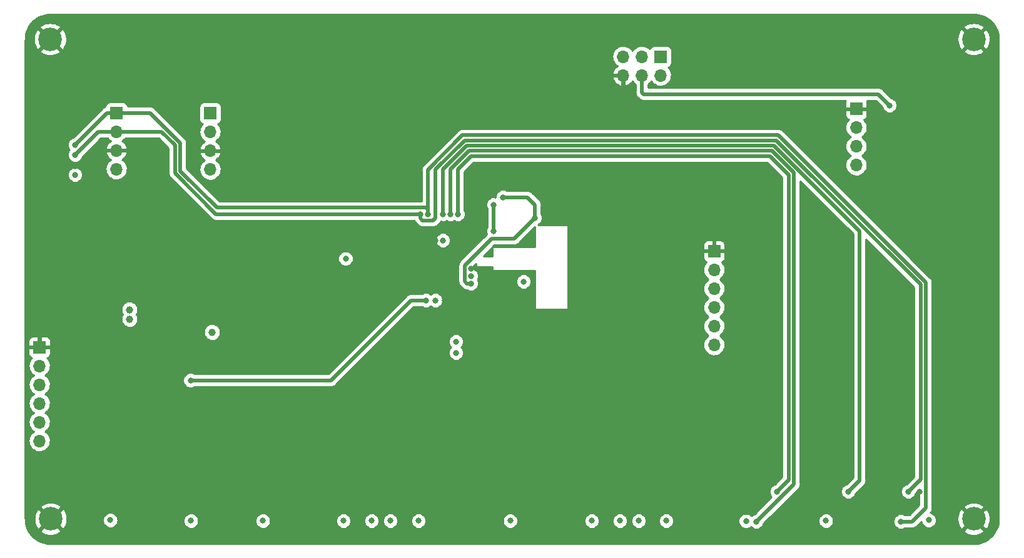
<source format=gbr>
%TF.GenerationSoftware,KiCad,Pcbnew,(5.99.0-2358-g6d8fb94d8)*%
%TF.CreationDate,2020-07-27T20:41:12+08:00*%
%TF.ProjectId,TheSPT_v2,54686553-5054-45f7-9632-2e6b69636164,V3.0*%
%TF.SameCoordinates,Original*%
%TF.FileFunction,Copper,L4,Bot*%
%TF.FilePolarity,Positive*%
%FSLAX46Y46*%
G04 Gerber Fmt 4.6, Leading zero omitted, Abs format (unit mm)*
G04 Created by KiCad (PCBNEW (5.99.0-2358-g6d8fb94d8)) date 2020-07-27 20:41:12*
%MOMM*%
%LPD*%
G01*
G04 APERTURE LIST*
%TA.AperFunction,ComponentPad*%
%ADD10R,1.700000X1.700000*%
%TD*%
%TA.AperFunction,ComponentPad*%
%ADD11O,1.700000X1.700000*%
%TD*%
%TA.AperFunction,ComponentPad*%
%ADD12C,3.200000*%
%TD*%
%TA.AperFunction,ViaPad*%
%ADD13C,0.800000*%
%TD*%
%TA.AperFunction,ViaPad*%
%ADD14C,1.000000*%
%TD*%
%TA.AperFunction,Conductor*%
%ADD15C,0.500000*%
%TD*%
%TA.AperFunction,Conductor*%
%ADD16C,0.254000*%
%TD*%
G04 APERTURE END LIST*
D10*
%TO.P,U4,5,LS1*%
%TO.N,/XCL*%
X75654000Y-64014000D03*
D11*
%TO.P,U4,7,GND*%
%TO.N,GND*%
X75654000Y-69094000D03*
%TO.P,U4,6,LS2*%
%TO.N,/XDA*%
X75654000Y-66554000D03*
%TO.P,U4,8,3V3*%
%TO.N,+3V3*%
X75654000Y-71634000D03*
D10*
%TO.P,U4,1,HS1*%
%TO.N,SCL*%
X62954000Y-63970000D03*
D11*
%TO.P,U4,2,HS2*%
%TO.N,SDA*%
X62954000Y-66510000D03*
%TO.P,U4,3,GND*%
%TO.N,GND*%
X62954000Y-69050000D03*
%TO.P,U4,4,5V*%
%TO.N,+5V*%
X62954000Y-71590000D03*
%TD*%
%TO.P,J13,6,Pin_6*%
%TO.N,GND*%
X131534000Y-58890000D03*
%TO.P,J13,5,Pin_5*%
%TO.N,RESET*%
X131534000Y-56350000D03*
%TO.P,J13,4,Pin_4*%
%TO.N,MOSI*%
X134074000Y-58890000D03*
%TO.P,J13,3,Pin_3*%
%TO.N,SCK*%
X134074000Y-56350000D03*
%TO.P,J13,2,Pin_2*%
%TO.N,+5V*%
X136614000Y-58890000D03*
D10*
%TO.P,J13,1,Pin_1*%
%TO.N,MISO*%
X136614000Y-56350000D03*
%TD*%
D12*
%TO.P,H4,1,1*%
%TO.N,GND*%
X179000000Y-119000000D03*
%TD*%
%TO.P,H3,1,1*%
%TO.N,GND*%
X54064000Y-119000000D03*
%TD*%
%TO.P,H2,1,1*%
%TO.N,GND*%
X179000000Y-54000000D03*
%TD*%
%TO.P,H1,1,1*%
%TO.N,GND*%
X54000000Y-54000000D03*
%TD*%
D11*
%TO.P,J12,4,Pin_4*%
%TO.N,/DTR*%
X163090000Y-71050000D03*
%TO.P,J12,3,Pin_3*%
%TO.N,TX0*%
X163090000Y-68510000D03*
%TO.P,J12,2,Pin_2*%
%TO.N,RX0*%
X163090000Y-65970000D03*
D10*
%TO.P,J12,1,Pin_1*%
%TO.N,GND*%
X163090000Y-63430000D03*
%TD*%
D11*
%TO.P,J8,6,Pin_6*%
%TO.N,SS*%
X143860000Y-95420000D03*
%TO.P,J8,5,Pin_5*%
%TO.N,SCK*%
X143860000Y-92880000D03*
%TO.P,J8,4,Pin_4*%
%TO.N,MOSI*%
X143860000Y-90340000D03*
%TO.P,J8,3,Pin_3*%
%TO.N,MISO*%
X143860000Y-87800000D03*
%TO.P,J8,2,Pin_2*%
%TO.N,+5V*%
X143860000Y-85260000D03*
D10*
%TO.P,J8,1,Pin_1*%
%TO.N,GND*%
X143860000Y-82720000D03*
%TD*%
D11*
%TO.P,J2,6,Pin_6*%
%TO.N,VCC*%
X52540000Y-108420000D03*
%TO.P,J2,5,Pin_5*%
%TO.N,Net-(J2-Pad5)*%
X52540000Y-105880000D03*
%TO.P,J2,4,Pin_4*%
%TO.N,VCC*%
X52540000Y-103340000D03*
%TO.P,J2,3,Pin_3*%
%TO.N,Net-(J2-Pad2)*%
X52540000Y-100800000D03*
%TO.P,J2,2,Pin_2*%
X52540000Y-98260000D03*
D10*
%TO.P,J2,1,Pin_1*%
%TO.N,GND*%
X52540000Y-95720000D03*
%TD*%
D13*
%TO.N,GND*%
X121120000Y-98260000D03*
X116040000Y-98260000D03*
X110960000Y-98260000D03*
D14*
X57366000Y-65748000D03*
D13*
%TO.N,SDA*%
X57366000Y-69655000D03*
%TO.N,SCL*%
X57366000Y-68288000D03*
%TO.N,GND*%
X116040000Y-52540000D03*
X126200000Y-57620000D03*
X115786000Y-62700000D03*
X121120000Y-62700000D03*
X121120000Y-57366000D03*
X121120000Y-52540000D03*
X126200000Y-52540000D03*
X131280000Y-52540000D03*
X136360000Y-52540000D03*
X156934000Y-57874000D03*
X151600000Y-57620000D03*
X146520000Y-57620000D03*
X141440000Y-57620000D03*
X156680000Y-62700000D03*
%TO.N,MOSI*%
X167602000Y-62954000D03*
%TO.N,GND*%
X171920000Y-52286000D03*
X108420000Y-62700000D03*
X77940000Y-62446000D03*
X83020000Y-72860000D03*
X77940000Y-72860000D03*
X77940000Y-67780000D03*
X103594000Y-57620000D03*
X103340000Y-52540000D03*
X103594000Y-62700000D03*
X126200000Y-108420000D03*
X121120000Y-108420000D03*
X121120000Y-113500000D03*
X126200000Y-113500000D03*
X93180000Y-113500000D03*
X88100000Y-113500000D03*
X88100000Y-83020000D03*
X67780000Y-77940000D03*
X62700000Y-77940000D03*
X93180000Y-57620000D03*
X98260000Y-52540000D03*
X93180000Y-52540000D03*
X88100000Y-52540000D03*
X83020000Y-52540000D03*
X88100000Y-72860000D03*
X93434000Y-72860000D03*
X103340000Y-72860000D03*
X98006000Y-72860000D03*
X93180000Y-62446000D03*
X98260000Y-62700000D03*
X98514000Y-57620000D03*
X166840000Y-57620000D03*
X171920000Y-57620000D03*
X166840000Y-52540000D03*
X161760000Y-52540000D03*
X156680000Y-52540000D03*
X72860000Y-52540000D03*
X77940000Y-52540000D03*
X77940000Y-57620000D03*
X72860000Y-57620000D03*
X67780000Y-57620000D03*
X62700000Y-57620000D03*
X57620000Y-88100000D03*
X52540000Y-88100000D03*
X52540000Y-83020000D03*
X57620000Y-83020000D03*
X57620000Y-77940000D03*
X52540000Y-77940000D03*
X93180000Y-108420000D03*
X88100000Y-108420000D03*
X83020000Y-108420000D03*
X88100000Y-103340000D03*
X83020000Y-103340000D03*
X88100000Y-98260000D03*
X83020000Y-98260000D03*
X88100000Y-93180000D03*
X83020000Y-93180000D03*
X88100000Y-88100000D03*
X83020000Y-88100000D03*
X177000000Y-108420000D03*
X177000000Y-103340000D03*
X166840000Y-103340000D03*
X166840000Y-108420000D03*
X159220000Y-108420000D03*
X159220000Y-103340000D03*
X143980000Y-108420000D03*
X149060000Y-108420000D03*
X149060000Y-103340000D03*
X143980000Y-103340000D03*
X138900000Y-103340000D03*
X133820000Y-98260000D03*
X138900000Y-98260000D03*
X121120000Y-103340000D03*
X116040000Y-103340000D03*
X110960000Y-103340000D03*
X151600000Y-62700000D03*
X146520000Y-62700000D03*
X141440000Y-62700000D03*
X141440000Y-52540000D03*
X146520000Y-52540000D03*
X151600000Y-52540000D03*
D14*
X126708000Y-74638000D03*
X137376000Y-74638000D03*
X61430000Y-87846000D03*
X61430000Y-82766000D03*
D13*
%TO.N,BAT*%
X104864000Y-89370000D03*
D14*
%TO.N,GND*%
X74384000Y-103268546D03*
X61430000Y-96228000D03*
X61430000Y-97498000D03*
X61430000Y-92164000D03*
D13*
%TO.N,+5V*%
X118072000Y-86830000D03*
%TO.N,GND*%
X63148000Y-112056000D03*
D14*
%TO.N,+5V*%
X75908000Y-93688000D03*
D13*
%TO.N,SCL*%
X169126000Y-119342000D03*
%TO.N,SDA*%
X170142000Y-115278000D03*
%TO.N,RESET*%
X119596000Y-78194000D03*
%TO.N,AUX3a*%
X152362000Y-115278000D03*
%TO.N,AUX3b*%
X149568000Y-119342000D03*
%TO.N,AUX4*%
X162014000Y-115278000D03*
%TO.N,AUX3b*%
X108166000Y-77686000D03*
%TO.N,AUX3a*%
X109182000Y-77686000D03*
%TO.N,AUX4*%
X107150000Y-77686000D03*
%TO.N,BAT*%
X72987772Y-100220546D03*
%TO.N,GND*%
X171653000Y-115358000D03*
%TO.N,+5V*%
X172923000Y-119168000D03*
%TO.N,SDA*%
X104102000Y-77686000D03*
%TO.N,SCL*%
X105118000Y-77686000D03*
%TO.N,RESET*%
X115278000Y-75400000D03*
X110960000Y-87084000D03*
%TO.N,RX1*%
X114008000Y-76416000D03*
X114008000Y-79972000D03*
%TO.N,+5V*%
X106134000Y-89370000D03*
X107150000Y-81242000D03*
X110960000Y-86068000D03*
X57366000Y-72352000D03*
D14*
%TO.N,GND*%
X57366000Y-71082000D03*
X110198000Y-53302000D03*
D13*
X114750000Y-115443000D03*
X84055000Y-112141000D03*
X64672000Y-112056000D03*
X150969000Y-112170750D03*
X149445000Y-112170750D03*
X160513000Y-112141000D03*
X74567000Y-112141000D03*
%TO.N,+5V*%
X73043000Y-119253000D03*
X158989000Y-119253000D03*
X148175000Y-119282750D03*
X62132000Y-119168000D03*
X82785000Y-119253000D03*
X116274000Y-119253000D03*
X137376000Y-119242750D03*
X133648000Y-119242750D03*
X131108000Y-119242750D03*
X127298000Y-119242750D03*
%TO.N,GND*%
X140932000Y-112130750D03*
X138220000Y-112130750D03*
X136188000Y-112130750D03*
X133566000Y-112130750D03*
X129838000Y-115432750D03*
X126028000Y-115432750D03*
X96228000Y-115443000D03*
%TO.N,+5V*%
X93688000Y-119253000D03*
X97498000Y-119253000D03*
X103848000Y-119253000D03*
X100038000Y-119253000D03*
%TO.N,GND*%
X106134000Y-112395000D03*
X104610000Y-112395000D03*
X102578000Y-112395000D03*
X100292000Y-112395000D03*
X92418000Y-115443000D03*
D14*
X58636000Y-105880000D03*
%TO.N,+5V*%
X64732000Y-90640000D03*
X64732000Y-91910000D03*
%TO.N,GND*%
X65494000Y-82004000D03*
X67526000Y-89370000D03*
X61430000Y-93688000D03*
X61430000Y-86576000D03*
X61430000Y-84036000D03*
X74384000Y-104356000D03*
D13*
X105880000Y-98018750D03*
X107658000Y-98018750D03*
%TO.N,+5V*%
X108928000Y-96482000D03*
X108928000Y-94970750D03*
X93994500Y-83730000D03*
%TO.N,GND*%
X94196000Y-85508000D03*
X94196000Y-87032000D03*
X94196000Y-88582000D03*
X102832000Y-85306000D03*
D14*
X136106000Y-74674000D03*
X127978000Y-74674000D03*
D13*
X110960000Y-85052000D03*
X107404000Y-89370000D03*
X106134000Y-81242000D03*
X119250000Y-80250000D03*
X119250000Y-89370000D03*
%TD*%
D15*
%TO.N,SCL*%
X62954000Y-63970000D02*
X61684000Y-63970000D01*
X61684000Y-63970000D02*
X57366000Y-68288000D01*
%TO.N,SDA*%
X62954000Y-66510000D02*
X60511000Y-66510000D01*
X60511000Y-66510000D02*
X57366000Y-69655000D01*
%TO.N,SCL*%
X64986000Y-63970000D02*
X62954000Y-63970000D01*
%TO.N,SDA*%
X64986000Y-66510000D02*
X62954000Y-66510000D01*
%TO.N,MOSI*%
X134074000Y-58890000D02*
X134074000Y-61176000D01*
X134074000Y-61176000D02*
X134328000Y-61430000D01*
X134328000Y-61430000D02*
X166078000Y-61430000D01*
X166078000Y-61430000D02*
X167602000Y-62954000D01*
%TO.N,AUX3a*%
X109182000Y-77686000D02*
X109182000Y-71590000D01*
X117310000Y-69812000D02*
X151398076Y-69812000D01*
X117056000Y-69812000D02*
X117310000Y-69812000D01*
X109182000Y-71590000D02*
X110960000Y-69812000D01*
X110960000Y-69812000D02*
X117310000Y-69812000D01*
X151398076Y-69812000D02*
X153947990Y-72361914D01*
X153947990Y-72361914D02*
X153947990Y-113692010D01*
X153947990Y-113692010D02*
X152362000Y-115278000D01*
%TO.N,AUX3b*%
X151688028Y-69111990D02*
X154648000Y-72071962D01*
X110670047Y-69111990D02*
X151688028Y-69111990D01*
X108166000Y-71616037D02*
X110670047Y-69111990D01*
X154648000Y-114262000D02*
X149568000Y-119342000D01*
X154648000Y-72071962D02*
X154648000Y-114262000D01*
X108166000Y-77686000D02*
X108166000Y-71616037D01*
%TO.N,SDA*%
X152267933Y-67711970D02*
X171802991Y-87247028D01*
X171802991Y-113617009D02*
X170142000Y-115278000D01*
X171802991Y-87247028D02*
X171802991Y-113617009D01*
X106134000Y-71668111D02*
X110090141Y-67711970D01*
X106134000Y-78194000D02*
X106134000Y-71668111D01*
X105791999Y-78536001D02*
X106134000Y-78194000D01*
X104386316Y-78536001D02*
X105791999Y-78536001D01*
X104102000Y-78251685D02*
X104386316Y-78536001D01*
X110090141Y-67711970D02*
X152267933Y-67711970D01*
X104102000Y-77686000D02*
X104102000Y-78251685D01*
%TO.N,SCL*%
X170650000Y-119342000D02*
X169126000Y-119342000D01*
X152557886Y-67011960D02*
X172503001Y-86957075D01*
X109800188Y-67011960D02*
X152557886Y-67011960D01*
X105118000Y-71694148D02*
X109800188Y-67011960D01*
X172503001Y-117488999D02*
X170650000Y-119342000D01*
X172503001Y-86957075D02*
X172503001Y-117488999D01*
X105118000Y-77686000D02*
X105118000Y-71694148D01*
%TO.N,SDA*%
X64986000Y-66510000D02*
X69050000Y-66510000D01*
X69050000Y-66510000D02*
X70889990Y-68349990D01*
X70889990Y-68349990D02*
X70889990Y-72133953D01*
X70889990Y-72133953D02*
X76442037Y-77686000D01*
X76442037Y-77686000D02*
X104102000Y-77686000D01*
%TO.N,BAT*%
X102832000Y-89370000D02*
X93434000Y-98768000D01*
X91981454Y-100220546D02*
X93434000Y-98768000D01*
X72987772Y-100220546D02*
X91981454Y-100220546D01*
X104864000Y-89370000D02*
X102832000Y-89370000D01*
%TO.N,AUX4*%
X107150000Y-77686000D02*
X107150000Y-71642074D01*
X151977980Y-68411980D02*
X163538000Y-79972000D01*
X163538000Y-113754000D02*
X162014000Y-115278000D01*
X107150000Y-71642074D02*
X110380094Y-68411980D01*
X110380094Y-68411980D02*
X151977980Y-68411980D01*
X163538000Y-79972000D02*
X163538000Y-113754000D01*
%TO.N,RESET*%
X115278000Y-75400000D02*
X118580000Y-75400000D01*
X118580000Y-75400000D02*
X119596000Y-76416000D01*
X119596000Y-76416000D02*
X119596000Y-78194000D01*
X110960000Y-87084000D02*
X110394315Y-87084000D01*
X110394315Y-87084000D02*
X110109999Y-86799684D01*
X110109999Y-86799684D02*
X110109999Y-84643999D01*
X110109999Y-84643999D02*
X113765998Y-80988000D01*
X113765998Y-80988000D02*
X116802000Y-80988000D01*
X116802000Y-80988000D02*
X119596000Y-78194000D01*
%TO.N,RX1*%
X114008000Y-79972000D02*
X114008000Y-76416000D01*
%TO.N,SCL*%
X67499962Y-63970000D02*
X71590000Y-68060038D01*
X64986000Y-63970000D02*
X67499962Y-63970000D01*
X71590000Y-68060038D02*
X71590000Y-71844000D01*
X71590000Y-71844000D02*
X76581999Y-76835999D01*
X76581999Y-76835999D02*
X104833684Y-76835999D01*
X104833684Y-76835999D02*
X105118000Y-77120315D01*
%TD*%
%TO.N,GND*%
D16*
X178947248Y-50636569D02*
X178956520Y-50637782D01*
X178967639Y-50638403D01*
X178968024Y-50638424D01*
X179333711Y-50656629D01*
X179664129Y-50706304D01*
X179987962Y-50788547D01*
X180302050Y-50902555D01*
X180603241Y-51047186D01*
X180888592Y-51221022D01*
X181155270Y-51422344D01*
X181400615Y-51649139D01*
X181622230Y-51899190D01*
X181817918Y-52170021D01*
X181985740Y-52458946D01*
X182124040Y-52763120D01*
X182231435Y-53079498D01*
X182306880Y-53404993D01*
X182350055Y-53739711D01*
X182361445Y-54029575D01*
X182362433Y-54038485D01*
X182366000Y-54057921D01*
X182366001Y-118934838D01*
X182363431Y-118947249D01*
X182362218Y-118956520D01*
X182361597Y-118967639D01*
X182361576Y-118968024D01*
X182343371Y-119333709D01*
X182293695Y-119664132D01*
X182211453Y-119987962D01*
X182097445Y-120302049D01*
X181952814Y-120603242D01*
X181778974Y-120888597D01*
X181577666Y-121155258D01*
X181350854Y-121400621D01*
X181100816Y-121622225D01*
X180829968Y-121817926D01*
X180541058Y-121985738D01*
X180236880Y-122124040D01*
X179920505Y-122231434D01*
X179595007Y-122306880D01*
X179260287Y-122350056D01*
X178970424Y-122361445D01*
X178961514Y-122362433D01*
X178942078Y-122366000D01*
X54065157Y-122366000D01*
X54052752Y-122363431D01*
X54043480Y-122362218D01*
X54032361Y-122361597D01*
X54031976Y-122361576D01*
X53666291Y-122343371D01*
X53335868Y-122293695D01*
X53012038Y-122211453D01*
X52697951Y-122097445D01*
X52396758Y-121952814D01*
X52111403Y-121778974D01*
X51844742Y-121577666D01*
X51599379Y-121350854D01*
X51377775Y-121100816D01*
X51182074Y-120829968D01*
X51055655Y-120612320D01*
X52632699Y-120612320D01*
X52641814Y-120728135D01*
X52870604Y-120894363D01*
X52877873Y-120898922D01*
X53138740Y-121038798D01*
X53146560Y-121042329D01*
X53423998Y-121145507D01*
X53432224Y-121147944D01*
X53721098Y-121212514D01*
X53729579Y-121213812D01*
X54024543Y-121238581D01*
X54033122Y-121238716D01*
X54328718Y-121223225D01*
X54337236Y-121222194D01*
X54627996Y-121166728D01*
X54636295Y-121164551D01*
X54916836Y-121070138D01*
X54924762Y-121066855D01*
X55189896Y-120935242D01*
X55197303Y-120930913D01*
X55487477Y-120733712D01*
X55498637Y-120615656D01*
X55495301Y-120612320D01*
X177568699Y-120612320D01*
X177577814Y-120728135D01*
X177806604Y-120894363D01*
X177813873Y-120898922D01*
X178074740Y-121038798D01*
X178082560Y-121042329D01*
X178359998Y-121145507D01*
X178368224Y-121147944D01*
X178657098Y-121212514D01*
X178665579Y-121213812D01*
X178960543Y-121238581D01*
X178969122Y-121238716D01*
X179264718Y-121223225D01*
X179273236Y-121222194D01*
X179563996Y-121166728D01*
X179572295Y-121164551D01*
X179852836Y-121070138D01*
X179860762Y-121066855D01*
X180125896Y-120935242D01*
X180133303Y-120930913D01*
X180423477Y-120733712D01*
X180434637Y-120615656D01*
X179052191Y-119233210D01*
X178947809Y-119233210D01*
X177568699Y-120612320D01*
X55495301Y-120612320D01*
X54116191Y-119233210D01*
X54011809Y-119233210D01*
X52632699Y-120612320D01*
X51055655Y-120612320D01*
X51014262Y-120541058D01*
X50875960Y-120236880D01*
X50768566Y-119920505D01*
X50693120Y-119595007D01*
X50649944Y-119260287D01*
X50644613Y-119124598D01*
X51828541Y-119124598D01*
X51829035Y-119133164D01*
X51866133Y-119426832D01*
X51867785Y-119435252D01*
X51944397Y-119721168D01*
X51947176Y-119729285D01*
X52061881Y-120002159D01*
X52065736Y-120009824D01*
X52216413Y-120264606D01*
X52221273Y-120271677D01*
X52340974Y-120422701D01*
X52453776Y-120429205D01*
X53830790Y-119052191D01*
X53830790Y-118947809D01*
X54297210Y-118947809D01*
X54297210Y-119052191D01*
X55674388Y-120429369D01*
X55784911Y-120424736D01*
X55865873Y-120328930D01*
X55870953Y-120322015D01*
X56029559Y-120072093D01*
X56033653Y-120064553D01*
X56156873Y-119795417D01*
X56159905Y-119787391D01*
X56245459Y-119504022D01*
X56247375Y-119495659D01*
X56293731Y-119202974D01*
X56294505Y-119193766D01*
X56296115Y-119039938D01*
X61096000Y-119039938D01*
X61096000Y-119296062D01*
X61098156Y-119312438D01*
X61164446Y-119559835D01*
X61170767Y-119575095D01*
X61298829Y-119796905D01*
X61308884Y-119810009D01*
X61489991Y-119991116D01*
X61503095Y-120001171D01*
X61724905Y-120129233D01*
X61740165Y-120135554D01*
X61987562Y-120201844D01*
X62003938Y-120204000D01*
X62260062Y-120204000D01*
X62276438Y-120201844D01*
X62523835Y-120135554D01*
X62539095Y-120129233D01*
X62760905Y-120001171D01*
X62774009Y-119991116D01*
X62955116Y-119810009D01*
X62965171Y-119796905D01*
X63093233Y-119575095D01*
X63099554Y-119559835D01*
X63165844Y-119312438D01*
X63168000Y-119296062D01*
X63168000Y-119124938D01*
X72007000Y-119124938D01*
X72007000Y-119381062D01*
X72009156Y-119397438D01*
X72075446Y-119644835D01*
X72081767Y-119660095D01*
X72209829Y-119881905D01*
X72219884Y-119895009D01*
X72400991Y-120076116D01*
X72414095Y-120086171D01*
X72635905Y-120214233D01*
X72651165Y-120220554D01*
X72898562Y-120286844D01*
X72914938Y-120289000D01*
X73171062Y-120289000D01*
X73187438Y-120286844D01*
X73434835Y-120220554D01*
X73450095Y-120214233D01*
X73671905Y-120086171D01*
X73685009Y-120076116D01*
X73866116Y-119895009D01*
X73876171Y-119881905D01*
X74004233Y-119660095D01*
X74010554Y-119644835D01*
X74076844Y-119397438D01*
X74079000Y-119381062D01*
X74079000Y-119124938D01*
X81749000Y-119124938D01*
X81749000Y-119381062D01*
X81751156Y-119397438D01*
X81817446Y-119644835D01*
X81823767Y-119660095D01*
X81951829Y-119881905D01*
X81961884Y-119895009D01*
X82142991Y-120076116D01*
X82156095Y-120086171D01*
X82377905Y-120214233D01*
X82393165Y-120220554D01*
X82640562Y-120286844D01*
X82656938Y-120289000D01*
X82913062Y-120289000D01*
X82929438Y-120286844D01*
X83176835Y-120220554D01*
X83192095Y-120214233D01*
X83413905Y-120086171D01*
X83427009Y-120076116D01*
X83608116Y-119895009D01*
X83618171Y-119881905D01*
X83746233Y-119660095D01*
X83752554Y-119644835D01*
X83818844Y-119397438D01*
X83821000Y-119381062D01*
X83821000Y-119124938D01*
X92652000Y-119124938D01*
X92652000Y-119381062D01*
X92654156Y-119397438D01*
X92720446Y-119644835D01*
X92726767Y-119660095D01*
X92854829Y-119881905D01*
X92864884Y-119895009D01*
X93045991Y-120076116D01*
X93059095Y-120086171D01*
X93280905Y-120214233D01*
X93296165Y-120220554D01*
X93543562Y-120286844D01*
X93559938Y-120289000D01*
X93816062Y-120289000D01*
X93832438Y-120286844D01*
X94079835Y-120220554D01*
X94095095Y-120214233D01*
X94316905Y-120086171D01*
X94330009Y-120076116D01*
X94511116Y-119895009D01*
X94521171Y-119881905D01*
X94649233Y-119660095D01*
X94655554Y-119644835D01*
X94721844Y-119397438D01*
X94724000Y-119381062D01*
X94724000Y-119124938D01*
X96462000Y-119124938D01*
X96462000Y-119381062D01*
X96464156Y-119397438D01*
X96530446Y-119644835D01*
X96536767Y-119660095D01*
X96664829Y-119881905D01*
X96674884Y-119895009D01*
X96855991Y-120076116D01*
X96869095Y-120086171D01*
X97090905Y-120214233D01*
X97106165Y-120220554D01*
X97353562Y-120286844D01*
X97369938Y-120289000D01*
X97626062Y-120289000D01*
X97642438Y-120286844D01*
X97889835Y-120220554D01*
X97905095Y-120214233D01*
X98126905Y-120086171D01*
X98140009Y-120076116D01*
X98321116Y-119895009D01*
X98331171Y-119881905D01*
X98459233Y-119660095D01*
X98465554Y-119644835D01*
X98531844Y-119397438D01*
X98534000Y-119381062D01*
X98534000Y-119124938D01*
X99002000Y-119124938D01*
X99002000Y-119381062D01*
X99004156Y-119397438D01*
X99070446Y-119644835D01*
X99076767Y-119660095D01*
X99204829Y-119881905D01*
X99214884Y-119895009D01*
X99395991Y-120076116D01*
X99409095Y-120086171D01*
X99630905Y-120214233D01*
X99646165Y-120220554D01*
X99893562Y-120286844D01*
X99909938Y-120289000D01*
X100166062Y-120289000D01*
X100182438Y-120286844D01*
X100429835Y-120220554D01*
X100445095Y-120214233D01*
X100666905Y-120086171D01*
X100680009Y-120076116D01*
X100861116Y-119895009D01*
X100871171Y-119881905D01*
X100999233Y-119660095D01*
X101005554Y-119644835D01*
X101071844Y-119397438D01*
X101074000Y-119381062D01*
X101074000Y-119124938D01*
X102812000Y-119124938D01*
X102812000Y-119381062D01*
X102814156Y-119397438D01*
X102880446Y-119644835D01*
X102886767Y-119660095D01*
X103014829Y-119881905D01*
X103024884Y-119895009D01*
X103205991Y-120076116D01*
X103219095Y-120086171D01*
X103440905Y-120214233D01*
X103456165Y-120220554D01*
X103703562Y-120286844D01*
X103719938Y-120289000D01*
X103976062Y-120289000D01*
X103992438Y-120286844D01*
X104239835Y-120220554D01*
X104255095Y-120214233D01*
X104476905Y-120086171D01*
X104490009Y-120076116D01*
X104671116Y-119895009D01*
X104681171Y-119881905D01*
X104809233Y-119660095D01*
X104815554Y-119644835D01*
X104881844Y-119397438D01*
X104884000Y-119381062D01*
X104884000Y-119124938D01*
X115238000Y-119124938D01*
X115238000Y-119381062D01*
X115240156Y-119397438D01*
X115306446Y-119644835D01*
X115312767Y-119660095D01*
X115440829Y-119881905D01*
X115450884Y-119895009D01*
X115631991Y-120076116D01*
X115645095Y-120086171D01*
X115866905Y-120214233D01*
X115882165Y-120220554D01*
X116129562Y-120286844D01*
X116145938Y-120289000D01*
X116402062Y-120289000D01*
X116418438Y-120286844D01*
X116665835Y-120220554D01*
X116681095Y-120214233D01*
X116902905Y-120086171D01*
X116916009Y-120076116D01*
X117097116Y-119895009D01*
X117107171Y-119881905D01*
X117235233Y-119660095D01*
X117241554Y-119644835D01*
X117307844Y-119397438D01*
X117310000Y-119381062D01*
X117310000Y-119124938D01*
X117308651Y-119114688D01*
X126262000Y-119114688D01*
X126262000Y-119370812D01*
X126264156Y-119387188D01*
X126330446Y-119634585D01*
X126336767Y-119649845D01*
X126464829Y-119871655D01*
X126474884Y-119884759D01*
X126655991Y-120065866D01*
X126669095Y-120075921D01*
X126890905Y-120203983D01*
X126906165Y-120210304D01*
X127153562Y-120276594D01*
X127169938Y-120278750D01*
X127426062Y-120278750D01*
X127442438Y-120276594D01*
X127689835Y-120210304D01*
X127705095Y-120203983D01*
X127926905Y-120075921D01*
X127940009Y-120065866D01*
X128121116Y-119884759D01*
X128131171Y-119871655D01*
X128259233Y-119649845D01*
X128265554Y-119634585D01*
X128331844Y-119387188D01*
X128334000Y-119370812D01*
X128334000Y-119114688D01*
X130072000Y-119114688D01*
X130072000Y-119370812D01*
X130074156Y-119387188D01*
X130140446Y-119634585D01*
X130146767Y-119649845D01*
X130274829Y-119871655D01*
X130284884Y-119884759D01*
X130465991Y-120065866D01*
X130479095Y-120075921D01*
X130700905Y-120203983D01*
X130716165Y-120210304D01*
X130963562Y-120276594D01*
X130979938Y-120278750D01*
X131236062Y-120278750D01*
X131252438Y-120276594D01*
X131499835Y-120210304D01*
X131515095Y-120203983D01*
X131736905Y-120075921D01*
X131750009Y-120065866D01*
X131931116Y-119884759D01*
X131941171Y-119871655D01*
X132069233Y-119649845D01*
X132075554Y-119634585D01*
X132141844Y-119387188D01*
X132144000Y-119370812D01*
X132144000Y-119114688D01*
X132612000Y-119114688D01*
X132612000Y-119370812D01*
X132614156Y-119387188D01*
X132680446Y-119634585D01*
X132686767Y-119649845D01*
X132814829Y-119871655D01*
X132824884Y-119884759D01*
X133005991Y-120065866D01*
X133019095Y-120075921D01*
X133240905Y-120203983D01*
X133256165Y-120210304D01*
X133503562Y-120276594D01*
X133519938Y-120278750D01*
X133776062Y-120278750D01*
X133792438Y-120276594D01*
X134039835Y-120210304D01*
X134055095Y-120203983D01*
X134276905Y-120075921D01*
X134290009Y-120065866D01*
X134471116Y-119884759D01*
X134481171Y-119871655D01*
X134609233Y-119649845D01*
X134615554Y-119634585D01*
X134681844Y-119387188D01*
X134684000Y-119370812D01*
X134684000Y-119114688D01*
X136340000Y-119114688D01*
X136340000Y-119370812D01*
X136342156Y-119387188D01*
X136408446Y-119634585D01*
X136414767Y-119649845D01*
X136542829Y-119871655D01*
X136552884Y-119884759D01*
X136733991Y-120065866D01*
X136747095Y-120075921D01*
X136968905Y-120203983D01*
X136984165Y-120210304D01*
X137231562Y-120276594D01*
X137247938Y-120278750D01*
X137504062Y-120278750D01*
X137520438Y-120276594D01*
X137767835Y-120210304D01*
X137783095Y-120203983D01*
X138004905Y-120075921D01*
X138018009Y-120065866D01*
X138199116Y-119884759D01*
X138209171Y-119871655D01*
X138337233Y-119649845D01*
X138343554Y-119634585D01*
X138409844Y-119387188D01*
X138412000Y-119370812D01*
X138412000Y-119114688D01*
X138409844Y-119098312D01*
X138343554Y-118850915D01*
X138337233Y-118835655D01*
X138209171Y-118613845D01*
X138199116Y-118600741D01*
X138018009Y-118419634D01*
X138004905Y-118409579D01*
X137783095Y-118281517D01*
X137767835Y-118275196D01*
X137520438Y-118208906D01*
X137504062Y-118206750D01*
X137247938Y-118206750D01*
X137231562Y-118208906D01*
X136984165Y-118275196D01*
X136968905Y-118281517D01*
X136747095Y-118409579D01*
X136733991Y-118419634D01*
X136552884Y-118600741D01*
X136542829Y-118613845D01*
X136414767Y-118835655D01*
X136408446Y-118850915D01*
X136342156Y-119098312D01*
X136340000Y-119114688D01*
X134684000Y-119114688D01*
X134681844Y-119098312D01*
X134615554Y-118850915D01*
X134609233Y-118835655D01*
X134481171Y-118613845D01*
X134471116Y-118600741D01*
X134290009Y-118419634D01*
X134276905Y-118409579D01*
X134055095Y-118281517D01*
X134039835Y-118275196D01*
X133792438Y-118208906D01*
X133776062Y-118206750D01*
X133519938Y-118206750D01*
X133503562Y-118208906D01*
X133256165Y-118275196D01*
X133240905Y-118281517D01*
X133019095Y-118409579D01*
X133005991Y-118419634D01*
X132824884Y-118600741D01*
X132814829Y-118613845D01*
X132686767Y-118835655D01*
X132680446Y-118850915D01*
X132614156Y-119098312D01*
X132612000Y-119114688D01*
X132144000Y-119114688D01*
X132141844Y-119098312D01*
X132075554Y-118850915D01*
X132069233Y-118835655D01*
X131941171Y-118613845D01*
X131931116Y-118600741D01*
X131750009Y-118419634D01*
X131736905Y-118409579D01*
X131515095Y-118281517D01*
X131499835Y-118275196D01*
X131252438Y-118208906D01*
X131236062Y-118206750D01*
X130979938Y-118206750D01*
X130963562Y-118208906D01*
X130716165Y-118275196D01*
X130700905Y-118281517D01*
X130479095Y-118409579D01*
X130465991Y-118419634D01*
X130284884Y-118600741D01*
X130274829Y-118613845D01*
X130146767Y-118835655D01*
X130140446Y-118850915D01*
X130074156Y-119098312D01*
X130072000Y-119114688D01*
X128334000Y-119114688D01*
X128331844Y-119098312D01*
X128265554Y-118850915D01*
X128259233Y-118835655D01*
X128131171Y-118613845D01*
X128121116Y-118600741D01*
X127940009Y-118419634D01*
X127926905Y-118409579D01*
X127705095Y-118281517D01*
X127689835Y-118275196D01*
X127442438Y-118208906D01*
X127426062Y-118206750D01*
X127169938Y-118206750D01*
X127153562Y-118208906D01*
X126906165Y-118275196D01*
X126890905Y-118281517D01*
X126669095Y-118409579D01*
X126655991Y-118419634D01*
X126474884Y-118600741D01*
X126464829Y-118613845D01*
X126336767Y-118835655D01*
X126330446Y-118850915D01*
X126264156Y-119098312D01*
X126262000Y-119114688D01*
X117308651Y-119114688D01*
X117307844Y-119108562D01*
X117241554Y-118861165D01*
X117235233Y-118845905D01*
X117107171Y-118624095D01*
X117097116Y-118610991D01*
X116916009Y-118429884D01*
X116902905Y-118419829D01*
X116681095Y-118291767D01*
X116665835Y-118285446D01*
X116418438Y-118219156D01*
X116402062Y-118217000D01*
X116145938Y-118217000D01*
X116129562Y-118219156D01*
X115882165Y-118285446D01*
X115866905Y-118291767D01*
X115645095Y-118419829D01*
X115631991Y-118429884D01*
X115450884Y-118610991D01*
X115440829Y-118624095D01*
X115312767Y-118845905D01*
X115306446Y-118861165D01*
X115240156Y-119108562D01*
X115238000Y-119124938D01*
X104884000Y-119124938D01*
X104881844Y-119108562D01*
X104815554Y-118861165D01*
X104809233Y-118845905D01*
X104681171Y-118624095D01*
X104671116Y-118610991D01*
X104490009Y-118429884D01*
X104476905Y-118419829D01*
X104255095Y-118291767D01*
X104239835Y-118285446D01*
X103992438Y-118219156D01*
X103976062Y-118217000D01*
X103719938Y-118217000D01*
X103703562Y-118219156D01*
X103456165Y-118285446D01*
X103440905Y-118291767D01*
X103219095Y-118419829D01*
X103205991Y-118429884D01*
X103024884Y-118610991D01*
X103014829Y-118624095D01*
X102886767Y-118845905D01*
X102880446Y-118861165D01*
X102814156Y-119108562D01*
X102812000Y-119124938D01*
X101074000Y-119124938D01*
X101071844Y-119108562D01*
X101005554Y-118861165D01*
X100999233Y-118845905D01*
X100871171Y-118624095D01*
X100861116Y-118610991D01*
X100680009Y-118429884D01*
X100666905Y-118419829D01*
X100445095Y-118291767D01*
X100429835Y-118285446D01*
X100182438Y-118219156D01*
X100166062Y-118217000D01*
X99909938Y-118217000D01*
X99893562Y-118219156D01*
X99646165Y-118285446D01*
X99630905Y-118291767D01*
X99409095Y-118419829D01*
X99395991Y-118429884D01*
X99214884Y-118610991D01*
X99204829Y-118624095D01*
X99076767Y-118845905D01*
X99070446Y-118861165D01*
X99004156Y-119108562D01*
X99002000Y-119124938D01*
X98534000Y-119124938D01*
X98531844Y-119108562D01*
X98465554Y-118861165D01*
X98459233Y-118845905D01*
X98331171Y-118624095D01*
X98321116Y-118610991D01*
X98140009Y-118429884D01*
X98126905Y-118419829D01*
X97905095Y-118291767D01*
X97889835Y-118285446D01*
X97642438Y-118219156D01*
X97626062Y-118217000D01*
X97369938Y-118217000D01*
X97353562Y-118219156D01*
X97106165Y-118285446D01*
X97090905Y-118291767D01*
X96869095Y-118419829D01*
X96855991Y-118429884D01*
X96674884Y-118610991D01*
X96664829Y-118624095D01*
X96536767Y-118845905D01*
X96530446Y-118861165D01*
X96464156Y-119108562D01*
X96462000Y-119124938D01*
X94724000Y-119124938D01*
X94721844Y-119108562D01*
X94655554Y-118861165D01*
X94649233Y-118845905D01*
X94521171Y-118624095D01*
X94511116Y-118610991D01*
X94330009Y-118429884D01*
X94316905Y-118419829D01*
X94095095Y-118291767D01*
X94079835Y-118285446D01*
X93832438Y-118219156D01*
X93816062Y-118217000D01*
X93559938Y-118217000D01*
X93543562Y-118219156D01*
X93296165Y-118285446D01*
X93280905Y-118291767D01*
X93059095Y-118419829D01*
X93045991Y-118429884D01*
X92864884Y-118610991D01*
X92854829Y-118624095D01*
X92726767Y-118845905D01*
X92720446Y-118861165D01*
X92654156Y-119108562D01*
X92652000Y-119124938D01*
X83821000Y-119124938D01*
X83818844Y-119108562D01*
X83752554Y-118861165D01*
X83746233Y-118845905D01*
X83618171Y-118624095D01*
X83608116Y-118610991D01*
X83427009Y-118429884D01*
X83413905Y-118419829D01*
X83192095Y-118291767D01*
X83176835Y-118285446D01*
X82929438Y-118219156D01*
X82913062Y-118217000D01*
X82656938Y-118217000D01*
X82640562Y-118219156D01*
X82393165Y-118285446D01*
X82377905Y-118291767D01*
X82156095Y-118419829D01*
X82142991Y-118429884D01*
X81961884Y-118610991D01*
X81951829Y-118624095D01*
X81823767Y-118845905D01*
X81817446Y-118861165D01*
X81751156Y-119108562D01*
X81749000Y-119124938D01*
X74079000Y-119124938D01*
X74076844Y-119108562D01*
X74010554Y-118861165D01*
X74004233Y-118845905D01*
X73876171Y-118624095D01*
X73866116Y-118610991D01*
X73685009Y-118429884D01*
X73671905Y-118419829D01*
X73450095Y-118291767D01*
X73434835Y-118285446D01*
X73187438Y-118219156D01*
X73171062Y-118217000D01*
X72914938Y-118217000D01*
X72898562Y-118219156D01*
X72651165Y-118285446D01*
X72635905Y-118291767D01*
X72414095Y-118419829D01*
X72400991Y-118429884D01*
X72219884Y-118610991D01*
X72209829Y-118624095D01*
X72081767Y-118845905D01*
X72075446Y-118861165D01*
X72009156Y-119108562D01*
X72007000Y-119124938D01*
X63168000Y-119124938D01*
X63168000Y-119039938D01*
X63165844Y-119023562D01*
X63099554Y-118776165D01*
X63093233Y-118760905D01*
X62965171Y-118539095D01*
X62955116Y-118525991D01*
X62774009Y-118344884D01*
X62760905Y-118334829D01*
X62539095Y-118206767D01*
X62523835Y-118200446D01*
X62276438Y-118134156D01*
X62260062Y-118132000D01*
X62003938Y-118132000D01*
X61987562Y-118134156D01*
X61740165Y-118200446D01*
X61724905Y-118206767D01*
X61503095Y-118334829D01*
X61489991Y-118344884D01*
X61308884Y-118525991D01*
X61298829Y-118539095D01*
X61170767Y-118760905D01*
X61164446Y-118776165D01*
X61098156Y-119023562D01*
X61096000Y-119039938D01*
X56296115Y-119039938D01*
X56298073Y-118852988D01*
X56297493Y-118843766D01*
X56257276Y-118550176D01*
X56255536Y-118541774D01*
X56175936Y-118256675D01*
X56173072Y-118248588D01*
X56055515Y-117976930D01*
X56051580Y-117969306D01*
X55898243Y-117716116D01*
X55893309Y-117709096D01*
X55786158Y-117576777D01*
X55674114Y-117570905D01*
X54297210Y-118947809D01*
X53830790Y-118947809D01*
X52453831Y-117570850D01*
X52342547Y-117576098D01*
X52248309Y-117690011D01*
X52243302Y-117696979D01*
X52087323Y-117948549D01*
X52083308Y-117956131D01*
X51962912Y-118226543D01*
X51959964Y-118234601D01*
X51877382Y-118518850D01*
X51875554Y-118527233D01*
X51832313Y-118820059D01*
X51831640Y-118828613D01*
X51828541Y-119124598D01*
X50644613Y-119124598D01*
X50638555Y-118970424D01*
X50637567Y-118961514D01*
X50634000Y-118942078D01*
X50634000Y-117385626D01*
X52630645Y-117385626D01*
X54011809Y-118766790D01*
X54116191Y-118766790D01*
X55496243Y-117386738D01*
X55486455Y-117270174D01*
X55237493Y-117093244D01*
X55230177Y-117088761D01*
X54967859Y-116951625D01*
X54960003Y-116948176D01*
X54681500Y-116847909D01*
X54673248Y-116845558D01*
X54383715Y-116784016D01*
X54375220Y-116782807D01*
X54080013Y-116761128D01*
X54071433Y-116761083D01*
X53776015Y-116779669D01*
X53767508Y-116780789D01*
X53477346Y-116839297D01*
X53469070Y-116841561D01*
X53189533Y-116938905D01*
X53181641Y-116942272D01*
X52917901Y-117076654D01*
X52910539Y-117081060D01*
X52641115Y-117268315D01*
X52630645Y-117385626D01*
X50634000Y-117385626D01*
X50634000Y-95921809D01*
X51048163Y-95921809D01*
X51048163Y-96578258D01*
X51050319Y-96594634D01*
X51125137Y-96873859D01*
X51137880Y-96898339D01*
X51268990Y-97054590D01*
X51285879Y-97068761D01*
X51460120Y-97169359D01*
X51480837Y-97176900D01*
X51517029Y-97183282D01*
X51392029Y-97311822D01*
X51385263Y-97320074D01*
X51248683Y-97518798D01*
X51243403Y-97528073D01*
X51142260Y-97746968D01*
X51138618Y-97757000D01*
X51075802Y-97989807D01*
X51073903Y-98000309D01*
X51051211Y-98240372D01*
X51051109Y-98251043D01*
X51069188Y-98491497D01*
X51070885Y-98502034D01*
X51129221Y-98736005D01*
X51132669Y-98746104D01*
X51229591Y-98966900D01*
X51234692Y-98976275D01*
X51367430Y-99177584D01*
X51374038Y-99185965D01*
X51538798Y-99362032D01*
X51546722Y-99369180D01*
X51738792Y-99514968D01*
X51747808Y-99520679D01*
X51764166Y-99529194D01*
X51763032Y-99529882D01*
X51568199Y-99671957D01*
X51560138Y-99678952D01*
X51392029Y-99851822D01*
X51385263Y-99860074D01*
X51248683Y-100058798D01*
X51243403Y-100068073D01*
X51142260Y-100286968D01*
X51138618Y-100297000D01*
X51075802Y-100529807D01*
X51073903Y-100540309D01*
X51051211Y-100780372D01*
X51051109Y-100791043D01*
X51069188Y-101031497D01*
X51070885Y-101042034D01*
X51129221Y-101276005D01*
X51132669Y-101286104D01*
X51229591Y-101506900D01*
X51234692Y-101516275D01*
X51367430Y-101717584D01*
X51374038Y-101725965D01*
X51538798Y-101902032D01*
X51546722Y-101909180D01*
X51738792Y-102054968D01*
X51747808Y-102060679D01*
X51764166Y-102069194D01*
X51763032Y-102069882D01*
X51568199Y-102211957D01*
X51560138Y-102218952D01*
X51392029Y-102391822D01*
X51385263Y-102400074D01*
X51248683Y-102598798D01*
X51243403Y-102608073D01*
X51142260Y-102826968D01*
X51138618Y-102837000D01*
X51075802Y-103069807D01*
X51073903Y-103080309D01*
X51051211Y-103320372D01*
X51051109Y-103331043D01*
X51069188Y-103571497D01*
X51070885Y-103582034D01*
X51129221Y-103816005D01*
X51132669Y-103826104D01*
X51229591Y-104046900D01*
X51234692Y-104056275D01*
X51367430Y-104257584D01*
X51374038Y-104265965D01*
X51538798Y-104442032D01*
X51546722Y-104449180D01*
X51738792Y-104594968D01*
X51747808Y-104600679D01*
X51764166Y-104609194D01*
X51763032Y-104609882D01*
X51568199Y-104751957D01*
X51560138Y-104758952D01*
X51392029Y-104931822D01*
X51385263Y-104940074D01*
X51248683Y-105138798D01*
X51243403Y-105148073D01*
X51142260Y-105366968D01*
X51138618Y-105377000D01*
X51075802Y-105609807D01*
X51073903Y-105620309D01*
X51051211Y-105860372D01*
X51051109Y-105871043D01*
X51069188Y-106111497D01*
X51070885Y-106122034D01*
X51129221Y-106356005D01*
X51132669Y-106366104D01*
X51229591Y-106586900D01*
X51234692Y-106596275D01*
X51367430Y-106797584D01*
X51374038Y-106805965D01*
X51538798Y-106982032D01*
X51546722Y-106989180D01*
X51738792Y-107134968D01*
X51747808Y-107140679D01*
X51764166Y-107149194D01*
X51763032Y-107149882D01*
X51568199Y-107291957D01*
X51560138Y-107298952D01*
X51392029Y-107471822D01*
X51385263Y-107480074D01*
X51248683Y-107678798D01*
X51243403Y-107688073D01*
X51142260Y-107906968D01*
X51138618Y-107917000D01*
X51075802Y-108149807D01*
X51073903Y-108160309D01*
X51051211Y-108400372D01*
X51051109Y-108411043D01*
X51069188Y-108651497D01*
X51070885Y-108662034D01*
X51129221Y-108896005D01*
X51132669Y-108906104D01*
X51229591Y-109126900D01*
X51234692Y-109136275D01*
X51367430Y-109337584D01*
X51374038Y-109345965D01*
X51538798Y-109522032D01*
X51546722Y-109529180D01*
X51738792Y-109674968D01*
X51747808Y-109680679D01*
X51961696Y-109792021D01*
X51971545Y-109796131D01*
X52201134Y-109869844D01*
X52211535Y-109872236D01*
X52450262Y-109906212D01*
X52460917Y-109906817D01*
X52701956Y-109900084D01*
X52712561Y-109898885D01*
X52949019Y-109851636D01*
X52959270Y-109848667D01*
X53184387Y-109762253D01*
X53193991Y-109757600D01*
X53401330Y-109634491D01*
X53410012Y-109628286D01*
X53593645Y-109472004D01*
X53601158Y-109464424D01*
X53755833Y-109279435D01*
X53761962Y-109270698D01*
X53883256Y-109062294D01*
X53887825Y-109052650D01*
X53972272Y-108826787D01*
X53975151Y-108816511D01*
X54020392Y-108579351D01*
X54021507Y-108568128D01*
X54024077Y-108300341D01*
X54023178Y-108289099D01*
X53982499Y-108051114D01*
X53979817Y-108040784D01*
X53899723Y-107813343D01*
X53895339Y-107803612D01*
X53778067Y-107592916D01*
X53772107Y-107584064D01*
X53621013Y-107396140D01*
X53613647Y-107388417D01*
X53433049Y-107228638D01*
X53424486Y-107222267D01*
X53307888Y-107149973D01*
X53401330Y-107094491D01*
X53410012Y-107088286D01*
X53593645Y-106932004D01*
X53601158Y-106924424D01*
X53755833Y-106739435D01*
X53761962Y-106730698D01*
X53883256Y-106522294D01*
X53887825Y-106512650D01*
X53972272Y-106286787D01*
X53975151Y-106276511D01*
X54020392Y-106039351D01*
X54021507Y-106028128D01*
X54024077Y-105760341D01*
X54023178Y-105749099D01*
X53982499Y-105511114D01*
X53979817Y-105500784D01*
X53899723Y-105273343D01*
X53895339Y-105263612D01*
X53778067Y-105052916D01*
X53772107Y-105044064D01*
X53621013Y-104856140D01*
X53613647Y-104848417D01*
X53433049Y-104688638D01*
X53424486Y-104682267D01*
X53307888Y-104609973D01*
X53401330Y-104554491D01*
X53410012Y-104548286D01*
X53593645Y-104392004D01*
X53601158Y-104384424D01*
X53755833Y-104199435D01*
X53761962Y-104190698D01*
X53883256Y-103982294D01*
X53887825Y-103972650D01*
X53972272Y-103746787D01*
X53975151Y-103736511D01*
X54020392Y-103499351D01*
X54021507Y-103488128D01*
X54024077Y-103220341D01*
X54023178Y-103209099D01*
X53982499Y-102971114D01*
X53979817Y-102960784D01*
X53899723Y-102733343D01*
X53895339Y-102723612D01*
X53778067Y-102512916D01*
X53772107Y-102504064D01*
X53621013Y-102316140D01*
X53613647Y-102308417D01*
X53433049Y-102148638D01*
X53424486Y-102142267D01*
X53307888Y-102069973D01*
X53401330Y-102014491D01*
X53410012Y-102008286D01*
X53593645Y-101852004D01*
X53601158Y-101844424D01*
X53755833Y-101659435D01*
X53761962Y-101650698D01*
X53883256Y-101442294D01*
X53887825Y-101432650D01*
X53972272Y-101206787D01*
X53975151Y-101196511D01*
X54020392Y-100959351D01*
X54021507Y-100948128D01*
X54024077Y-100680341D01*
X54023178Y-100669099D01*
X53982499Y-100431114D01*
X53979817Y-100420784D01*
X53899723Y-100193343D01*
X53895339Y-100183612D01*
X53844618Y-100092484D01*
X71951772Y-100092484D01*
X71951772Y-100348608D01*
X71953928Y-100364984D01*
X72020218Y-100612381D01*
X72026539Y-100627641D01*
X72154601Y-100849451D01*
X72164656Y-100862555D01*
X72345763Y-101043662D01*
X72358867Y-101053717D01*
X72580677Y-101181779D01*
X72595937Y-101188100D01*
X72843334Y-101254390D01*
X72859710Y-101256546D01*
X73115834Y-101256546D01*
X73132210Y-101254390D01*
X73379607Y-101188100D01*
X73394867Y-101181779D01*
X73525174Y-101106546D01*
X91882196Y-101106546D01*
X91900824Y-101110761D01*
X91918719Y-101112201D01*
X92009867Y-101106546D01*
X92040507Y-101106546D01*
X92049449Y-101105909D01*
X92071848Y-101102701D01*
X92153917Y-101097609D01*
X92171497Y-101093969D01*
X92196930Y-101084788D01*
X92223702Y-101080954D01*
X92240933Y-101075915D01*
X92315807Y-101041873D01*
X92393331Y-101013886D01*
X92409498Y-101005226D01*
X92430362Y-100989787D01*
X92455452Y-100978380D01*
X92470577Y-100968707D01*
X92541882Y-100907266D01*
X92560585Y-100893427D01*
X92567669Y-100887323D01*
X92584113Y-100870878D01*
X92649099Y-100814883D01*
X92660901Y-100801354D01*
X92674282Y-100780709D01*
X94102244Y-99352749D01*
X94102257Y-99352734D01*
X98612303Y-94842688D01*
X107892000Y-94842688D01*
X107892000Y-95098812D01*
X107894156Y-95115188D01*
X107960446Y-95362585D01*
X107966767Y-95377845D01*
X108094829Y-95599655D01*
X108104884Y-95612759D01*
X108218500Y-95726375D01*
X108104884Y-95839991D01*
X108094829Y-95853095D01*
X107966767Y-96074905D01*
X107960446Y-96090165D01*
X107894156Y-96337562D01*
X107892000Y-96353938D01*
X107892000Y-96610062D01*
X107894156Y-96626438D01*
X107960446Y-96873835D01*
X107966767Y-96889095D01*
X108094829Y-97110905D01*
X108104884Y-97124009D01*
X108285991Y-97305116D01*
X108299095Y-97315171D01*
X108520905Y-97443233D01*
X108536165Y-97449554D01*
X108783562Y-97515844D01*
X108799938Y-97518000D01*
X109056062Y-97518000D01*
X109072438Y-97515844D01*
X109319835Y-97449554D01*
X109335095Y-97443233D01*
X109556905Y-97315171D01*
X109570009Y-97305116D01*
X109751116Y-97124009D01*
X109761171Y-97110905D01*
X109889233Y-96889095D01*
X109895554Y-96873835D01*
X109961844Y-96626438D01*
X109964000Y-96610062D01*
X109964000Y-96353938D01*
X109961844Y-96337562D01*
X109895554Y-96090165D01*
X109889233Y-96074905D01*
X109761171Y-95853095D01*
X109751116Y-95839991D01*
X109637500Y-95726375D01*
X109751116Y-95612759D01*
X109761171Y-95599655D01*
X109889233Y-95377845D01*
X109895554Y-95362585D01*
X109961844Y-95115188D01*
X109964000Y-95098812D01*
X109964000Y-94842688D01*
X109961844Y-94826312D01*
X109895554Y-94578915D01*
X109889233Y-94563655D01*
X109761171Y-94341845D01*
X109751116Y-94328741D01*
X109570009Y-94147634D01*
X109556905Y-94137579D01*
X109335095Y-94009517D01*
X109319835Y-94003196D01*
X109072438Y-93936906D01*
X109056062Y-93934750D01*
X108799938Y-93934750D01*
X108783562Y-93936906D01*
X108536165Y-94003196D01*
X108520905Y-94009517D01*
X108299095Y-94137579D01*
X108285991Y-94147634D01*
X108104884Y-94328741D01*
X108094829Y-94341845D01*
X107966767Y-94563655D01*
X107960446Y-94578915D01*
X107894156Y-94826312D01*
X107892000Y-94842688D01*
X98612303Y-94842688D01*
X103198992Y-90256000D01*
X104326598Y-90256000D01*
X104456905Y-90331233D01*
X104472165Y-90337554D01*
X104719562Y-90403844D01*
X104735938Y-90406000D01*
X104992062Y-90406000D01*
X105008438Y-90403844D01*
X105255835Y-90337554D01*
X105271095Y-90331233D01*
X105492905Y-90203171D01*
X105499000Y-90198494D01*
X105505095Y-90203171D01*
X105726905Y-90331233D01*
X105742165Y-90337554D01*
X105989562Y-90403844D01*
X106005938Y-90406000D01*
X106262062Y-90406000D01*
X106278438Y-90403844D01*
X106525835Y-90337554D01*
X106541095Y-90331233D01*
X106762905Y-90203171D01*
X106776009Y-90193116D01*
X106957116Y-90012009D01*
X106967171Y-89998905D01*
X107095233Y-89777095D01*
X107101554Y-89761835D01*
X107167844Y-89514438D01*
X107170000Y-89498062D01*
X107170000Y-89241938D01*
X107167844Y-89225562D01*
X107101554Y-88978165D01*
X107095233Y-88962905D01*
X106967171Y-88741095D01*
X106957116Y-88727991D01*
X106776009Y-88546884D01*
X106762905Y-88536829D01*
X106541095Y-88408767D01*
X106525835Y-88402446D01*
X106278438Y-88336156D01*
X106262062Y-88334000D01*
X106005938Y-88334000D01*
X105989562Y-88336156D01*
X105742165Y-88402446D01*
X105726905Y-88408767D01*
X105505095Y-88536829D01*
X105499000Y-88541506D01*
X105492905Y-88536829D01*
X105271095Y-88408767D01*
X105255835Y-88402446D01*
X105008438Y-88336156D01*
X104992062Y-88334000D01*
X104735938Y-88334000D01*
X104719562Y-88336156D01*
X104472165Y-88402446D01*
X104456905Y-88408767D01*
X104326598Y-88484000D01*
X102931258Y-88484000D01*
X102912630Y-88479785D01*
X102894735Y-88478345D01*
X102803587Y-88484000D01*
X102772947Y-88484000D01*
X102764005Y-88484637D01*
X102741606Y-88487845D01*
X102659536Y-88492937D01*
X102641956Y-88496577D01*
X102616524Y-88505758D01*
X102589752Y-88509592D01*
X102572521Y-88514631D01*
X102497642Y-88548676D01*
X102420122Y-88576661D01*
X102403955Y-88585321D01*
X102383094Y-88600758D01*
X102358002Y-88612166D01*
X102342877Y-88621839D01*
X102271574Y-88683278D01*
X102252869Y-88697118D01*
X102245785Y-88703222D01*
X102229334Y-88719674D01*
X102164355Y-88775663D01*
X102152553Y-88789192D01*
X102139172Y-88809836D01*
X92847662Y-98101347D01*
X92847639Y-98101367D01*
X91614462Y-99334546D01*
X73525174Y-99334546D01*
X73394867Y-99259313D01*
X73379607Y-99252992D01*
X73132210Y-99186702D01*
X73115834Y-99184546D01*
X72859710Y-99184546D01*
X72843334Y-99186702D01*
X72595937Y-99252992D01*
X72580677Y-99259313D01*
X72358867Y-99387375D01*
X72345763Y-99397430D01*
X72164656Y-99578537D01*
X72154601Y-99591641D01*
X72026539Y-99813451D01*
X72020218Y-99828711D01*
X71953928Y-100076108D01*
X71951772Y-100092484D01*
X53844618Y-100092484D01*
X53778067Y-99972916D01*
X53772107Y-99964064D01*
X53621013Y-99776140D01*
X53613647Y-99768417D01*
X53433049Y-99608638D01*
X53424486Y-99602267D01*
X53307888Y-99529973D01*
X53401330Y-99474491D01*
X53410012Y-99468286D01*
X53593645Y-99312004D01*
X53601158Y-99304424D01*
X53755833Y-99119435D01*
X53761962Y-99110698D01*
X53883256Y-98902294D01*
X53887825Y-98892650D01*
X53972272Y-98666787D01*
X53975151Y-98656511D01*
X54020392Y-98419351D01*
X54021507Y-98408128D01*
X54024077Y-98140341D01*
X54023178Y-98129099D01*
X53982499Y-97891114D01*
X53979817Y-97880784D01*
X53899723Y-97653343D01*
X53895339Y-97643612D01*
X53778067Y-97432916D01*
X53772107Y-97424064D01*
X53621013Y-97236140D01*
X53613647Y-97228417D01*
X53551130Y-97173107D01*
X53693859Y-97134863D01*
X53718339Y-97122120D01*
X53874590Y-96991010D01*
X53888761Y-96974121D01*
X53989359Y-96799880D01*
X53996900Y-96779163D01*
X54030878Y-96586462D01*
X54031837Y-96575501D01*
X54031837Y-95921809D01*
X53958028Y-95848000D01*
X51121972Y-95848000D01*
X51048163Y-95921809D01*
X50634000Y-95921809D01*
X50634000Y-94864499D01*
X51048163Y-94864499D01*
X51048163Y-95518191D01*
X51121972Y-95592000D01*
X52338191Y-95592000D01*
X52412000Y-95518191D01*
X52412000Y-94301972D01*
X52668000Y-94301972D01*
X52668000Y-95518191D01*
X52741809Y-95592000D01*
X53958028Y-95592000D01*
X54031837Y-95518191D01*
X54031837Y-94861742D01*
X54029681Y-94845366D01*
X53954863Y-94566142D01*
X53942120Y-94541662D01*
X53811010Y-94385410D01*
X53794121Y-94371239D01*
X53619880Y-94270641D01*
X53599163Y-94263100D01*
X53406462Y-94229122D01*
X53395501Y-94228163D01*
X52741809Y-94228163D01*
X52668000Y-94301972D01*
X52412000Y-94301972D01*
X52338191Y-94228163D01*
X51681742Y-94228163D01*
X51665366Y-94230319D01*
X51386142Y-94305137D01*
X51361662Y-94317880D01*
X51205410Y-94448990D01*
X51191239Y-94465879D01*
X51090641Y-94640120D01*
X51083100Y-94660837D01*
X51049122Y-94853538D01*
X51048163Y-94864499D01*
X50634000Y-94864499D01*
X50634000Y-93805922D01*
X74770653Y-93805922D01*
X74772321Y-93821023D01*
X74831613Y-94073814D01*
X74836834Y-94088081D01*
X74954713Y-94319431D01*
X74963186Y-94332041D01*
X75132847Y-94528595D01*
X75144084Y-94538820D01*
X75355732Y-94689230D01*
X75369083Y-94696479D01*
X75610501Y-94792064D01*
X75625196Y-94795919D01*
X75882445Y-94831157D01*
X75897635Y-94831396D01*
X76155864Y-94804256D01*
X76170673Y-94800864D01*
X76414973Y-94712910D01*
X76428545Y-94706084D01*
X76644814Y-94562395D01*
X76656367Y-94552529D01*
X76832118Y-94361400D01*
X76840983Y-94349062D01*
X76966071Y-94121528D01*
X76971738Y-94107433D01*
X77039026Y-93856309D01*
X77041178Y-93840601D01*
X77044125Y-93559164D01*
X77042303Y-93543414D01*
X76980289Y-93290936D01*
X76974919Y-93276724D01*
X76854623Y-93046621D01*
X76846018Y-93034100D01*
X76674307Y-92839334D01*
X76662964Y-92829227D01*
X76449752Y-92681041D01*
X76436326Y-92673932D01*
X76193921Y-92580882D01*
X76179186Y-92577181D01*
X75921583Y-92544638D01*
X75906391Y-92544558D01*
X75648460Y-92574401D01*
X75633687Y-92577948D01*
X75390322Y-92668455D01*
X75376822Y-92675423D01*
X75162070Y-92821368D01*
X75150622Y-92831355D01*
X74976881Y-93024314D01*
X74968145Y-93036743D01*
X74845447Y-93265575D01*
X74839929Y-93279729D01*
X74775355Y-93531222D01*
X74773372Y-93546285D01*
X74770653Y-93805922D01*
X50634000Y-93805922D01*
X50634000Y-90757922D01*
X63594653Y-90757922D01*
X63596321Y-90773023D01*
X63655613Y-91025814D01*
X63660834Y-91040081D01*
X63778713Y-91271431D01*
X63782400Y-91276918D01*
X63669447Y-91487575D01*
X63663929Y-91501729D01*
X63599355Y-91753222D01*
X63597372Y-91768285D01*
X63594653Y-92027922D01*
X63596321Y-92043023D01*
X63655613Y-92295814D01*
X63660834Y-92310081D01*
X63778713Y-92541431D01*
X63787186Y-92554041D01*
X63956847Y-92750595D01*
X63968084Y-92760820D01*
X64179732Y-92911230D01*
X64193083Y-92918479D01*
X64434501Y-93014064D01*
X64449196Y-93017919D01*
X64706445Y-93053157D01*
X64721635Y-93053396D01*
X64979864Y-93026256D01*
X64994673Y-93022864D01*
X65238973Y-92934910D01*
X65252545Y-92928084D01*
X65468814Y-92784395D01*
X65480367Y-92774529D01*
X65656118Y-92583400D01*
X65664983Y-92571062D01*
X65790071Y-92343528D01*
X65795738Y-92329433D01*
X65863026Y-92078309D01*
X65865178Y-92062601D01*
X65868125Y-91781164D01*
X65866303Y-91765414D01*
X65804289Y-91512936D01*
X65798919Y-91498724D01*
X65680668Y-91272532D01*
X65790071Y-91073528D01*
X65795738Y-91059433D01*
X65863026Y-90808309D01*
X65865178Y-90792601D01*
X65868125Y-90511164D01*
X65866303Y-90495414D01*
X65804289Y-90242936D01*
X65798919Y-90228724D01*
X65678623Y-89998621D01*
X65670018Y-89986100D01*
X65498307Y-89791334D01*
X65486964Y-89781227D01*
X65273752Y-89633041D01*
X65260326Y-89625932D01*
X65017921Y-89532882D01*
X65003186Y-89529181D01*
X64745583Y-89496638D01*
X64730391Y-89496558D01*
X64472460Y-89526401D01*
X64457687Y-89529948D01*
X64214322Y-89620455D01*
X64200822Y-89627423D01*
X63986070Y-89773368D01*
X63974622Y-89783355D01*
X63800881Y-89976314D01*
X63792145Y-89988743D01*
X63669447Y-90217575D01*
X63663929Y-90231729D01*
X63599355Y-90483222D01*
X63597372Y-90498285D01*
X63594653Y-90757922D01*
X50634000Y-90757922D01*
X50634000Y-83601938D01*
X92958500Y-83601938D01*
X92958500Y-83858062D01*
X92960656Y-83874438D01*
X93026946Y-84121835D01*
X93033267Y-84137095D01*
X93161329Y-84358905D01*
X93171384Y-84372009D01*
X93352491Y-84553116D01*
X93365595Y-84563171D01*
X93587405Y-84691233D01*
X93602665Y-84697554D01*
X93850062Y-84763844D01*
X93866438Y-84766000D01*
X94122562Y-84766000D01*
X94138938Y-84763844D01*
X94386335Y-84697554D01*
X94390484Y-84695835D01*
X109217643Y-84695835D01*
X109218864Y-84713747D01*
X109224000Y-84737807D01*
X109223999Y-86700426D01*
X109219784Y-86719054D01*
X109218344Y-86736949D01*
X109223999Y-86828097D01*
X109223999Y-86858736D01*
X109224636Y-86867678D01*
X109227844Y-86890077D01*
X109232936Y-86972147D01*
X109236576Y-86989727D01*
X109245757Y-87015159D01*
X109249591Y-87041932D01*
X109254630Y-87059162D01*
X109288670Y-87134032D01*
X109316659Y-87211561D01*
X109325319Y-87227727D01*
X109340758Y-87248593D01*
X109352166Y-87273682D01*
X109361838Y-87288806D01*
X109423270Y-87360101D01*
X109437118Y-87378815D01*
X109443222Y-87385899D01*
X109459675Y-87402351D01*
X109515662Y-87467328D01*
X109529190Y-87479130D01*
X109549834Y-87492511D01*
X109697627Y-87640304D01*
X109707823Y-87656464D01*
X109719458Y-87670135D01*
X109787931Y-87730608D01*
X109809576Y-87752254D01*
X109816351Y-87758127D01*
X109834449Y-87771691D01*
X109896087Y-87826128D01*
X109911093Y-87835985D01*
X109935570Y-87847477D01*
X109957211Y-87863695D01*
X109972958Y-87872317D01*
X110049972Y-87901189D01*
X110124580Y-87936217D01*
X110142134Y-87941525D01*
X110167805Y-87945362D01*
X110193613Y-87955037D01*
X110211148Y-87958892D01*
X110305012Y-87965868D01*
X110328024Y-87969307D01*
X110337349Y-87970000D01*
X110360616Y-87970000D01*
X110431754Y-87975286D01*
X110552905Y-88045233D01*
X110568165Y-88051554D01*
X110815562Y-88117844D01*
X110831938Y-88120000D01*
X111088062Y-88120000D01*
X111104438Y-88117844D01*
X111351835Y-88051554D01*
X111367095Y-88045233D01*
X111588905Y-87917171D01*
X111602009Y-87907116D01*
X111783116Y-87726009D01*
X111793171Y-87712905D01*
X111921233Y-87491095D01*
X111927554Y-87475835D01*
X111993844Y-87228438D01*
X111996000Y-87212062D01*
X111996000Y-86955938D01*
X111993844Y-86939562D01*
X111930173Y-86701938D01*
X117036000Y-86701938D01*
X117036000Y-86958062D01*
X117038156Y-86974438D01*
X117104446Y-87221835D01*
X117110767Y-87237095D01*
X117238829Y-87458905D01*
X117248884Y-87472009D01*
X117429991Y-87653116D01*
X117443095Y-87663171D01*
X117664905Y-87791233D01*
X117680165Y-87797554D01*
X117927562Y-87863844D01*
X117943938Y-87866000D01*
X118200062Y-87866000D01*
X118216438Y-87863844D01*
X118463835Y-87797554D01*
X118479095Y-87791233D01*
X118700905Y-87663171D01*
X118714009Y-87653116D01*
X118895116Y-87472009D01*
X118905171Y-87458905D01*
X119033233Y-87237095D01*
X119039554Y-87221835D01*
X119105844Y-86974438D01*
X119108000Y-86958062D01*
X119108000Y-86701938D01*
X119105844Y-86685562D01*
X119039554Y-86438165D01*
X119033233Y-86422905D01*
X118905171Y-86201095D01*
X118895116Y-86187991D01*
X118714009Y-86006884D01*
X118700905Y-85996829D01*
X118479095Y-85868767D01*
X118463835Y-85862446D01*
X118216438Y-85796156D01*
X118200062Y-85794000D01*
X117943938Y-85794000D01*
X117927562Y-85796156D01*
X117680165Y-85862446D01*
X117664905Y-85868767D01*
X117443095Y-85996829D01*
X117429991Y-86006884D01*
X117248884Y-86187991D01*
X117238829Y-86201095D01*
X117110767Y-86422905D01*
X117104446Y-86438165D01*
X117038156Y-86685562D01*
X117036000Y-86701938D01*
X111930173Y-86701938D01*
X111927554Y-86692165D01*
X111921233Y-86676905D01*
X111862975Y-86576000D01*
X111921233Y-86475095D01*
X111927554Y-86459835D01*
X111993844Y-86212438D01*
X111996000Y-86196062D01*
X111996000Y-85939938D01*
X111993844Y-85923562D01*
X111927554Y-85676165D01*
X111921233Y-85660905D01*
X111793171Y-85439095D01*
X111783116Y-85425991D01*
X111602009Y-85244884D01*
X111588905Y-85234829D01*
X111367095Y-85106767D01*
X111351835Y-85100446D01*
X111104438Y-85034156D01*
X111088062Y-85032000D01*
X110995999Y-85032000D01*
X110995999Y-85010990D01*
X111624000Y-84382989D01*
X111624000Y-84802191D01*
X111697809Y-84876000D01*
X113874000Y-84876000D01*
X113874000Y-85302191D01*
X113947809Y-85376000D01*
X119624000Y-85376000D01*
X119624000Y-90552191D01*
X119697809Y-90626000D01*
X124052191Y-90626000D01*
X124126000Y-90552191D01*
X124126000Y-82921809D01*
X142368163Y-82921809D01*
X142368163Y-83578258D01*
X142370319Y-83594634D01*
X142445137Y-83873859D01*
X142457880Y-83898339D01*
X142588990Y-84054590D01*
X142605879Y-84068761D01*
X142780120Y-84169359D01*
X142800837Y-84176900D01*
X142837029Y-84183282D01*
X142712029Y-84311822D01*
X142705263Y-84320074D01*
X142568683Y-84518798D01*
X142563403Y-84528073D01*
X142462260Y-84746968D01*
X142458618Y-84757000D01*
X142395802Y-84989807D01*
X142393903Y-85000309D01*
X142371211Y-85240372D01*
X142371109Y-85251043D01*
X142389188Y-85491497D01*
X142390885Y-85502034D01*
X142449221Y-85736005D01*
X142452669Y-85746104D01*
X142549591Y-85966900D01*
X142554692Y-85976275D01*
X142687430Y-86177584D01*
X142694038Y-86185965D01*
X142858798Y-86362032D01*
X142866722Y-86369180D01*
X143058792Y-86514968D01*
X143067808Y-86520679D01*
X143084166Y-86529194D01*
X143083032Y-86529882D01*
X142888199Y-86671957D01*
X142880138Y-86678952D01*
X142712029Y-86851822D01*
X142705263Y-86860074D01*
X142568683Y-87058798D01*
X142563403Y-87068073D01*
X142462260Y-87286968D01*
X142458618Y-87297000D01*
X142395802Y-87529807D01*
X142393903Y-87540309D01*
X142371211Y-87780372D01*
X142371109Y-87791043D01*
X142389188Y-88031497D01*
X142390885Y-88042034D01*
X142449221Y-88276005D01*
X142452669Y-88286104D01*
X142549591Y-88506900D01*
X142554692Y-88516275D01*
X142687430Y-88717584D01*
X142694038Y-88725965D01*
X142858798Y-88902032D01*
X142866722Y-88909180D01*
X143058792Y-89054968D01*
X143067808Y-89060679D01*
X143084166Y-89069194D01*
X143083032Y-89069882D01*
X142888199Y-89211957D01*
X142880138Y-89218952D01*
X142712029Y-89391822D01*
X142705263Y-89400074D01*
X142568683Y-89598798D01*
X142563403Y-89608073D01*
X142462260Y-89826968D01*
X142458618Y-89837000D01*
X142395802Y-90069807D01*
X142393903Y-90080309D01*
X142371211Y-90320372D01*
X142371109Y-90331043D01*
X142389188Y-90571497D01*
X142390885Y-90582034D01*
X142449221Y-90816005D01*
X142452669Y-90826104D01*
X142549591Y-91046900D01*
X142554692Y-91056275D01*
X142687430Y-91257584D01*
X142694038Y-91265965D01*
X142858798Y-91442032D01*
X142866722Y-91449180D01*
X143058792Y-91594968D01*
X143067808Y-91600679D01*
X143084166Y-91609194D01*
X143083032Y-91609882D01*
X142888199Y-91751957D01*
X142880138Y-91758952D01*
X142712029Y-91931822D01*
X142705263Y-91940074D01*
X142568683Y-92138798D01*
X142563403Y-92148073D01*
X142462260Y-92366968D01*
X142458618Y-92377000D01*
X142395802Y-92609807D01*
X142393903Y-92620309D01*
X142371211Y-92860372D01*
X142371109Y-92871043D01*
X142389188Y-93111497D01*
X142390885Y-93122034D01*
X142449221Y-93356005D01*
X142452669Y-93366104D01*
X142549591Y-93586900D01*
X142554692Y-93596275D01*
X142687430Y-93797584D01*
X142694038Y-93805965D01*
X142858798Y-93982032D01*
X142866722Y-93989180D01*
X143058792Y-94134968D01*
X143067808Y-94140679D01*
X143084166Y-94149194D01*
X143083032Y-94149882D01*
X142888199Y-94291957D01*
X142880138Y-94298952D01*
X142712029Y-94471822D01*
X142705263Y-94480074D01*
X142568683Y-94678798D01*
X142563403Y-94688073D01*
X142462260Y-94906968D01*
X142458618Y-94917000D01*
X142395802Y-95149807D01*
X142393903Y-95160309D01*
X142371211Y-95400372D01*
X142371109Y-95411043D01*
X142389188Y-95651497D01*
X142390885Y-95662034D01*
X142449221Y-95896005D01*
X142452669Y-95906104D01*
X142549591Y-96126900D01*
X142554692Y-96136275D01*
X142687430Y-96337584D01*
X142694038Y-96345965D01*
X142858798Y-96522032D01*
X142866722Y-96529180D01*
X143058792Y-96674968D01*
X143067808Y-96680679D01*
X143281696Y-96792021D01*
X143291545Y-96796131D01*
X143521134Y-96869844D01*
X143531535Y-96872236D01*
X143770262Y-96906212D01*
X143780917Y-96906817D01*
X144021956Y-96900084D01*
X144032561Y-96898885D01*
X144269019Y-96851636D01*
X144279270Y-96848667D01*
X144504387Y-96762253D01*
X144513991Y-96757600D01*
X144721330Y-96634491D01*
X144730012Y-96628286D01*
X144913645Y-96472004D01*
X144921158Y-96464424D01*
X145075833Y-96279435D01*
X145081962Y-96270698D01*
X145203256Y-96062294D01*
X145207825Y-96052650D01*
X145292272Y-95826787D01*
X145295151Y-95816511D01*
X145340392Y-95579351D01*
X145341507Y-95568128D01*
X145344077Y-95300341D01*
X145343178Y-95289099D01*
X145302499Y-95051114D01*
X145299817Y-95040784D01*
X145219723Y-94813343D01*
X145215339Y-94803612D01*
X145098067Y-94592916D01*
X145092107Y-94584064D01*
X144941013Y-94396140D01*
X144933647Y-94388417D01*
X144753049Y-94228638D01*
X144744486Y-94222267D01*
X144627888Y-94149973D01*
X144721330Y-94094491D01*
X144730012Y-94088286D01*
X144913645Y-93932004D01*
X144921158Y-93924424D01*
X145075833Y-93739435D01*
X145081962Y-93730698D01*
X145203256Y-93522294D01*
X145207825Y-93512650D01*
X145292272Y-93286787D01*
X145295151Y-93276511D01*
X145340392Y-93039351D01*
X145341507Y-93028128D01*
X145344077Y-92760341D01*
X145343178Y-92749099D01*
X145302499Y-92511114D01*
X145299817Y-92500784D01*
X145219723Y-92273343D01*
X145215339Y-92263612D01*
X145098067Y-92052916D01*
X145092107Y-92044064D01*
X144941013Y-91856140D01*
X144933647Y-91848417D01*
X144753049Y-91688638D01*
X144744486Y-91682267D01*
X144627888Y-91609973D01*
X144721330Y-91554491D01*
X144730012Y-91548286D01*
X144913645Y-91392004D01*
X144921158Y-91384424D01*
X145075833Y-91199435D01*
X145081962Y-91190698D01*
X145203256Y-90982294D01*
X145207825Y-90972650D01*
X145292272Y-90746787D01*
X145295151Y-90736511D01*
X145340392Y-90499351D01*
X145341507Y-90488128D01*
X145344077Y-90220341D01*
X145343178Y-90209099D01*
X145302499Y-89971114D01*
X145299817Y-89960784D01*
X145219723Y-89733343D01*
X145215339Y-89723612D01*
X145098067Y-89512916D01*
X145092107Y-89504064D01*
X144941013Y-89316140D01*
X144933647Y-89308417D01*
X144753049Y-89148638D01*
X144744486Y-89142267D01*
X144627888Y-89069973D01*
X144721330Y-89014491D01*
X144730012Y-89008286D01*
X144913645Y-88852004D01*
X144921158Y-88844424D01*
X145075833Y-88659435D01*
X145081962Y-88650698D01*
X145203256Y-88442294D01*
X145207825Y-88432650D01*
X145292272Y-88206787D01*
X145295151Y-88196511D01*
X145340392Y-87959351D01*
X145341507Y-87948128D01*
X145344077Y-87680341D01*
X145343178Y-87669099D01*
X145302499Y-87431114D01*
X145299817Y-87420784D01*
X145219723Y-87193343D01*
X145215339Y-87183612D01*
X145098067Y-86972916D01*
X145092107Y-86964064D01*
X144941013Y-86776140D01*
X144933647Y-86768417D01*
X144753049Y-86608638D01*
X144744486Y-86602267D01*
X144627888Y-86529973D01*
X144721330Y-86474491D01*
X144730012Y-86468286D01*
X144913645Y-86312004D01*
X144921158Y-86304424D01*
X145075833Y-86119435D01*
X145081962Y-86110698D01*
X145203256Y-85902294D01*
X145207825Y-85892650D01*
X145292272Y-85666787D01*
X145295151Y-85656511D01*
X145340392Y-85419351D01*
X145341507Y-85408128D01*
X145344077Y-85140341D01*
X145343178Y-85129099D01*
X145302499Y-84891114D01*
X145299817Y-84880784D01*
X145219723Y-84653343D01*
X145215339Y-84643612D01*
X145098067Y-84432916D01*
X145092107Y-84424064D01*
X144941013Y-84236140D01*
X144933647Y-84228417D01*
X144871130Y-84173107D01*
X145013859Y-84134863D01*
X145038339Y-84122120D01*
X145194590Y-83991010D01*
X145208761Y-83974121D01*
X145309359Y-83799880D01*
X145316900Y-83779163D01*
X145350878Y-83586462D01*
X145351837Y-83575501D01*
X145351837Y-82921809D01*
X145278028Y-82848000D01*
X142441972Y-82848000D01*
X142368163Y-82921809D01*
X124126000Y-82921809D01*
X124126000Y-81864499D01*
X142368163Y-81864499D01*
X142368163Y-82518191D01*
X142441972Y-82592000D01*
X143658191Y-82592000D01*
X143732000Y-82518191D01*
X143732000Y-81301972D01*
X143988000Y-81301972D01*
X143988000Y-82518191D01*
X144061809Y-82592000D01*
X145278028Y-82592000D01*
X145351837Y-82518191D01*
X145351837Y-81861742D01*
X145349681Y-81845366D01*
X145274863Y-81566142D01*
X145262120Y-81541662D01*
X145131010Y-81385410D01*
X145114121Y-81371239D01*
X144939880Y-81270641D01*
X144919163Y-81263100D01*
X144726462Y-81229122D01*
X144715501Y-81228163D01*
X144061809Y-81228163D01*
X143988000Y-81301972D01*
X143732000Y-81301972D01*
X143658191Y-81228163D01*
X143001742Y-81228163D01*
X142985366Y-81230319D01*
X142706142Y-81305137D01*
X142681662Y-81317880D01*
X142525410Y-81448990D01*
X142511239Y-81465879D01*
X142410641Y-81640120D01*
X142403100Y-81660837D01*
X142369122Y-81853538D01*
X142368163Y-81864499D01*
X124126000Y-81864499D01*
X124126000Y-79197809D01*
X124052191Y-79124000D01*
X120057192Y-79124000D01*
X120224905Y-79027171D01*
X120238009Y-79017116D01*
X120419116Y-78836009D01*
X120429171Y-78822905D01*
X120557233Y-78601095D01*
X120563554Y-78585835D01*
X120629844Y-78338438D01*
X120632000Y-78322062D01*
X120632000Y-78065938D01*
X120629844Y-78049562D01*
X120563554Y-77802165D01*
X120557233Y-77786905D01*
X120482000Y-77656598D01*
X120482000Y-76515258D01*
X120486215Y-76496630D01*
X120487655Y-76478735D01*
X120482000Y-76387587D01*
X120482000Y-76356947D01*
X120481363Y-76348005D01*
X120478155Y-76325606D01*
X120473063Y-76243536D01*
X120469423Y-76225956D01*
X120460242Y-76200524D01*
X120456408Y-76173751D01*
X120451369Y-76156521D01*
X120417329Y-76081651D01*
X120389340Y-76004122D01*
X120380680Y-75987956D01*
X120365241Y-75967090D01*
X120353833Y-75942001D01*
X120344161Y-75926877D01*
X120282724Y-75855576D01*
X120268880Y-75836867D01*
X120262777Y-75829784D01*
X120246322Y-75813330D01*
X120190336Y-75748355D01*
X120176807Y-75736553D01*
X120156169Y-75723176D01*
X119276689Y-74843697D01*
X119266493Y-74827537D01*
X119254857Y-74813865D01*
X119186383Y-74753392D01*
X119164740Y-74731748D01*
X119157967Y-74725876D01*
X119139880Y-74712320D01*
X119078227Y-74657871D01*
X119063222Y-74648015D01*
X119038739Y-74636521D01*
X119017104Y-74620306D01*
X119001357Y-74611684D01*
X118924364Y-74582821D01*
X118849736Y-74547783D01*
X118832181Y-74542475D01*
X118806504Y-74538637D01*
X118780701Y-74528964D01*
X118763167Y-74525109D01*
X118669321Y-74518135D01*
X118646291Y-74514693D01*
X118636966Y-74514000D01*
X118613681Y-74514000D01*
X118528164Y-74507644D01*
X118510252Y-74508865D01*
X118486197Y-74514000D01*
X115815402Y-74514000D01*
X115685095Y-74438767D01*
X115669835Y-74432446D01*
X115422438Y-74366156D01*
X115406062Y-74364000D01*
X115149938Y-74364000D01*
X115133562Y-74366156D01*
X114886165Y-74432446D01*
X114870905Y-74438767D01*
X114649095Y-74566829D01*
X114635991Y-74576884D01*
X114454884Y-74757991D01*
X114444829Y-74771095D01*
X114316767Y-74992905D01*
X114310446Y-75008165D01*
X114244156Y-75255562D01*
X114242000Y-75271938D01*
X114242000Y-75406154D01*
X114152438Y-75382156D01*
X114136062Y-75380000D01*
X113879938Y-75380000D01*
X113863562Y-75382156D01*
X113616165Y-75448446D01*
X113600905Y-75454767D01*
X113379095Y-75582829D01*
X113365991Y-75592884D01*
X113184884Y-75773991D01*
X113174829Y-75787095D01*
X113046767Y-76008905D01*
X113040446Y-76024165D01*
X112974156Y-76271562D01*
X112972000Y-76287938D01*
X112972000Y-76544062D01*
X112974156Y-76560438D01*
X113040446Y-76807835D01*
X113046767Y-76823095D01*
X113122001Y-76953404D01*
X113122000Y-79434598D01*
X113046767Y-79564905D01*
X113040446Y-79580165D01*
X112974156Y-79827562D01*
X112972000Y-79843938D01*
X112972000Y-80100062D01*
X112974156Y-80116438D01*
X113040446Y-80363835D01*
X113046767Y-80379095D01*
X113074089Y-80426418D01*
X113073172Y-80427833D01*
X109553697Y-83947310D01*
X109537537Y-83957506D01*
X109523865Y-83969142D01*
X109463392Y-84037615D01*
X109441746Y-84059260D01*
X109435873Y-84066035D01*
X109422309Y-84084133D01*
X109367872Y-84145771D01*
X109358015Y-84160777D01*
X109346523Y-84185254D01*
X109330305Y-84206895D01*
X109321683Y-84222642D01*
X109292816Y-84299647D01*
X109257783Y-84374264D01*
X109252474Y-84391818D01*
X109248637Y-84417492D01*
X109238963Y-84443298D01*
X109235108Y-84460832D01*
X109228133Y-84554692D01*
X109224693Y-84577709D01*
X109224000Y-84587033D01*
X109224000Y-84610305D01*
X109217643Y-84695835D01*
X94390484Y-84695835D01*
X94401595Y-84691233D01*
X94623405Y-84563171D01*
X94636509Y-84553116D01*
X94817616Y-84372009D01*
X94827671Y-84358905D01*
X94955733Y-84137095D01*
X94962054Y-84121835D01*
X95028344Y-83874438D01*
X95030500Y-83858062D01*
X95030500Y-83601938D01*
X95028344Y-83585562D01*
X94962054Y-83338165D01*
X94955733Y-83322905D01*
X94827671Y-83101095D01*
X94817616Y-83087991D01*
X94636509Y-82906884D01*
X94623405Y-82896829D01*
X94401595Y-82768767D01*
X94386335Y-82762446D01*
X94138938Y-82696156D01*
X94122562Y-82694000D01*
X93866438Y-82694000D01*
X93850062Y-82696156D01*
X93602665Y-82762446D01*
X93587405Y-82768767D01*
X93365595Y-82896829D01*
X93352491Y-82906884D01*
X93171384Y-83087991D01*
X93161329Y-83101095D01*
X93033267Y-83322905D01*
X93026946Y-83338165D01*
X92960656Y-83585562D01*
X92958500Y-83601938D01*
X50634000Y-83601938D01*
X50634000Y-81113938D01*
X106114000Y-81113938D01*
X106114000Y-81370062D01*
X106116156Y-81386438D01*
X106182446Y-81633835D01*
X106188767Y-81649095D01*
X106316829Y-81870905D01*
X106326884Y-81884009D01*
X106507991Y-82065116D01*
X106521095Y-82075171D01*
X106742905Y-82203233D01*
X106758165Y-82209554D01*
X107005562Y-82275844D01*
X107021938Y-82278000D01*
X107278062Y-82278000D01*
X107294438Y-82275844D01*
X107541835Y-82209554D01*
X107557095Y-82203233D01*
X107778905Y-82075171D01*
X107792009Y-82065116D01*
X107973116Y-81884009D01*
X107983171Y-81870905D01*
X108111233Y-81649095D01*
X108117554Y-81633835D01*
X108183844Y-81386438D01*
X108186000Y-81370062D01*
X108186000Y-81113938D01*
X108183844Y-81097562D01*
X108117554Y-80850165D01*
X108111233Y-80834905D01*
X107983171Y-80613095D01*
X107973116Y-80599991D01*
X107792009Y-80418884D01*
X107778905Y-80408829D01*
X107557095Y-80280767D01*
X107541835Y-80274446D01*
X107294438Y-80208156D01*
X107278062Y-80206000D01*
X107021938Y-80206000D01*
X107005562Y-80208156D01*
X106758165Y-80274446D01*
X106742905Y-80280767D01*
X106521095Y-80408829D01*
X106507991Y-80418884D01*
X106326884Y-80599991D01*
X106316829Y-80613095D01*
X106188767Y-80834905D01*
X106182446Y-80850165D01*
X106116156Y-81097562D01*
X106114000Y-81113938D01*
X50634000Y-81113938D01*
X50634000Y-72223938D01*
X56330000Y-72223938D01*
X56330000Y-72480062D01*
X56332156Y-72496438D01*
X56398446Y-72743835D01*
X56404767Y-72759095D01*
X56532829Y-72980905D01*
X56542884Y-72994009D01*
X56723991Y-73175116D01*
X56737095Y-73185171D01*
X56958905Y-73313233D01*
X56974165Y-73319554D01*
X57221562Y-73385844D01*
X57237938Y-73388000D01*
X57494062Y-73388000D01*
X57510438Y-73385844D01*
X57757835Y-73319554D01*
X57773095Y-73313233D01*
X57994905Y-73185171D01*
X58008009Y-73175116D01*
X58189116Y-72994009D01*
X58199171Y-72980905D01*
X58327233Y-72759095D01*
X58333554Y-72743835D01*
X58399844Y-72496438D01*
X58402000Y-72480062D01*
X58402000Y-72223938D01*
X58399844Y-72207562D01*
X58333554Y-71960165D01*
X58327233Y-71944905D01*
X58199171Y-71723095D01*
X58189116Y-71709991D01*
X58060168Y-71581043D01*
X61465109Y-71581043D01*
X61483188Y-71821497D01*
X61484885Y-71832034D01*
X61543221Y-72066005D01*
X61546669Y-72076104D01*
X61643591Y-72296900D01*
X61648692Y-72306275D01*
X61781430Y-72507584D01*
X61788038Y-72515965D01*
X61952798Y-72692032D01*
X61960722Y-72699180D01*
X62152792Y-72844968D01*
X62161808Y-72850679D01*
X62375696Y-72962021D01*
X62385545Y-72966131D01*
X62615134Y-73039844D01*
X62625535Y-73042236D01*
X62864262Y-73076212D01*
X62874917Y-73076817D01*
X63115956Y-73070084D01*
X63126561Y-73068885D01*
X63363019Y-73021636D01*
X63373270Y-73018667D01*
X63598387Y-72932253D01*
X63607991Y-72927600D01*
X63815330Y-72804491D01*
X63824012Y-72798286D01*
X64007645Y-72642004D01*
X64015158Y-72634424D01*
X64169833Y-72449435D01*
X64175962Y-72440698D01*
X64297256Y-72232294D01*
X64301825Y-72222650D01*
X64386272Y-71996787D01*
X64389151Y-71986511D01*
X64434392Y-71749351D01*
X64435507Y-71738128D01*
X64438077Y-71470341D01*
X64437178Y-71459099D01*
X64396499Y-71221114D01*
X64393817Y-71210784D01*
X64313723Y-70983343D01*
X64309339Y-70973612D01*
X64192067Y-70762916D01*
X64186107Y-70754064D01*
X64035013Y-70566140D01*
X64027647Y-70558417D01*
X63847049Y-70398638D01*
X63838486Y-70392267D01*
X63721888Y-70319973D01*
X63815330Y-70264491D01*
X63824012Y-70258286D01*
X64007645Y-70102004D01*
X64015158Y-70094424D01*
X64169833Y-69909435D01*
X64175962Y-69900698D01*
X64297256Y-69692294D01*
X64301825Y-69682650D01*
X64386272Y-69456787D01*
X64389151Y-69446511D01*
X64422943Y-69269369D01*
X64347356Y-69178000D01*
X61556272Y-69178000D01*
X61480602Y-69274853D01*
X61543221Y-69526005D01*
X61546669Y-69536104D01*
X61643591Y-69756900D01*
X61648692Y-69766275D01*
X61781430Y-69967584D01*
X61788038Y-69975965D01*
X61952798Y-70152032D01*
X61960722Y-70159180D01*
X62152792Y-70304968D01*
X62161808Y-70310679D01*
X62178166Y-70319194D01*
X62177032Y-70319882D01*
X61982199Y-70461957D01*
X61974138Y-70468952D01*
X61806029Y-70641822D01*
X61799263Y-70650074D01*
X61662683Y-70848798D01*
X61657403Y-70858073D01*
X61556260Y-71076968D01*
X61552618Y-71087000D01*
X61489802Y-71319807D01*
X61487903Y-71330309D01*
X61465211Y-71570372D01*
X61465109Y-71581043D01*
X58060168Y-71581043D01*
X58008009Y-71528884D01*
X57994905Y-71518829D01*
X57773095Y-71390767D01*
X57757835Y-71384446D01*
X57510438Y-71318156D01*
X57494062Y-71316000D01*
X57237938Y-71316000D01*
X57221562Y-71318156D01*
X56974165Y-71384446D01*
X56958905Y-71390767D01*
X56737095Y-71518829D01*
X56723991Y-71528884D01*
X56542884Y-71709991D01*
X56532829Y-71723095D01*
X56404767Y-71944905D01*
X56398446Y-71960165D01*
X56332156Y-72207562D01*
X56330000Y-72223938D01*
X50634000Y-72223938D01*
X50634000Y-68159938D01*
X56330000Y-68159938D01*
X56330000Y-68416062D01*
X56332156Y-68432438D01*
X56398446Y-68679835D01*
X56404767Y-68695095D01*
X56532829Y-68916905D01*
X56542884Y-68930009D01*
X56584375Y-68971500D01*
X56542884Y-69012991D01*
X56532829Y-69026095D01*
X56404767Y-69247905D01*
X56398446Y-69263165D01*
X56332156Y-69510562D01*
X56330000Y-69526938D01*
X56330000Y-69783062D01*
X56332156Y-69799438D01*
X56398446Y-70046835D01*
X56404767Y-70062095D01*
X56532829Y-70283905D01*
X56542884Y-70297009D01*
X56723991Y-70478116D01*
X56737095Y-70488171D01*
X56958905Y-70616233D01*
X56974165Y-70622554D01*
X57221562Y-70688844D01*
X57237938Y-70691000D01*
X57494062Y-70691000D01*
X57510438Y-70688844D01*
X57757835Y-70622554D01*
X57773095Y-70616233D01*
X57994905Y-70488171D01*
X58008009Y-70478116D01*
X58189116Y-70297009D01*
X58199171Y-70283905D01*
X58327233Y-70062095D01*
X58333554Y-70046835D01*
X58372499Y-69901492D01*
X60877993Y-67396000D01*
X61760605Y-67396000D01*
X61781430Y-67427584D01*
X61788037Y-67435965D01*
X61952798Y-67612032D01*
X61960722Y-67619180D01*
X62152792Y-67764968D01*
X62161808Y-67770679D01*
X62178166Y-67779194D01*
X62177032Y-67779882D01*
X61982199Y-67921957D01*
X61974138Y-67928952D01*
X61806029Y-68101822D01*
X61799263Y-68110074D01*
X61662683Y-68308798D01*
X61657403Y-68318073D01*
X61556260Y-68536968D01*
X61552619Y-68547000D01*
X61478085Y-68823233D01*
X61553734Y-68922000D01*
X64346863Y-68922000D01*
X64422373Y-68832487D01*
X64396499Y-68681114D01*
X64393817Y-68670784D01*
X64313723Y-68443343D01*
X64309339Y-68433612D01*
X64192067Y-68222916D01*
X64186107Y-68214064D01*
X64035013Y-68026140D01*
X64027647Y-68018417D01*
X63847049Y-67858638D01*
X63838486Y-67852267D01*
X63721888Y-67779973D01*
X63815330Y-67724491D01*
X63824012Y-67718286D01*
X64007645Y-67562004D01*
X64015158Y-67554424D01*
X64147621Y-67396000D01*
X68683008Y-67396000D01*
X70003990Y-68716984D01*
X70003991Y-72034690D01*
X69999775Y-72053322D01*
X69998335Y-72071218D01*
X70003991Y-72162382D01*
X70003991Y-72193005D01*
X70004628Y-72201947D01*
X70007835Y-72224343D01*
X70012927Y-72306417D01*
X70016568Y-72323997D01*
X70025749Y-72349429D01*
X70029583Y-72376200D01*
X70034622Y-72393432D01*
X70068659Y-72468295D01*
X70096650Y-72545830D01*
X70105310Y-72561998D01*
X70120752Y-72582866D01*
X70132157Y-72607951D01*
X70141830Y-72623076D01*
X70203264Y-72694373D01*
X70217109Y-72713084D01*
X70223213Y-72720168D01*
X70239665Y-72736619D01*
X70295654Y-72801598D01*
X70309183Y-72813400D01*
X70329827Y-72826781D01*
X75745349Y-78242304D01*
X75755545Y-78258464D01*
X75767180Y-78272135D01*
X75835653Y-78332608D01*
X75857296Y-78354252D01*
X75864070Y-78360125D01*
X75882173Y-78373692D01*
X75943810Y-78428128D01*
X75958814Y-78437985D01*
X75983293Y-78449478D01*
X76004931Y-78465695D01*
X76020679Y-78474316D01*
X76097681Y-78503182D01*
X76172302Y-78538217D01*
X76189858Y-78543526D01*
X76215529Y-78547362D01*
X76241334Y-78557036D01*
X76258869Y-78560891D01*
X76352719Y-78567866D01*
X76375745Y-78571307D01*
X76385071Y-78572000D01*
X76408352Y-78572000D01*
X76493873Y-78578355D01*
X76511785Y-78577134D01*
X76535835Y-78572000D01*
X103274292Y-78572000D01*
X103280671Y-78586029D01*
X103308660Y-78663561D01*
X103317320Y-78679729D01*
X103332760Y-78700594D01*
X103344168Y-78725684D01*
X103353840Y-78740808D01*
X103415274Y-78812105D01*
X103429119Y-78830816D01*
X103435223Y-78837900D01*
X103451675Y-78854351D01*
X103507664Y-78919330D01*
X103521193Y-78931132D01*
X103541834Y-78944511D01*
X103689629Y-79092307D01*
X103699824Y-79108465D01*
X103711459Y-79122136D01*
X103779932Y-79182609D01*
X103801577Y-79204255D01*
X103808352Y-79210128D01*
X103826450Y-79223692D01*
X103888088Y-79278129D01*
X103903094Y-79287986D01*
X103927571Y-79299478D01*
X103949212Y-79315696D01*
X103964959Y-79324318D01*
X104041973Y-79353190D01*
X104116581Y-79388218D01*
X104134135Y-79393526D01*
X104159806Y-79397363D01*
X104185614Y-79407038D01*
X104203149Y-79410893D01*
X104297013Y-79417869D01*
X104320025Y-79421308D01*
X104329350Y-79422001D01*
X104352617Y-79422001D01*
X104438152Y-79428357D01*
X104456063Y-79427136D01*
X104480119Y-79422001D01*
X105692741Y-79422001D01*
X105711369Y-79426216D01*
X105729264Y-79427656D01*
X105820412Y-79422001D01*
X105851052Y-79422001D01*
X105859994Y-79421364D01*
X105882393Y-79418156D01*
X105964462Y-79413064D01*
X105982042Y-79409424D01*
X106007475Y-79400243D01*
X106034247Y-79396409D01*
X106051478Y-79391370D01*
X106126352Y-79357328D01*
X106203876Y-79329341D01*
X106220043Y-79320681D01*
X106240907Y-79305242D01*
X106265997Y-79293835D01*
X106281122Y-79284162D01*
X106352427Y-79222721D01*
X106371130Y-79208882D01*
X106378214Y-79202778D01*
X106394658Y-79186333D01*
X106459644Y-79130338D01*
X106471446Y-79116809D01*
X106484827Y-79096164D01*
X106690303Y-78890688D01*
X106706462Y-78880492D01*
X106720134Y-78868857D01*
X106780610Y-78800381D01*
X106802253Y-78778739D01*
X106808126Y-78771964D01*
X106821682Y-78753876D01*
X106876128Y-78692228D01*
X106880075Y-78686220D01*
X107005562Y-78719844D01*
X107021937Y-78722000D01*
X107278062Y-78722000D01*
X107294438Y-78719844D01*
X107541835Y-78653554D01*
X107557095Y-78647233D01*
X107658000Y-78588975D01*
X107758905Y-78647233D01*
X107774165Y-78653554D01*
X108021562Y-78719844D01*
X108037938Y-78722000D01*
X108294062Y-78722000D01*
X108310438Y-78719844D01*
X108557835Y-78653554D01*
X108573095Y-78647233D01*
X108674000Y-78588975D01*
X108774905Y-78647233D01*
X108790165Y-78653554D01*
X109037562Y-78719844D01*
X109053938Y-78722000D01*
X109310062Y-78722000D01*
X109326438Y-78719844D01*
X109573835Y-78653554D01*
X109589095Y-78647233D01*
X109810905Y-78519171D01*
X109824009Y-78509116D01*
X110005116Y-78328009D01*
X110015171Y-78314905D01*
X110143233Y-78093095D01*
X110149554Y-78077835D01*
X110215844Y-77830438D01*
X110218000Y-77814062D01*
X110218000Y-77557938D01*
X110215844Y-77541562D01*
X110149554Y-77294165D01*
X110143233Y-77278905D01*
X110068000Y-77148598D01*
X110068000Y-71956992D01*
X111326994Y-70698000D01*
X151031085Y-70698000D01*
X153061990Y-72728906D01*
X153061991Y-113325017D01*
X152115508Y-114271501D01*
X151970165Y-114310446D01*
X151954905Y-114316767D01*
X151733095Y-114444829D01*
X151719991Y-114454884D01*
X151538884Y-114635991D01*
X151528829Y-114649095D01*
X151400767Y-114870905D01*
X151394446Y-114886165D01*
X151328156Y-115133562D01*
X151326000Y-115149938D01*
X151326000Y-115406062D01*
X151328156Y-115422438D01*
X151394446Y-115669835D01*
X151400767Y-115685095D01*
X151528829Y-115906905D01*
X151538884Y-115920009D01*
X151637942Y-116019067D01*
X149321508Y-118335501D01*
X149176165Y-118374446D01*
X149160905Y-118380767D01*
X148939095Y-118508829D01*
X148925991Y-118518884D01*
X148901125Y-118543750D01*
X148817009Y-118459634D01*
X148803905Y-118449579D01*
X148582095Y-118321517D01*
X148566835Y-118315196D01*
X148319438Y-118248906D01*
X148303062Y-118246750D01*
X148046938Y-118246750D01*
X148030562Y-118248906D01*
X147783165Y-118315196D01*
X147767905Y-118321517D01*
X147546095Y-118449579D01*
X147532991Y-118459634D01*
X147351884Y-118640741D01*
X147341829Y-118653845D01*
X147213767Y-118875655D01*
X147207446Y-118890915D01*
X147141156Y-119138312D01*
X147139000Y-119154688D01*
X147139000Y-119410812D01*
X147141156Y-119427188D01*
X147207446Y-119674585D01*
X147213767Y-119689845D01*
X147341829Y-119911655D01*
X147351884Y-119924759D01*
X147532991Y-120105866D01*
X147546095Y-120115921D01*
X147767905Y-120243983D01*
X147783165Y-120250304D01*
X148030562Y-120316594D01*
X148046938Y-120318750D01*
X148303062Y-120318750D01*
X148319438Y-120316594D01*
X148566835Y-120250304D01*
X148582095Y-120243983D01*
X148803905Y-120115921D01*
X148817009Y-120105866D01*
X148841875Y-120081000D01*
X148925991Y-120165116D01*
X148939095Y-120175171D01*
X149160905Y-120303233D01*
X149176165Y-120309554D01*
X149423562Y-120375844D01*
X149439938Y-120378000D01*
X149696062Y-120378000D01*
X149712438Y-120375844D01*
X149959835Y-120309554D01*
X149975095Y-120303233D01*
X150196905Y-120175171D01*
X150210009Y-120165116D01*
X150391116Y-119984009D01*
X150401171Y-119970905D01*
X150529233Y-119749095D01*
X150535554Y-119733835D01*
X150574499Y-119588492D01*
X151038053Y-119124938D01*
X157953000Y-119124938D01*
X157953000Y-119381062D01*
X157955156Y-119397438D01*
X158021446Y-119644835D01*
X158027767Y-119660095D01*
X158155829Y-119881905D01*
X158165884Y-119895009D01*
X158346991Y-120076116D01*
X158360095Y-120086171D01*
X158581905Y-120214233D01*
X158597165Y-120220554D01*
X158844562Y-120286844D01*
X158860938Y-120289000D01*
X159117062Y-120289000D01*
X159133438Y-120286844D01*
X159380835Y-120220554D01*
X159396095Y-120214233D01*
X159617905Y-120086171D01*
X159631009Y-120076116D01*
X159812116Y-119895009D01*
X159822171Y-119881905D01*
X159950233Y-119660095D01*
X159956554Y-119644835D01*
X160022844Y-119397438D01*
X160025000Y-119381062D01*
X160025000Y-119124938D01*
X160022844Y-119108562D01*
X159956554Y-118861165D01*
X159950233Y-118845905D01*
X159822171Y-118624095D01*
X159812116Y-118610991D01*
X159631009Y-118429884D01*
X159617905Y-118419829D01*
X159396095Y-118291767D01*
X159380835Y-118285446D01*
X159133438Y-118219156D01*
X159117062Y-118217000D01*
X158860938Y-118217000D01*
X158844562Y-118219156D01*
X158597165Y-118285446D01*
X158581905Y-118291767D01*
X158360095Y-118419829D01*
X158346991Y-118429884D01*
X158165884Y-118610991D01*
X158155829Y-118624095D01*
X158027767Y-118845905D01*
X158021446Y-118861165D01*
X157955156Y-119108562D01*
X157953000Y-119124938D01*
X151038053Y-119124938D01*
X155204304Y-114958689D01*
X155220463Y-114948493D01*
X155234135Y-114936857D01*
X155294600Y-114868393D01*
X155316253Y-114846741D01*
X155322126Y-114839967D01*
X155335695Y-114821862D01*
X155390128Y-114760228D01*
X155399985Y-114745223D01*
X155411477Y-114720745D01*
X155427696Y-114699104D01*
X155436317Y-114683357D01*
X155465184Y-114606352D01*
X155500217Y-114531735D01*
X155505526Y-114514180D01*
X155509363Y-114488506D01*
X155519036Y-114462702D01*
X155522891Y-114445168D01*
X155529865Y-114351321D01*
X155533307Y-114328291D01*
X155534000Y-114318966D01*
X155534000Y-114295681D01*
X155540356Y-114210164D01*
X155539135Y-114192252D01*
X155534000Y-114168197D01*
X155534000Y-73220991D01*
X162652000Y-80338992D01*
X162652001Y-113387005D01*
X161767506Y-114271501D01*
X161622165Y-114310446D01*
X161606905Y-114316767D01*
X161385095Y-114444829D01*
X161371991Y-114454884D01*
X161190884Y-114635991D01*
X161180829Y-114649095D01*
X161052767Y-114870905D01*
X161046446Y-114886165D01*
X160980156Y-115133562D01*
X160978000Y-115149938D01*
X160978000Y-115406062D01*
X160980156Y-115422438D01*
X161046446Y-115669835D01*
X161052767Y-115685095D01*
X161180829Y-115906905D01*
X161190884Y-115920009D01*
X161371991Y-116101116D01*
X161385095Y-116111171D01*
X161606905Y-116239233D01*
X161622165Y-116245554D01*
X161869562Y-116311844D01*
X161885938Y-116314000D01*
X162142062Y-116314000D01*
X162158438Y-116311844D01*
X162405835Y-116245554D01*
X162421095Y-116239233D01*
X162642905Y-116111171D01*
X162656009Y-116101116D01*
X162837116Y-115920009D01*
X162847171Y-115906905D01*
X162975233Y-115685095D01*
X162981554Y-115669835D01*
X163020499Y-115524492D01*
X164094304Y-114450688D01*
X164110464Y-114440492D01*
X164124135Y-114428857D01*
X164184608Y-114360384D01*
X164206252Y-114338741D01*
X164212125Y-114331967D01*
X164225692Y-114313864D01*
X164280128Y-114252227D01*
X164289985Y-114237223D01*
X164301478Y-114212744D01*
X164317695Y-114191106D01*
X164326316Y-114175358D01*
X164355182Y-114098356D01*
X164390217Y-114023735D01*
X164395526Y-114006179D01*
X164399362Y-113980508D01*
X164409036Y-113954703D01*
X164412891Y-113937168D01*
X164419866Y-113843318D01*
X164423307Y-113820292D01*
X164424000Y-113810966D01*
X164424000Y-113787685D01*
X164430355Y-113702164D01*
X164429134Y-113684252D01*
X164424000Y-113660202D01*
X164424000Y-81121029D01*
X170916991Y-87614020D01*
X170916992Y-113250016D01*
X169895508Y-114271501D01*
X169750165Y-114310446D01*
X169734905Y-114316767D01*
X169513095Y-114444829D01*
X169499991Y-114454884D01*
X169318884Y-114635991D01*
X169308829Y-114649095D01*
X169180767Y-114870905D01*
X169174446Y-114886165D01*
X169108156Y-115133562D01*
X169106000Y-115149938D01*
X169106000Y-115406062D01*
X169108156Y-115422438D01*
X169174446Y-115669835D01*
X169180767Y-115685095D01*
X169308829Y-115906905D01*
X169318884Y-115920009D01*
X169499991Y-116101116D01*
X169513095Y-116111171D01*
X169734905Y-116239233D01*
X169750165Y-116245554D01*
X169997562Y-116311844D01*
X170013938Y-116314000D01*
X170270062Y-116314000D01*
X170286438Y-116311844D01*
X170533835Y-116245554D01*
X170549095Y-116239233D01*
X170770905Y-116111171D01*
X170784009Y-116101116D01*
X170965116Y-115920009D01*
X170975171Y-115906905D01*
X171103233Y-115685095D01*
X171109554Y-115669835D01*
X171148499Y-115524493D01*
X171617002Y-115055991D01*
X171617002Y-117122006D01*
X170283009Y-118456000D01*
X169663402Y-118456000D01*
X169533095Y-118380767D01*
X169517835Y-118374446D01*
X169270438Y-118308156D01*
X169254062Y-118306000D01*
X168997938Y-118306000D01*
X168981562Y-118308156D01*
X168734165Y-118374446D01*
X168718905Y-118380767D01*
X168497095Y-118508829D01*
X168483991Y-118518884D01*
X168302884Y-118699991D01*
X168292829Y-118713095D01*
X168164767Y-118934905D01*
X168158446Y-118950165D01*
X168092156Y-119197562D01*
X168090000Y-119213938D01*
X168090000Y-119470062D01*
X168092156Y-119486438D01*
X168158446Y-119733835D01*
X168164767Y-119749095D01*
X168292829Y-119970905D01*
X168302884Y-119984009D01*
X168483991Y-120165116D01*
X168497095Y-120175171D01*
X168718905Y-120303233D01*
X168734165Y-120309554D01*
X168981562Y-120375844D01*
X168997938Y-120378000D01*
X169254062Y-120378000D01*
X169270438Y-120375844D01*
X169517835Y-120309554D01*
X169533095Y-120303233D01*
X169663402Y-120228000D01*
X170550742Y-120228000D01*
X170569370Y-120232215D01*
X170587265Y-120233655D01*
X170678413Y-120228000D01*
X170709053Y-120228000D01*
X170717995Y-120227363D01*
X170740394Y-120224155D01*
X170822463Y-120219063D01*
X170840043Y-120215423D01*
X170865476Y-120206242D01*
X170892248Y-120202408D01*
X170909479Y-120197369D01*
X170984353Y-120163327D01*
X171061877Y-120135340D01*
X171078044Y-120126680D01*
X171098908Y-120111241D01*
X171123998Y-120099834D01*
X171139123Y-120090161D01*
X171210428Y-120028720D01*
X171229131Y-120014881D01*
X171236215Y-120008777D01*
X171252659Y-119992332D01*
X171317645Y-119936337D01*
X171329447Y-119922808D01*
X171342828Y-119902163D01*
X171898327Y-119346664D01*
X171955446Y-119559835D01*
X171961767Y-119575095D01*
X172089829Y-119796905D01*
X172099884Y-119810009D01*
X172280991Y-119991116D01*
X172294095Y-120001171D01*
X172515905Y-120129233D01*
X172531165Y-120135554D01*
X172778562Y-120201844D01*
X172794938Y-120204000D01*
X173051062Y-120204000D01*
X173067438Y-120201844D01*
X173314835Y-120135554D01*
X173330095Y-120129233D01*
X173551905Y-120001171D01*
X173565009Y-119991116D01*
X173746116Y-119810009D01*
X173756171Y-119796905D01*
X173884233Y-119575095D01*
X173890554Y-119559835D01*
X173956844Y-119312438D01*
X173959000Y-119296062D01*
X173959000Y-119124598D01*
X176764541Y-119124598D01*
X176765035Y-119133164D01*
X176802133Y-119426832D01*
X176803785Y-119435252D01*
X176880397Y-119721168D01*
X176883176Y-119729285D01*
X176997881Y-120002159D01*
X177001736Y-120009824D01*
X177152413Y-120264606D01*
X177157273Y-120271677D01*
X177276974Y-120422701D01*
X177389776Y-120429205D01*
X178766790Y-119052191D01*
X178766790Y-118947809D01*
X179233210Y-118947809D01*
X179233210Y-119052191D01*
X180610388Y-120429369D01*
X180720911Y-120424736D01*
X180801873Y-120328930D01*
X180806953Y-120322015D01*
X180965559Y-120072093D01*
X180969653Y-120064553D01*
X181092873Y-119795417D01*
X181095905Y-119787391D01*
X181181459Y-119504022D01*
X181183375Y-119495659D01*
X181229731Y-119202974D01*
X181230505Y-119193766D01*
X181234073Y-118852988D01*
X181233493Y-118843766D01*
X181193276Y-118550176D01*
X181191536Y-118541774D01*
X181111936Y-118256675D01*
X181109072Y-118248588D01*
X180991515Y-117976930D01*
X180987580Y-117969306D01*
X180834243Y-117716116D01*
X180829309Y-117709096D01*
X180722158Y-117576777D01*
X180610114Y-117570905D01*
X179233210Y-118947809D01*
X178766790Y-118947809D01*
X177389831Y-117570850D01*
X177278547Y-117576098D01*
X177184309Y-117690011D01*
X177179302Y-117696979D01*
X177023323Y-117948549D01*
X177019308Y-117956131D01*
X176898912Y-118226543D01*
X176895964Y-118234601D01*
X176813382Y-118518850D01*
X176811554Y-118527233D01*
X176768313Y-118820059D01*
X176767640Y-118828613D01*
X176764541Y-119124598D01*
X173959000Y-119124598D01*
X173959000Y-119039938D01*
X173956844Y-119023562D01*
X173890554Y-118776165D01*
X173884233Y-118760905D01*
X173756171Y-118539095D01*
X173746116Y-118525991D01*
X173565009Y-118344884D01*
X173551905Y-118334829D01*
X173330095Y-118206767D01*
X173314835Y-118200446D01*
X173106195Y-118144541D01*
X173149609Y-118095383D01*
X173171253Y-118073740D01*
X173177126Y-118066966D01*
X173190693Y-118048863D01*
X173245129Y-117987226D01*
X173254986Y-117972222D01*
X173266479Y-117947743D01*
X173282696Y-117926105D01*
X173291317Y-117910357D01*
X173320183Y-117833355D01*
X173355218Y-117758734D01*
X173360527Y-117741178D01*
X173364363Y-117715507D01*
X173374037Y-117689702D01*
X173377892Y-117672167D01*
X173384867Y-117578317D01*
X173388308Y-117555291D01*
X173389001Y-117545965D01*
X173389001Y-117522684D01*
X173395356Y-117437163D01*
X173394135Y-117419251D01*
X173389001Y-117395201D01*
X173389001Y-117385626D01*
X177566645Y-117385626D01*
X178947809Y-118766790D01*
X179052191Y-118766790D01*
X180432243Y-117386738D01*
X180422455Y-117270174D01*
X180173493Y-117093244D01*
X180166177Y-117088761D01*
X179903859Y-116951625D01*
X179896003Y-116948176D01*
X179617500Y-116847909D01*
X179609248Y-116845558D01*
X179319715Y-116784016D01*
X179311220Y-116782807D01*
X179016013Y-116761128D01*
X179007433Y-116761083D01*
X178712015Y-116779669D01*
X178703508Y-116780789D01*
X178413346Y-116839297D01*
X178405070Y-116841561D01*
X178125533Y-116938905D01*
X178117641Y-116942272D01*
X177853901Y-117076654D01*
X177846539Y-117081060D01*
X177577115Y-117268315D01*
X177566645Y-117385626D01*
X173389001Y-117385626D01*
X173389001Y-87056333D01*
X173393216Y-87037705D01*
X173394656Y-87019810D01*
X173389001Y-86928662D01*
X173389001Y-86898022D01*
X173388364Y-86889080D01*
X173385156Y-86866681D01*
X173380064Y-86784611D01*
X173376424Y-86767031D01*
X173367243Y-86741599D01*
X173363409Y-86714827D01*
X173358370Y-86697596D01*
X173324325Y-86622717D01*
X173296340Y-86545197D01*
X173287680Y-86529030D01*
X173272243Y-86508169D01*
X173260835Y-86483077D01*
X173251162Y-86467952D01*
X173189726Y-86396652D01*
X173175881Y-86377942D01*
X173169778Y-86370859D01*
X173153323Y-86354405D01*
X173097336Y-86289430D01*
X173083807Y-86277628D01*
X173063168Y-86264250D01*
X153254577Y-66455660D01*
X153244379Y-66439497D01*
X153232743Y-66425825D01*
X153164269Y-66365352D01*
X153142626Y-66343708D01*
X153135853Y-66337836D01*
X153117766Y-66324280D01*
X153056113Y-66269831D01*
X153041108Y-66259975D01*
X153016625Y-66248481D01*
X152994990Y-66232266D01*
X152979243Y-66223644D01*
X152902250Y-66194781D01*
X152827622Y-66159743D01*
X152810067Y-66154435D01*
X152784390Y-66150597D01*
X152758587Y-66140924D01*
X152741053Y-66137069D01*
X152647207Y-66130095D01*
X152624177Y-66126653D01*
X152614852Y-66125960D01*
X152591567Y-66125960D01*
X152506050Y-66119604D01*
X152488138Y-66120825D01*
X152464083Y-66125960D01*
X109899451Y-66125960D01*
X109880819Y-66121744D01*
X109862923Y-66120304D01*
X109771763Y-66125960D01*
X109741136Y-66125960D01*
X109732195Y-66126597D01*
X109709793Y-66129805D01*
X109627723Y-66134897D01*
X109610144Y-66138537D01*
X109584712Y-66147718D01*
X109557939Y-66151552D01*
X109540709Y-66156591D01*
X109465839Y-66190631D01*
X109388310Y-66218620D01*
X109372144Y-66227280D01*
X109351278Y-66242719D01*
X109326189Y-66254127D01*
X109311064Y-66263799D01*
X109239759Y-66325240D01*
X109221057Y-66339079D01*
X109213973Y-66345182D01*
X109197522Y-66361634D01*
X109132543Y-66417623D01*
X109120741Y-66431152D01*
X109107360Y-66451796D01*
X104561697Y-70997460D01*
X104545537Y-71007656D01*
X104531866Y-71019291D01*
X104471393Y-71087764D01*
X104449747Y-71109409D01*
X104443874Y-71116184D01*
X104430310Y-71134282D01*
X104375873Y-71195920D01*
X104366016Y-71210926D01*
X104354524Y-71235403D01*
X104338306Y-71257044D01*
X104329684Y-71272791D01*
X104300817Y-71349796D01*
X104265784Y-71424413D01*
X104260475Y-71441967D01*
X104256638Y-71467641D01*
X104246964Y-71493447D01*
X104243109Y-71510981D01*
X104236134Y-71604841D01*
X104232694Y-71627858D01*
X104232001Y-71637182D01*
X104232001Y-71660454D01*
X104225644Y-71745984D01*
X104226865Y-71763896D01*
X104232001Y-71787956D01*
X104232000Y-75949999D01*
X76948991Y-75949999D01*
X72624035Y-71625043D01*
X74165109Y-71625043D01*
X74183188Y-71865497D01*
X74184885Y-71876034D01*
X74243221Y-72110005D01*
X74246669Y-72120104D01*
X74343591Y-72340900D01*
X74348692Y-72350275D01*
X74481430Y-72551584D01*
X74488038Y-72559965D01*
X74652798Y-72736032D01*
X74660722Y-72743180D01*
X74852792Y-72888968D01*
X74861808Y-72894679D01*
X75075696Y-73006021D01*
X75085545Y-73010131D01*
X75315134Y-73083844D01*
X75325535Y-73086236D01*
X75564262Y-73120212D01*
X75574917Y-73120817D01*
X75815956Y-73114084D01*
X75826561Y-73112885D01*
X76063019Y-73065636D01*
X76073270Y-73062667D01*
X76298387Y-72976253D01*
X76307991Y-72971600D01*
X76515330Y-72848491D01*
X76524012Y-72842286D01*
X76707645Y-72686004D01*
X76715158Y-72678424D01*
X76869833Y-72493435D01*
X76875962Y-72484698D01*
X76997256Y-72276294D01*
X77001825Y-72266650D01*
X77086272Y-72040787D01*
X77089151Y-72030511D01*
X77134392Y-71793351D01*
X77135507Y-71782128D01*
X77138077Y-71514341D01*
X77137178Y-71503099D01*
X77096499Y-71265114D01*
X77093817Y-71254784D01*
X77013723Y-71027343D01*
X77009339Y-71017612D01*
X76892067Y-70806916D01*
X76886107Y-70798064D01*
X76735013Y-70610140D01*
X76727647Y-70602417D01*
X76547049Y-70442638D01*
X76538486Y-70436267D01*
X76421888Y-70363973D01*
X76515330Y-70308491D01*
X76524012Y-70302286D01*
X76707645Y-70146004D01*
X76715158Y-70138424D01*
X76869833Y-69953435D01*
X76875962Y-69944698D01*
X76997256Y-69736294D01*
X77001825Y-69726650D01*
X77086272Y-69500787D01*
X77089151Y-69490511D01*
X77122943Y-69313369D01*
X77047356Y-69222000D01*
X74256272Y-69222000D01*
X74180602Y-69318853D01*
X74243221Y-69570005D01*
X74246669Y-69580104D01*
X74343591Y-69800900D01*
X74348692Y-69810275D01*
X74481430Y-70011584D01*
X74488038Y-70019965D01*
X74652798Y-70196032D01*
X74660722Y-70203180D01*
X74852792Y-70348968D01*
X74861808Y-70354679D01*
X74878166Y-70363194D01*
X74877032Y-70363882D01*
X74682199Y-70505957D01*
X74674138Y-70512952D01*
X74506029Y-70685822D01*
X74499263Y-70694074D01*
X74362683Y-70892798D01*
X74357403Y-70902073D01*
X74256260Y-71120968D01*
X74252618Y-71131000D01*
X74189802Y-71363807D01*
X74187903Y-71374309D01*
X74165211Y-71614372D01*
X74165109Y-71625043D01*
X72624035Y-71625043D01*
X72476000Y-71477009D01*
X72476000Y-68159296D01*
X72480215Y-68140668D01*
X72481655Y-68122773D01*
X72476000Y-68031625D01*
X72476000Y-68000985D01*
X72475363Y-67992043D01*
X72472155Y-67969644D01*
X72467063Y-67887574D01*
X72463423Y-67869994D01*
X72454242Y-67844562D01*
X72450408Y-67817790D01*
X72445369Y-67800559D01*
X72411324Y-67725680D01*
X72383339Y-67648160D01*
X72374679Y-67631993D01*
X72359242Y-67611132D01*
X72347834Y-67586040D01*
X72338161Y-67570915D01*
X72276725Y-67499615D01*
X72262880Y-67480905D01*
X72256777Y-67473822D01*
X72240322Y-67457368D01*
X72184335Y-67392393D01*
X72170806Y-67380591D01*
X72150167Y-67367213D01*
X68196653Y-63413700D01*
X68186455Y-63397537D01*
X68174819Y-63383865D01*
X68106345Y-63323392D01*
X68084702Y-63301748D01*
X68077929Y-63295876D01*
X68059842Y-63282320D01*
X67998189Y-63227871D01*
X67983184Y-63218015D01*
X67958701Y-63206521D01*
X67937066Y-63190306D01*
X67921319Y-63181684D01*
X67859473Y-63158499D01*
X74162163Y-63158499D01*
X74162163Y-64872258D01*
X74164319Y-64888634D01*
X74239137Y-65167859D01*
X74251880Y-65192339D01*
X74382990Y-65348590D01*
X74399879Y-65362761D01*
X74574120Y-65463359D01*
X74594837Y-65470900D01*
X74631029Y-65477282D01*
X74506029Y-65605822D01*
X74499263Y-65614074D01*
X74362683Y-65812798D01*
X74357403Y-65822073D01*
X74256260Y-66040968D01*
X74252618Y-66051000D01*
X74189802Y-66283807D01*
X74187903Y-66294309D01*
X74165211Y-66534372D01*
X74165109Y-66545043D01*
X74183188Y-66785497D01*
X74184885Y-66796034D01*
X74243221Y-67030005D01*
X74246669Y-67040104D01*
X74343591Y-67260900D01*
X74348692Y-67270275D01*
X74481430Y-67471584D01*
X74488038Y-67479965D01*
X74652798Y-67656032D01*
X74660722Y-67663180D01*
X74852792Y-67808968D01*
X74861808Y-67814679D01*
X74878166Y-67823194D01*
X74877032Y-67823882D01*
X74682199Y-67965957D01*
X74674138Y-67972952D01*
X74506029Y-68145822D01*
X74499263Y-68154074D01*
X74362683Y-68352798D01*
X74357403Y-68362073D01*
X74256260Y-68580968D01*
X74252619Y-68591000D01*
X74178085Y-68867233D01*
X74253734Y-68966000D01*
X77046863Y-68966000D01*
X77122373Y-68876487D01*
X77096499Y-68725114D01*
X77093817Y-68714784D01*
X77013723Y-68487343D01*
X77009339Y-68477612D01*
X76892067Y-68266916D01*
X76886107Y-68258064D01*
X76735013Y-68070140D01*
X76727647Y-68062417D01*
X76547049Y-67902638D01*
X76538486Y-67896267D01*
X76421888Y-67823973D01*
X76515330Y-67768491D01*
X76524012Y-67762286D01*
X76707645Y-67606004D01*
X76715158Y-67598424D01*
X76869833Y-67413435D01*
X76875962Y-67404698D01*
X76997256Y-67196294D01*
X77001825Y-67186650D01*
X77086272Y-66960787D01*
X77089151Y-66950511D01*
X77134392Y-66713351D01*
X77135507Y-66702128D01*
X77138077Y-66434341D01*
X77137178Y-66423099D01*
X77096499Y-66185114D01*
X77093817Y-66174784D01*
X77013723Y-65947343D01*
X77009339Y-65937612D01*
X76892067Y-65726916D01*
X76886107Y-65718064D01*
X76735013Y-65530140D01*
X76727647Y-65522417D01*
X76665130Y-65467107D01*
X76807859Y-65428863D01*
X76832339Y-65416120D01*
X76988590Y-65285010D01*
X77002761Y-65268121D01*
X77103359Y-65093880D01*
X77110900Y-65073163D01*
X77144878Y-64880462D01*
X77145837Y-64869501D01*
X77145837Y-63631809D01*
X161598163Y-63631809D01*
X161598163Y-64288258D01*
X161600319Y-64304634D01*
X161675137Y-64583859D01*
X161687880Y-64608339D01*
X161818990Y-64764590D01*
X161835879Y-64778761D01*
X162010120Y-64879359D01*
X162030837Y-64886900D01*
X162067029Y-64893282D01*
X161942029Y-65021822D01*
X161935263Y-65030074D01*
X161798683Y-65228798D01*
X161793403Y-65238073D01*
X161692260Y-65456968D01*
X161688618Y-65467000D01*
X161625802Y-65699807D01*
X161623903Y-65710309D01*
X161601211Y-65950372D01*
X161601109Y-65961043D01*
X161619188Y-66201497D01*
X161620885Y-66212034D01*
X161679221Y-66446005D01*
X161682669Y-66456104D01*
X161779591Y-66676900D01*
X161784692Y-66686275D01*
X161917430Y-66887584D01*
X161924038Y-66895965D01*
X162088798Y-67072032D01*
X162096722Y-67079180D01*
X162288792Y-67224968D01*
X162297808Y-67230679D01*
X162314166Y-67239194D01*
X162313032Y-67239882D01*
X162118199Y-67381957D01*
X162110138Y-67388952D01*
X161942029Y-67561822D01*
X161935263Y-67570074D01*
X161798683Y-67768798D01*
X161793403Y-67778073D01*
X161692260Y-67996968D01*
X161688618Y-68007000D01*
X161625802Y-68239807D01*
X161623903Y-68250309D01*
X161601211Y-68490372D01*
X161601109Y-68501043D01*
X161619188Y-68741497D01*
X161620885Y-68752034D01*
X161679221Y-68986005D01*
X161682669Y-68996104D01*
X161779591Y-69216900D01*
X161784692Y-69226275D01*
X161917430Y-69427584D01*
X161924038Y-69435965D01*
X162088798Y-69612032D01*
X162096722Y-69619180D01*
X162288792Y-69764968D01*
X162297808Y-69770679D01*
X162314166Y-69779194D01*
X162313032Y-69779882D01*
X162118199Y-69921957D01*
X162110138Y-69928952D01*
X161942029Y-70101822D01*
X161935263Y-70110074D01*
X161798683Y-70308798D01*
X161793403Y-70318073D01*
X161692260Y-70536968D01*
X161688618Y-70547000D01*
X161625802Y-70779807D01*
X161623903Y-70790309D01*
X161601211Y-71030372D01*
X161601109Y-71041043D01*
X161619188Y-71281497D01*
X161620885Y-71292034D01*
X161679221Y-71526005D01*
X161682669Y-71536104D01*
X161779591Y-71756900D01*
X161784692Y-71766275D01*
X161917430Y-71967584D01*
X161924038Y-71975965D01*
X162088798Y-72152032D01*
X162096722Y-72159180D01*
X162288792Y-72304968D01*
X162297808Y-72310679D01*
X162511696Y-72422021D01*
X162521545Y-72426131D01*
X162751134Y-72499844D01*
X162761535Y-72502236D01*
X163000262Y-72536212D01*
X163010917Y-72536817D01*
X163251956Y-72530084D01*
X163262561Y-72528885D01*
X163499019Y-72481636D01*
X163509270Y-72478667D01*
X163734387Y-72392253D01*
X163743991Y-72387600D01*
X163951330Y-72264491D01*
X163960012Y-72258286D01*
X164143645Y-72102004D01*
X164151158Y-72094424D01*
X164305833Y-71909435D01*
X164311962Y-71900698D01*
X164433256Y-71692294D01*
X164437825Y-71682650D01*
X164522272Y-71456787D01*
X164525151Y-71446511D01*
X164570392Y-71209351D01*
X164571507Y-71198128D01*
X164574077Y-70930341D01*
X164573178Y-70919099D01*
X164532499Y-70681114D01*
X164529817Y-70670784D01*
X164449723Y-70443343D01*
X164445339Y-70433612D01*
X164328067Y-70222916D01*
X164322107Y-70214064D01*
X164171013Y-70026140D01*
X164163647Y-70018417D01*
X163983049Y-69858638D01*
X163974486Y-69852267D01*
X163857888Y-69779973D01*
X163951330Y-69724491D01*
X163960012Y-69718286D01*
X164143645Y-69562004D01*
X164151158Y-69554424D01*
X164305833Y-69369435D01*
X164311962Y-69360698D01*
X164433256Y-69152294D01*
X164437825Y-69142650D01*
X164522272Y-68916787D01*
X164525151Y-68906511D01*
X164570392Y-68669351D01*
X164571507Y-68658128D01*
X164574077Y-68390341D01*
X164573178Y-68379099D01*
X164532499Y-68141114D01*
X164529817Y-68130784D01*
X164449723Y-67903343D01*
X164445339Y-67893612D01*
X164328067Y-67682916D01*
X164322107Y-67674064D01*
X164171013Y-67486140D01*
X164163647Y-67478417D01*
X163983049Y-67318638D01*
X163974486Y-67312267D01*
X163857888Y-67239973D01*
X163951330Y-67184491D01*
X163960012Y-67178286D01*
X164143645Y-67022004D01*
X164151158Y-67014424D01*
X164305833Y-66829435D01*
X164311962Y-66820698D01*
X164433256Y-66612294D01*
X164437825Y-66602650D01*
X164522272Y-66376787D01*
X164525151Y-66366511D01*
X164570392Y-66129351D01*
X164571507Y-66118128D01*
X164574077Y-65850341D01*
X164573178Y-65839099D01*
X164532499Y-65601114D01*
X164529817Y-65590784D01*
X164449723Y-65363343D01*
X164445339Y-65353612D01*
X164328067Y-65142916D01*
X164322107Y-65134064D01*
X164171013Y-64946140D01*
X164163647Y-64938417D01*
X164101130Y-64883107D01*
X164243859Y-64844863D01*
X164268339Y-64832120D01*
X164424590Y-64701010D01*
X164438761Y-64684121D01*
X164539359Y-64509880D01*
X164546900Y-64489163D01*
X164580878Y-64296462D01*
X164581837Y-64285501D01*
X164581837Y-63631809D01*
X164508028Y-63558000D01*
X161671972Y-63558000D01*
X161598163Y-63631809D01*
X77145837Y-63631809D01*
X77145837Y-63155742D01*
X77143681Y-63139366D01*
X77068863Y-62860142D01*
X77056120Y-62835662D01*
X76925010Y-62679410D01*
X76908121Y-62665239D01*
X76733880Y-62564641D01*
X76713163Y-62557100D01*
X76520462Y-62523122D01*
X76509501Y-62522163D01*
X74795742Y-62522163D01*
X74779366Y-62524319D01*
X74500142Y-62599137D01*
X74475662Y-62611880D01*
X74319410Y-62742990D01*
X74305239Y-62759879D01*
X74204641Y-62934120D01*
X74197100Y-62954837D01*
X74163122Y-63147538D01*
X74162163Y-63158499D01*
X67859473Y-63158499D01*
X67844326Y-63152821D01*
X67769698Y-63117783D01*
X67752143Y-63112475D01*
X67726466Y-63108637D01*
X67700663Y-63098964D01*
X67683129Y-63095109D01*
X67589283Y-63088135D01*
X67566253Y-63084693D01*
X67556928Y-63084000D01*
X67533643Y-63084000D01*
X67448126Y-63077644D01*
X67430214Y-63078865D01*
X67406159Y-63084000D01*
X64440635Y-63084000D01*
X64368863Y-62816142D01*
X64356120Y-62791662D01*
X64225010Y-62635410D01*
X64208121Y-62621239D01*
X64033880Y-62520641D01*
X64013163Y-62513100D01*
X63820462Y-62479122D01*
X63809501Y-62478163D01*
X62095742Y-62478163D01*
X62079366Y-62480319D01*
X61800142Y-62555137D01*
X61775662Y-62567880D01*
X61619410Y-62698990D01*
X61605239Y-62715879D01*
X61504641Y-62890120D01*
X61497100Y-62910837D01*
X61463122Y-63103538D01*
X61462857Y-63106570D01*
X61441752Y-63109592D01*
X61424521Y-63114631D01*
X61349642Y-63148676D01*
X61272122Y-63176661D01*
X61255955Y-63185321D01*
X61235094Y-63200758D01*
X61210002Y-63212166D01*
X61194877Y-63221839D01*
X61123574Y-63283278D01*
X61104869Y-63297118D01*
X61097785Y-63303222D01*
X61081334Y-63319674D01*
X61016355Y-63375663D01*
X61004553Y-63389192D01*
X60991172Y-63409836D01*
X57119508Y-67281501D01*
X56974165Y-67320446D01*
X56958905Y-67326767D01*
X56737095Y-67454829D01*
X56723991Y-67464884D01*
X56542884Y-67645991D01*
X56532829Y-67659095D01*
X56404767Y-67880905D01*
X56398446Y-67896165D01*
X56332156Y-68143562D01*
X56330000Y-68159938D01*
X50634000Y-68159938D01*
X50634000Y-59114852D01*
X130060602Y-59114852D01*
X130123221Y-59366005D01*
X130126669Y-59376104D01*
X130223591Y-59596900D01*
X130228692Y-59606275D01*
X130361430Y-59807584D01*
X130368038Y-59815965D01*
X130532798Y-59992032D01*
X130540722Y-59999180D01*
X130732792Y-60144968D01*
X130741808Y-60150679D01*
X130955696Y-60262021D01*
X130965545Y-60266131D01*
X131195134Y-60339845D01*
X131205535Y-60342236D01*
X131319162Y-60358407D01*
X131406000Y-60283052D01*
X131406001Y-59091809D01*
X131332192Y-59018000D01*
X130136272Y-59017999D01*
X130060602Y-59114852D01*
X50634000Y-59114852D01*
X50634000Y-56341043D01*
X130045109Y-56341043D01*
X130063188Y-56581497D01*
X130064885Y-56592034D01*
X130123221Y-56826005D01*
X130126669Y-56836104D01*
X130223591Y-57056900D01*
X130228692Y-57066275D01*
X130361430Y-57267584D01*
X130368038Y-57275965D01*
X130532798Y-57452032D01*
X130540722Y-57459180D01*
X130732792Y-57604968D01*
X130741808Y-57610679D01*
X130758166Y-57619194D01*
X130757032Y-57619882D01*
X130562199Y-57761957D01*
X130554138Y-57768952D01*
X130386029Y-57941822D01*
X130379263Y-57950074D01*
X130242683Y-58148798D01*
X130237403Y-58158073D01*
X130136260Y-58376968D01*
X130132619Y-58387000D01*
X130058085Y-58663233D01*
X130133734Y-58762000D01*
X131332192Y-58762001D01*
X131332193Y-58762000D01*
X131662000Y-58762001D01*
X131661999Y-60283748D01*
X131754217Y-60359362D01*
X131943019Y-60321636D01*
X131953270Y-60318667D01*
X132178387Y-60232253D01*
X132187991Y-60227600D01*
X132395330Y-60104491D01*
X132404012Y-60098286D01*
X132587645Y-59942004D01*
X132595158Y-59934424D01*
X132749833Y-59749435D01*
X132755962Y-59740698D01*
X132803486Y-59659043D01*
X132901430Y-59807584D01*
X132908038Y-59815965D01*
X133072798Y-59992032D01*
X133080722Y-59999180D01*
X133188000Y-60080609D01*
X133188001Y-61076737D01*
X133183785Y-61095369D01*
X133182345Y-61113265D01*
X133188001Y-61204429D01*
X133188001Y-61235052D01*
X133188638Y-61243994D01*
X133191845Y-61266390D01*
X133196937Y-61348464D01*
X133200578Y-61366044D01*
X133209759Y-61391476D01*
X133213593Y-61418247D01*
X133218632Y-61435479D01*
X133252669Y-61510342D01*
X133280660Y-61587877D01*
X133289320Y-61604045D01*
X133304762Y-61624913D01*
X133316167Y-61649998D01*
X133325840Y-61665123D01*
X133387274Y-61736420D01*
X133401119Y-61755131D01*
X133407223Y-61762215D01*
X133423675Y-61778666D01*
X133479664Y-61843645D01*
X133493193Y-61855447D01*
X133513837Y-61868828D01*
X133631309Y-61986300D01*
X133641507Y-62002463D01*
X133653143Y-62016135D01*
X133721618Y-62076609D01*
X133743261Y-62098252D01*
X133750035Y-62104126D01*
X133768122Y-62117680D01*
X133829772Y-62172128D01*
X133844777Y-62181985D01*
X133869260Y-62193480D01*
X133890896Y-62209695D01*
X133906643Y-62218316D01*
X133983640Y-62247181D01*
X134058265Y-62282217D01*
X134075821Y-62287526D01*
X134101492Y-62291362D01*
X134127297Y-62301036D01*
X134144832Y-62304891D01*
X134238682Y-62311866D01*
X134261708Y-62315307D01*
X134271034Y-62316000D01*
X134294315Y-62316000D01*
X134379836Y-62322355D01*
X134397748Y-62321134D01*
X134421798Y-62316000D01*
X161660340Y-62316000D01*
X161640641Y-62350120D01*
X161633100Y-62370837D01*
X161599122Y-62563538D01*
X161598163Y-62574499D01*
X161598163Y-63228191D01*
X161671972Y-63302000D01*
X164508028Y-63302000D01*
X164581837Y-63228191D01*
X164581837Y-62571742D01*
X164579681Y-62555366D01*
X164515543Y-62316000D01*
X165711008Y-62316000D01*
X166595501Y-63200494D01*
X166634446Y-63345835D01*
X166640767Y-63361095D01*
X166768829Y-63582905D01*
X166778884Y-63596009D01*
X166959991Y-63777116D01*
X166973095Y-63787171D01*
X167194905Y-63915233D01*
X167210165Y-63921554D01*
X167457562Y-63987844D01*
X167473938Y-63990000D01*
X167730062Y-63990000D01*
X167746438Y-63987844D01*
X167993835Y-63921554D01*
X168009095Y-63915233D01*
X168230905Y-63787171D01*
X168244009Y-63777116D01*
X168425116Y-63596009D01*
X168435171Y-63582905D01*
X168563233Y-63361095D01*
X168569554Y-63345835D01*
X168635844Y-63098438D01*
X168638000Y-63082062D01*
X168638000Y-62825938D01*
X168635844Y-62809562D01*
X168569554Y-62562165D01*
X168563233Y-62546905D01*
X168435171Y-62325095D01*
X168425116Y-62311991D01*
X168244009Y-62130884D01*
X168230905Y-62120829D01*
X168009095Y-61992767D01*
X167993835Y-61986446D01*
X167848494Y-61947502D01*
X166774691Y-60873700D01*
X166764493Y-60857537D01*
X166752857Y-60843865D01*
X166684383Y-60783392D01*
X166662740Y-60761748D01*
X166655967Y-60755876D01*
X166637880Y-60742320D01*
X166576227Y-60687871D01*
X166561222Y-60678015D01*
X166536739Y-60666521D01*
X166515104Y-60650306D01*
X166499357Y-60641684D01*
X166422364Y-60612821D01*
X166347736Y-60577783D01*
X166330181Y-60572475D01*
X166304504Y-60568637D01*
X166278701Y-60558964D01*
X166261167Y-60555109D01*
X166167321Y-60548135D01*
X166144291Y-60544693D01*
X166134966Y-60544000D01*
X166111681Y-60544000D01*
X166026164Y-60537644D01*
X166008252Y-60538865D01*
X165984197Y-60544000D01*
X134960000Y-60544000D01*
X134960000Y-60084680D01*
X135127645Y-59942004D01*
X135135158Y-59934424D01*
X135289833Y-59749435D01*
X135295962Y-59740698D01*
X135343486Y-59659043D01*
X135441430Y-59807584D01*
X135448038Y-59815965D01*
X135612798Y-59992032D01*
X135620722Y-59999180D01*
X135812792Y-60144968D01*
X135821808Y-60150679D01*
X136035696Y-60262021D01*
X136045545Y-60266131D01*
X136275134Y-60339844D01*
X136285535Y-60342236D01*
X136524262Y-60376212D01*
X136534917Y-60376817D01*
X136775956Y-60370084D01*
X136786561Y-60368885D01*
X137023019Y-60321636D01*
X137033270Y-60318667D01*
X137258387Y-60232253D01*
X137267991Y-60227600D01*
X137475330Y-60104491D01*
X137484012Y-60098286D01*
X137667645Y-59942004D01*
X137675158Y-59934424D01*
X137829833Y-59749435D01*
X137835962Y-59740698D01*
X137957256Y-59532294D01*
X137961825Y-59522650D01*
X138046272Y-59296787D01*
X138049151Y-59286511D01*
X138094392Y-59049351D01*
X138095507Y-59038128D01*
X138098077Y-58770341D01*
X138097178Y-58759099D01*
X138056499Y-58521114D01*
X138053817Y-58510784D01*
X137973723Y-58283343D01*
X137969339Y-58273612D01*
X137852067Y-58062916D01*
X137846107Y-58054064D01*
X137695013Y-57866140D01*
X137687647Y-57858417D01*
X137625130Y-57803107D01*
X137767859Y-57764863D01*
X137792339Y-57752120D01*
X137948590Y-57621010D01*
X137962761Y-57604121D01*
X138063359Y-57429880D01*
X138070900Y-57409163D01*
X138104878Y-57216462D01*
X138105837Y-57205501D01*
X138105837Y-55612320D01*
X177568699Y-55612320D01*
X177577814Y-55728135D01*
X177806604Y-55894363D01*
X177813873Y-55898922D01*
X178074740Y-56038798D01*
X178082560Y-56042329D01*
X178359998Y-56145507D01*
X178368224Y-56147944D01*
X178657098Y-56212514D01*
X178665579Y-56213812D01*
X178960543Y-56238581D01*
X178969122Y-56238716D01*
X179264718Y-56223225D01*
X179273236Y-56222194D01*
X179563996Y-56166728D01*
X179572295Y-56164551D01*
X179852836Y-56070138D01*
X179860762Y-56066855D01*
X180125896Y-55935242D01*
X180133303Y-55930913D01*
X180423477Y-55733712D01*
X180434637Y-55615656D01*
X179052191Y-54233210D01*
X178947809Y-54233210D01*
X177568699Y-55612320D01*
X138105837Y-55612320D01*
X138105837Y-55491742D01*
X138103681Y-55475366D01*
X138028863Y-55196142D01*
X138016120Y-55171662D01*
X137885010Y-55015410D01*
X137868121Y-55001239D01*
X137693880Y-54900641D01*
X137673163Y-54893100D01*
X137480462Y-54859122D01*
X137469501Y-54858163D01*
X135755742Y-54858163D01*
X135739366Y-54860319D01*
X135460142Y-54935137D01*
X135435662Y-54947880D01*
X135279410Y-55078990D01*
X135265239Y-55095879D01*
X135164641Y-55270120D01*
X135157100Y-55290837D01*
X135151521Y-55322479D01*
X135147647Y-55318417D01*
X134967049Y-55158638D01*
X134958486Y-55152267D01*
X134753549Y-55025202D01*
X134744036Y-55020365D01*
X134520619Y-54929645D01*
X134510427Y-54926480D01*
X134274919Y-54874700D01*
X134264340Y-54873298D01*
X134023475Y-54861939D01*
X134012809Y-54862339D01*
X133773474Y-54891727D01*
X133763030Y-54893918D01*
X133532068Y-54963210D01*
X133522142Y-54967130D01*
X133306155Y-55074346D01*
X133297032Y-55079882D01*
X133102199Y-55221957D01*
X133094138Y-55228952D01*
X132926029Y-55401822D01*
X132919263Y-55410074D01*
X132803229Y-55578903D01*
X132772067Y-55522916D01*
X132766107Y-55514064D01*
X132615013Y-55326140D01*
X132607647Y-55318417D01*
X132427049Y-55158638D01*
X132418486Y-55152267D01*
X132213549Y-55025202D01*
X132204036Y-55020365D01*
X131980619Y-54929645D01*
X131970427Y-54926480D01*
X131734919Y-54874700D01*
X131724340Y-54873298D01*
X131483475Y-54861939D01*
X131472809Y-54862339D01*
X131233474Y-54891727D01*
X131223030Y-54893918D01*
X130992068Y-54963210D01*
X130982142Y-54967130D01*
X130766155Y-55074346D01*
X130757032Y-55079882D01*
X130562199Y-55221957D01*
X130554138Y-55228952D01*
X130386029Y-55401822D01*
X130379263Y-55410074D01*
X130242683Y-55608798D01*
X130237403Y-55618073D01*
X130136260Y-55836968D01*
X130132618Y-55847000D01*
X130069802Y-56079807D01*
X130067903Y-56090309D01*
X130045211Y-56330372D01*
X130045109Y-56341043D01*
X50634000Y-56341043D01*
X50634000Y-55612320D01*
X52568699Y-55612320D01*
X52577814Y-55728135D01*
X52806604Y-55894363D01*
X52813873Y-55898922D01*
X53074740Y-56038798D01*
X53082560Y-56042329D01*
X53359998Y-56145507D01*
X53368224Y-56147944D01*
X53657098Y-56212514D01*
X53665579Y-56213812D01*
X53960543Y-56238581D01*
X53969122Y-56238716D01*
X54264718Y-56223225D01*
X54273236Y-56222194D01*
X54563996Y-56166728D01*
X54572295Y-56164551D01*
X54852836Y-56070138D01*
X54860762Y-56066855D01*
X55125896Y-55935242D01*
X55133303Y-55930913D01*
X55423477Y-55733712D01*
X55434637Y-55615656D01*
X54052191Y-54233210D01*
X53947809Y-54233210D01*
X52568699Y-55612320D01*
X50634000Y-55612320D01*
X50634000Y-54124598D01*
X51764541Y-54124598D01*
X51765035Y-54133164D01*
X51802133Y-54426832D01*
X51803785Y-54435252D01*
X51880397Y-54721168D01*
X51883176Y-54729285D01*
X51997881Y-55002159D01*
X52001736Y-55009824D01*
X52152413Y-55264606D01*
X52157273Y-55271677D01*
X52276974Y-55422701D01*
X52389776Y-55429205D01*
X53766790Y-54052191D01*
X53766790Y-53947809D01*
X54233210Y-53947809D01*
X54233210Y-54052191D01*
X55610388Y-55429369D01*
X55720911Y-55424736D01*
X55801873Y-55328930D01*
X55806953Y-55322015D01*
X55965559Y-55072093D01*
X55969653Y-55064553D01*
X56092873Y-54795417D01*
X56095905Y-54787391D01*
X56181459Y-54504022D01*
X56183375Y-54495659D01*
X56229731Y-54202974D01*
X56230505Y-54193766D01*
X56231229Y-54124598D01*
X176764541Y-54124598D01*
X176765035Y-54133164D01*
X176802133Y-54426832D01*
X176803785Y-54435252D01*
X176880397Y-54721168D01*
X176883176Y-54729285D01*
X176997881Y-55002159D01*
X177001736Y-55009824D01*
X177152413Y-55264606D01*
X177157273Y-55271677D01*
X177276974Y-55422701D01*
X177389776Y-55429205D01*
X178766790Y-54052191D01*
X178766790Y-53947809D01*
X179233210Y-53947809D01*
X179233210Y-54052191D01*
X180610388Y-55429369D01*
X180720911Y-55424736D01*
X180801873Y-55328930D01*
X180806953Y-55322015D01*
X180965559Y-55072093D01*
X180969653Y-55064553D01*
X181092873Y-54795417D01*
X181095905Y-54787391D01*
X181181459Y-54504022D01*
X181183375Y-54495659D01*
X181229731Y-54202974D01*
X181230505Y-54193766D01*
X181234073Y-53852988D01*
X181233493Y-53843766D01*
X181193276Y-53550176D01*
X181191536Y-53541774D01*
X181111936Y-53256675D01*
X181109072Y-53248588D01*
X180991515Y-52976930D01*
X180987580Y-52969306D01*
X180834243Y-52716116D01*
X180829309Y-52709096D01*
X180722158Y-52576777D01*
X180610114Y-52570905D01*
X179233210Y-53947809D01*
X178766790Y-53947809D01*
X177389831Y-52570850D01*
X177278547Y-52576098D01*
X177184309Y-52690011D01*
X177179302Y-52696979D01*
X177023323Y-52948549D01*
X177019308Y-52956131D01*
X176898912Y-53226543D01*
X176895964Y-53234601D01*
X176813382Y-53518850D01*
X176811554Y-53527233D01*
X176768313Y-53820059D01*
X176767640Y-53828613D01*
X176764541Y-54124598D01*
X56231229Y-54124598D01*
X56234073Y-53852988D01*
X56233493Y-53843766D01*
X56193276Y-53550176D01*
X56191536Y-53541774D01*
X56111936Y-53256675D01*
X56109072Y-53248588D01*
X55991515Y-52976930D01*
X55987580Y-52969306D01*
X55834243Y-52716116D01*
X55829309Y-52709096D01*
X55722158Y-52576777D01*
X55610114Y-52570905D01*
X54233210Y-53947809D01*
X53766790Y-53947809D01*
X52389831Y-52570850D01*
X52278547Y-52576098D01*
X52184309Y-52690011D01*
X52179302Y-52696979D01*
X52023323Y-52948549D01*
X52019308Y-52956131D01*
X51898912Y-53226543D01*
X51895964Y-53234601D01*
X51813382Y-53518850D01*
X51811554Y-53527233D01*
X51768313Y-53820059D01*
X51767640Y-53828613D01*
X51764541Y-54124598D01*
X50634000Y-54124598D01*
X50634000Y-54065157D01*
X50636569Y-54052752D01*
X50637782Y-54043480D01*
X50638403Y-54032361D01*
X50638424Y-54031976D01*
X50656629Y-53666289D01*
X50706304Y-53335871D01*
X50788547Y-53012038D01*
X50902555Y-52697950D01*
X51047186Y-52396759D01*
X51053968Y-52385626D01*
X52566645Y-52385626D01*
X53947809Y-53766790D01*
X54052191Y-53766790D01*
X55432243Y-52386738D01*
X55432150Y-52385626D01*
X177566645Y-52385626D01*
X178947809Y-53766790D01*
X179052191Y-53766790D01*
X180432243Y-52386738D01*
X180422455Y-52270174D01*
X180173493Y-52093244D01*
X180166177Y-52088761D01*
X179903859Y-51951625D01*
X179896003Y-51948176D01*
X179617500Y-51847909D01*
X179609248Y-51845558D01*
X179319715Y-51784016D01*
X179311220Y-51782807D01*
X179016013Y-51761128D01*
X179007433Y-51761083D01*
X178712015Y-51779669D01*
X178703508Y-51780789D01*
X178413346Y-51839297D01*
X178405070Y-51841561D01*
X178125533Y-51938905D01*
X178117641Y-51942272D01*
X177853901Y-52076654D01*
X177846539Y-52081060D01*
X177577115Y-52268315D01*
X177566645Y-52385626D01*
X55432150Y-52385626D01*
X55422455Y-52270174D01*
X55173493Y-52093244D01*
X55166177Y-52088761D01*
X54903859Y-51951625D01*
X54896003Y-51948176D01*
X54617500Y-51847909D01*
X54609248Y-51845558D01*
X54319715Y-51784016D01*
X54311220Y-51782807D01*
X54016013Y-51761128D01*
X54007433Y-51761083D01*
X53712015Y-51779669D01*
X53703508Y-51780789D01*
X53413346Y-51839297D01*
X53405070Y-51841561D01*
X53125533Y-51938905D01*
X53117641Y-51942272D01*
X52853901Y-52076654D01*
X52846539Y-52081060D01*
X52577115Y-52268315D01*
X52566645Y-52385626D01*
X51053968Y-52385626D01*
X51221022Y-52111408D01*
X51422344Y-51844730D01*
X51649139Y-51599385D01*
X51899190Y-51377770D01*
X52170021Y-51182082D01*
X52458946Y-51014260D01*
X52763120Y-50875960D01*
X53079498Y-50768565D01*
X53404993Y-50693120D01*
X53739711Y-50649945D01*
X54029575Y-50638555D01*
X54038485Y-50637567D01*
X54057921Y-50634000D01*
X178934843Y-50634000D01*
X178947248Y-50636569D01*
%TA.AperFunction,Conductor*%
G36*
X178947248Y-50636569D02*
G01*
X178956520Y-50637782D01*
X178967639Y-50638403D01*
X178968024Y-50638424D01*
X179333711Y-50656629D01*
X179664129Y-50706304D01*
X179987962Y-50788547D01*
X180302050Y-50902555D01*
X180603241Y-51047186D01*
X180888592Y-51221022D01*
X181155270Y-51422344D01*
X181400615Y-51649139D01*
X181622230Y-51899190D01*
X181817918Y-52170021D01*
X181985740Y-52458946D01*
X182124040Y-52763120D01*
X182231435Y-53079498D01*
X182306880Y-53404993D01*
X182350055Y-53739711D01*
X182361445Y-54029575D01*
X182362433Y-54038485D01*
X182366000Y-54057921D01*
X182366001Y-118934838D01*
X182363431Y-118947249D01*
X182362218Y-118956520D01*
X182361597Y-118967639D01*
X182361576Y-118968024D01*
X182343371Y-119333709D01*
X182293695Y-119664132D01*
X182211453Y-119987962D01*
X182097445Y-120302049D01*
X181952814Y-120603242D01*
X181778974Y-120888597D01*
X181577666Y-121155258D01*
X181350854Y-121400621D01*
X181100816Y-121622225D01*
X180829968Y-121817926D01*
X180541058Y-121985738D01*
X180236880Y-122124040D01*
X179920505Y-122231434D01*
X179595007Y-122306880D01*
X179260287Y-122350056D01*
X178970424Y-122361445D01*
X178961514Y-122362433D01*
X178942078Y-122366000D01*
X54065157Y-122366000D01*
X54052752Y-122363431D01*
X54043480Y-122362218D01*
X54032361Y-122361597D01*
X54031976Y-122361576D01*
X53666291Y-122343371D01*
X53335868Y-122293695D01*
X53012038Y-122211453D01*
X52697951Y-122097445D01*
X52396758Y-121952814D01*
X52111403Y-121778974D01*
X51844742Y-121577666D01*
X51599379Y-121350854D01*
X51377775Y-121100816D01*
X51182074Y-120829968D01*
X51055655Y-120612320D01*
X52632699Y-120612320D01*
X52641814Y-120728135D01*
X52870604Y-120894363D01*
X52877873Y-120898922D01*
X53138740Y-121038798D01*
X53146560Y-121042329D01*
X53423998Y-121145507D01*
X53432224Y-121147944D01*
X53721098Y-121212514D01*
X53729579Y-121213812D01*
X54024543Y-121238581D01*
X54033122Y-121238716D01*
X54328718Y-121223225D01*
X54337236Y-121222194D01*
X54627996Y-121166728D01*
X54636295Y-121164551D01*
X54916836Y-121070138D01*
X54924762Y-121066855D01*
X55189896Y-120935242D01*
X55197303Y-120930913D01*
X55487477Y-120733712D01*
X55498637Y-120615656D01*
X55495301Y-120612320D01*
X177568699Y-120612320D01*
X177577814Y-120728135D01*
X177806604Y-120894363D01*
X177813873Y-120898922D01*
X178074740Y-121038798D01*
X178082560Y-121042329D01*
X178359998Y-121145507D01*
X178368224Y-121147944D01*
X178657098Y-121212514D01*
X178665579Y-121213812D01*
X178960543Y-121238581D01*
X178969122Y-121238716D01*
X179264718Y-121223225D01*
X179273236Y-121222194D01*
X179563996Y-121166728D01*
X179572295Y-121164551D01*
X179852836Y-121070138D01*
X179860762Y-121066855D01*
X180125896Y-120935242D01*
X180133303Y-120930913D01*
X180423477Y-120733712D01*
X180434637Y-120615656D01*
X179052191Y-119233210D01*
X178947809Y-119233210D01*
X177568699Y-120612320D01*
X55495301Y-120612320D01*
X54116191Y-119233210D01*
X54011809Y-119233210D01*
X52632699Y-120612320D01*
X51055655Y-120612320D01*
X51014262Y-120541058D01*
X50875960Y-120236880D01*
X50768566Y-119920505D01*
X50693120Y-119595007D01*
X50649944Y-119260287D01*
X50644613Y-119124598D01*
X51828541Y-119124598D01*
X51829035Y-119133164D01*
X51866133Y-119426832D01*
X51867785Y-119435252D01*
X51944397Y-119721168D01*
X51947176Y-119729285D01*
X52061881Y-120002159D01*
X52065736Y-120009824D01*
X52216413Y-120264606D01*
X52221273Y-120271677D01*
X52340974Y-120422701D01*
X52453776Y-120429205D01*
X53830790Y-119052191D01*
X53830790Y-118947809D01*
X54297210Y-118947809D01*
X54297210Y-119052191D01*
X55674388Y-120429369D01*
X55784911Y-120424736D01*
X55865873Y-120328930D01*
X55870953Y-120322015D01*
X56029559Y-120072093D01*
X56033653Y-120064553D01*
X56156873Y-119795417D01*
X56159905Y-119787391D01*
X56245459Y-119504022D01*
X56247375Y-119495659D01*
X56293731Y-119202974D01*
X56294505Y-119193766D01*
X56296115Y-119039938D01*
X61096000Y-119039938D01*
X61096000Y-119296062D01*
X61098156Y-119312438D01*
X61164446Y-119559835D01*
X61170767Y-119575095D01*
X61298829Y-119796905D01*
X61308884Y-119810009D01*
X61489991Y-119991116D01*
X61503095Y-120001171D01*
X61724905Y-120129233D01*
X61740165Y-120135554D01*
X61987562Y-120201844D01*
X62003938Y-120204000D01*
X62260062Y-120204000D01*
X62276438Y-120201844D01*
X62523835Y-120135554D01*
X62539095Y-120129233D01*
X62760905Y-120001171D01*
X62774009Y-119991116D01*
X62955116Y-119810009D01*
X62965171Y-119796905D01*
X63093233Y-119575095D01*
X63099554Y-119559835D01*
X63165844Y-119312438D01*
X63168000Y-119296062D01*
X63168000Y-119124938D01*
X72007000Y-119124938D01*
X72007000Y-119381062D01*
X72009156Y-119397438D01*
X72075446Y-119644835D01*
X72081767Y-119660095D01*
X72209829Y-119881905D01*
X72219884Y-119895009D01*
X72400991Y-120076116D01*
X72414095Y-120086171D01*
X72635905Y-120214233D01*
X72651165Y-120220554D01*
X72898562Y-120286844D01*
X72914938Y-120289000D01*
X73171062Y-120289000D01*
X73187438Y-120286844D01*
X73434835Y-120220554D01*
X73450095Y-120214233D01*
X73671905Y-120086171D01*
X73685009Y-120076116D01*
X73866116Y-119895009D01*
X73876171Y-119881905D01*
X74004233Y-119660095D01*
X74010554Y-119644835D01*
X74076844Y-119397438D01*
X74079000Y-119381062D01*
X74079000Y-119124938D01*
X81749000Y-119124938D01*
X81749000Y-119381062D01*
X81751156Y-119397438D01*
X81817446Y-119644835D01*
X81823767Y-119660095D01*
X81951829Y-119881905D01*
X81961884Y-119895009D01*
X82142991Y-120076116D01*
X82156095Y-120086171D01*
X82377905Y-120214233D01*
X82393165Y-120220554D01*
X82640562Y-120286844D01*
X82656938Y-120289000D01*
X82913062Y-120289000D01*
X82929438Y-120286844D01*
X83176835Y-120220554D01*
X83192095Y-120214233D01*
X83413905Y-120086171D01*
X83427009Y-120076116D01*
X83608116Y-119895009D01*
X83618171Y-119881905D01*
X83746233Y-119660095D01*
X83752554Y-119644835D01*
X83818844Y-119397438D01*
X83821000Y-119381062D01*
X83821000Y-119124938D01*
X92652000Y-119124938D01*
X92652000Y-119381062D01*
X92654156Y-119397438D01*
X92720446Y-119644835D01*
X92726767Y-119660095D01*
X92854829Y-119881905D01*
X92864884Y-119895009D01*
X93045991Y-120076116D01*
X93059095Y-120086171D01*
X93280905Y-120214233D01*
X93296165Y-120220554D01*
X93543562Y-120286844D01*
X93559938Y-120289000D01*
X93816062Y-120289000D01*
X93832438Y-120286844D01*
X94079835Y-120220554D01*
X94095095Y-120214233D01*
X94316905Y-120086171D01*
X94330009Y-120076116D01*
X94511116Y-119895009D01*
X94521171Y-119881905D01*
X94649233Y-119660095D01*
X94655554Y-119644835D01*
X94721844Y-119397438D01*
X94724000Y-119381062D01*
X94724000Y-119124938D01*
X96462000Y-119124938D01*
X96462000Y-119381062D01*
X96464156Y-119397438D01*
X96530446Y-119644835D01*
X96536767Y-119660095D01*
X96664829Y-119881905D01*
X96674884Y-119895009D01*
X96855991Y-120076116D01*
X96869095Y-120086171D01*
X97090905Y-120214233D01*
X97106165Y-120220554D01*
X97353562Y-120286844D01*
X97369938Y-120289000D01*
X97626062Y-120289000D01*
X97642438Y-120286844D01*
X97889835Y-120220554D01*
X97905095Y-120214233D01*
X98126905Y-120086171D01*
X98140009Y-120076116D01*
X98321116Y-119895009D01*
X98331171Y-119881905D01*
X98459233Y-119660095D01*
X98465554Y-119644835D01*
X98531844Y-119397438D01*
X98534000Y-119381062D01*
X98534000Y-119124938D01*
X99002000Y-119124938D01*
X99002000Y-119381062D01*
X99004156Y-119397438D01*
X99070446Y-119644835D01*
X99076767Y-119660095D01*
X99204829Y-119881905D01*
X99214884Y-119895009D01*
X99395991Y-120076116D01*
X99409095Y-120086171D01*
X99630905Y-120214233D01*
X99646165Y-120220554D01*
X99893562Y-120286844D01*
X99909938Y-120289000D01*
X100166062Y-120289000D01*
X100182438Y-120286844D01*
X100429835Y-120220554D01*
X100445095Y-120214233D01*
X100666905Y-120086171D01*
X100680009Y-120076116D01*
X100861116Y-119895009D01*
X100871171Y-119881905D01*
X100999233Y-119660095D01*
X101005554Y-119644835D01*
X101071844Y-119397438D01*
X101074000Y-119381062D01*
X101074000Y-119124938D01*
X102812000Y-119124938D01*
X102812000Y-119381062D01*
X102814156Y-119397438D01*
X102880446Y-119644835D01*
X102886767Y-119660095D01*
X103014829Y-119881905D01*
X103024884Y-119895009D01*
X103205991Y-120076116D01*
X103219095Y-120086171D01*
X103440905Y-120214233D01*
X103456165Y-120220554D01*
X103703562Y-120286844D01*
X103719938Y-120289000D01*
X103976062Y-120289000D01*
X103992438Y-120286844D01*
X104239835Y-120220554D01*
X104255095Y-120214233D01*
X104476905Y-120086171D01*
X104490009Y-120076116D01*
X104671116Y-119895009D01*
X104681171Y-119881905D01*
X104809233Y-119660095D01*
X104815554Y-119644835D01*
X104881844Y-119397438D01*
X104884000Y-119381062D01*
X104884000Y-119124938D01*
X115238000Y-119124938D01*
X115238000Y-119381062D01*
X115240156Y-119397438D01*
X115306446Y-119644835D01*
X115312767Y-119660095D01*
X115440829Y-119881905D01*
X115450884Y-119895009D01*
X115631991Y-120076116D01*
X115645095Y-120086171D01*
X115866905Y-120214233D01*
X115882165Y-120220554D01*
X116129562Y-120286844D01*
X116145938Y-120289000D01*
X116402062Y-120289000D01*
X116418438Y-120286844D01*
X116665835Y-120220554D01*
X116681095Y-120214233D01*
X116902905Y-120086171D01*
X116916009Y-120076116D01*
X117097116Y-119895009D01*
X117107171Y-119881905D01*
X117235233Y-119660095D01*
X117241554Y-119644835D01*
X117307844Y-119397438D01*
X117310000Y-119381062D01*
X117310000Y-119124938D01*
X117308651Y-119114688D01*
X126262000Y-119114688D01*
X126262000Y-119370812D01*
X126264156Y-119387188D01*
X126330446Y-119634585D01*
X126336767Y-119649845D01*
X126464829Y-119871655D01*
X126474884Y-119884759D01*
X126655991Y-120065866D01*
X126669095Y-120075921D01*
X126890905Y-120203983D01*
X126906165Y-120210304D01*
X127153562Y-120276594D01*
X127169938Y-120278750D01*
X127426062Y-120278750D01*
X127442438Y-120276594D01*
X127689835Y-120210304D01*
X127705095Y-120203983D01*
X127926905Y-120075921D01*
X127940009Y-120065866D01*
X128121116Y-119884759D01*
X128131171Y-119871655D01*
X128259233Y-119649845D01*
X128265554Y-119634585D01*
X128331844Y-119387188D01*
X128334000Y-119370812D01*
X128334000Y-119114688D01*
X130072000Y-119114688D01*
X130072000Y-119370812D01*
X130074156Y-119387188D01*
X130140446Y-119634585D01*
X130146767Y-119649845D01*
X130274829Y-119871655D01*
X130284884Y-119884759D01*
X130465991Y-120065866D01*
X130479095Y-120075921D01*
X130700905Y-120203983D01*
X130716165Y-120210304D01*
X130963562Y-120276594D01*
X130979938Y-120278750D01*
X131236062Y-120278750D01*
X131252438Y-120276594D01*
X131499835Y-120210304D01*
X131515095Y-120203983D01*
X131736905Y-120075921D01*
X131750009Y-120065866D01*
X131931116Y-119884759D01*
X131941171Y-119871655D01*
X132069233Y-119649845D01*
X132075554Y-119634585D01*
X132141844Y-119387188D01*
X132144000Y-119370812D01*
X132144000Y-119114688D01*
X132612000Y-119114688D01*
X132612000Y-119370812D01*
X132614156Y-119387188D01*
X132680446Y-119634585D01*
X132686767Y-119649845D01*
X132814829Y-119871655D01*
X132824884Y-119884759D01*
X133005991Y-120065866D01*
X133019095Y-120075921D01*
X133240905Y-120203983D01*
X133256165Y-120210304D01*
X133503562Y-120276594D01*
X133519938Y-120278750D01*
X133776062Y-120278750D01*
X133792438Y-120276594D01*
X134039835Y-120210304D01*
X134055095Y-120203983D01*
X134276905Y-120075921D01*
X134290009Y-120065866D01*
X134471116Y-119884759D01*
X134481171Y-119871655D01*
X134609233Y-119649845D01*
X134615554Y-119634585D01*
X134681844Y-119387188D01*
X134684000Y-119370812D01*
X134684000Y-119114688D01*
X136340000Y-119114688D01*
X136340000Y-119370812D01*
X136342156Y-119387188D01*
X136408446Y-119634585D01*
X136414767Y-119649845D01*
X136542829Y-119871655D01*
X136552884Y-119884759D01*
X136733991Y-120065866D01*
X136747095Y-120075921D01*
X136968905Y-120203983D01*
X136984165Y-120210304D01*
X137231562Y-120276594D01*
X137247938Y-120278750D01*
X137504062Y-120278750D01*
X137520438Y-120276594D01*
X137767835Y-120210304D01*
X137783095Y-120203983D01*
X138004905Y-120075921D01*
X138018009Y-120065866D01*
X138199116Y-119884759D01*
X138209171Y-119871655D01*
X138337233Y-119649845D01*
X138343554Y-119634585D01*
X138409844Y-119387188D01*
X138412000Y-119370812D01*
X138412000Y-119114688D01*
X138409844Y-119098312D01*
X138343554Y-118850915D01*
X138337233Y-118835655D01*
X138209171Y-118613845D01*
X138199116Y-118600741D01*
X138018009Y-118419634D01*
X138004905Y-118409579D01*
X137783095Y-118281517D01*
X137767835Y-118275196D01*
X137520438Y-118208906D01*
X137504062Y-118206750D01*
X137247938Y-118206750D01*
X137231562Y-118208906D01*
X136984165Y-118275196D01*
X136968905Y-118281517D01*
X136747095Y-118409579D01*
X136733991Y-118419634D01*
X136552884Y-118600741D01*
X136542829Y-118613845D01*
X136414767Y-118835655D01*
X136408446Y-118850915D01*
X136342156Y-119098312D01*
X136340000Y-119114688D01*
X134684000Y-119114688D01*
X134681844Y-119098312D01*
X134615554Y-118850915D01*
X134609233Y-118835655D01*
X134481171Y-118613845D01*
X134471116Y-118600741D01*
X134290009Y-118419634D01*
X134276905Y-118409579D01*
X134055095Y-118281517D01*
X134039835Y-118275196D01*
X133792438Y-118208906D01*
X133776062Y-118206750D01*
X133519938Y-118206750D01*
X133503562Y-118208906D01*
X133256165Y-118275196D01*
X133240905Y-118281517D01*
X133019095Y-118409579D01*
X133005991Y-118419634D01*
X132824884Y-118600741D01*
X132814829Y-118613845D01*
X132686767Y-118835655D01*
X132680446Y-118850915D01*
X132614156Y-119098312D01*
X132612000Y-119114688D01*
X132144000Y-119114688D01*
X132141844Y-119098312D01*
X132075554Y-118850915D01*
X132069233Y-118835655D01*
X131941171Y-118613845D01*
X131931116Y-118600741D01*
X131750009Y-118419634D01*
X131736905Y-118409579D01*
X131515095Y-118281517D01*
X131499835Y-118275196D01*
X131252438Y-118208906D01*
X131236062Y-118206750D01*
X130979938Y-118206750D01*
X130963562Y-118208906D01*
X130716165Y-118275196D01*
X130700905Y-118281517D01*
X130479095Y-118409579D01*
X130465991Y-118419634D01*
X130284884Y-118600741D01*
X130274829Y-118613845D01*
X130146767Y-118835655D01*
X130140446Y-118850915D01*
X130074156Y-119098312D01*
X130072000Y-119114688D01*
X128334000Y-119114688D01*
X128331844Y-119098312D01*
X128265554Y-118850915D01*
X128259233Y-118835655D01*
X128131171Y-118613845D01*
X128121116Y-118600741D01*
X127940009Y-118419634D01*
X127926905Y-118409579D01*
X127705095Y-118281517D01*
X127689835Y-118275196D01*
X127442438Y-118208906D01*
X127426062Y-118206750D01*
X127169938Y-118206750D01*
X127153562Y-118208906D01*
X126906165Y-118275196D01*
X126890905Y-118281517D01*
X126669095Y-118409579D01*
X126655991Y-118419634D01*
X126474884Y-118600741D01*
X126464829Y-118613845D01*
X126336767Y-118835655D01*
X126330446Y-118850915D01*
X126264156Y-119098312D01*
X126262000Y-119114688D01*
X117308651Y-119114688D01*
X117307844Y-119108562D01*
X117241554Y-118861165D01*
X117235233Y-118845905D01*
X117107171Y-118624095D01*
X117097116Y-118610991D01*
X116916009Y-118429884D01*
X116902905Y-118419829D01*
X116681095Y-118291767D01*
X116665835Y-118285446D01*
X116418438Y-118219156D01*
X116402062Y-118217000D01*
X116145938Y-118217000D01*
X116129562Y-118219156D01*
X115882165Y-118285446D01*
X115866905Y-118291767D01*
X115645095Y-118419829D01*
X115631991Y-118429884D01*
X115450884Y-118610991D01*
X115440829Y-118624095D01*
X115312767Y-118845905D01*
X115306446Y-118861165D01*
X115240156Y-119108562D01*
X115238000Y-119124938D01*
X104884000Y-119124938D01*
X104881844Y-119108562D01*
X104815554Y-118861165D01*
X104809233Y-118845905D01*
X104681171Y-118624095D01*
X104671116Y-118610991D01*
X104490009Y-118429884D01*
X104476905Y-118419829D01*
X104255095Y-118291767D01*
X104239835Y-118285446D01*
X103992438Y-118219156D01*
X103976062Y-118217000D01*
X103719938Y-118217000D01*
X103703562Y-118219156D01*
X103456165Y-118285446D01*
X103440905Y-118291767D01*
X103219095Y-118419829D01*
X103205991Y-118429884D01*
X103024884Y-118610991D01*
X103014829Y-118624095D01*
X102886767Y-118845905D01*
X102880446Y-118861165D01*
X102814156Y-119108562D01*
X102812000Y-119124938D01*
X101074000Y-119124938D01*
X101071844Y-119108562D01*
X101005554Y-118861165D01*
X100999233Y-118845905D01*
X100871171Y-118624095D01*
X100861116Y-118610991D01*
X100680009Y-118429884D01*
X100666905Y-118419829D01*
X100445095Y-118291767D01*
X100429835Y-118285446D01*
X100182438Y-118219156D01*
X100166062Y-118217000D01*
X99909938Y-118217000D01*
X99893562Y-118219156D01*
X99646165Y-118285446D01*
X99630905Y-118291767D01*
X99409095Y-118419829D01*
X99395991Y-118429884D01*
X99214884Y-118610991D01*
X99204829Y-118624095D01*
X99076767Y-118845905D01*
X99070446Y-118861165D01*
X99004156Y-119108562D01*
X99002000Y-119124938D01*
X98534000Y-119124938D01*
X98531844Y-119108562D01*
X98465554Y-118861165D01*
X98459233Y-118845905D01*
X98331171Y-118624095D01*
X98321116Y-118610991D01*
X98140009Y-118429884D01*
X98126905Y-118419829D01*
X97905095Y-118291767D01*
X97889835Y-118285446D01*
X97642438Y-118219156D01*
X97626062Y-118217000D01*
X97369938Y-118217000D01*
X97353562Y-118219156D01*
X97106165Y-118285446D01*
X97090905Y-118291767D01*
X96869095Y-118419829D01*
X96855991Y-118429884D01*
X96674884Y-118610991D01*
X96664829Y-118624095D01*
X96536767Y-118845905D01*
X96530446Y-118861165D01*
X96464156Y-119108562D01*
X96462000Y-119124938D01*
X94724000Y-119124938D01*
X94721844Y-119108562D01*
X94655554Y-118861165D01*
X94649233Y-118845905D01*
X94521171Y-118624095D01*
X94511116Y-118610991D01*
X94330009Y-118429884D01*
X94316905Y-118419829D01*
X94095095Y-118291767D01*
X94079835Y-118285446D01*
X93832438Y-118219156D01*
X93816062Y-118217000D01*
X93559938Y-118217000D01*
X93543562Y-118219156D01*
X93296165Y-118285446D01*
X93280905Y-118291767D01*
X93059095Y-118419829D01*
X93045991Y-118429884D01*
X92864884Y-118610991D01*
X92854829Y-118624095D01*
X92726767Y-118845905D01*
X92720446Y-118861165D01*
X92654156Y-119108562D01*
X92652000Y-119124938D01*
X83821000Y-119124938D01*
X83818844Y-119108562D01*
X83752554Y-118861165D01*
X83746233Y-118845905D01*
X83618171Y-118624095D01*
X83608116Y-118610991D01*
X83427009Y-118429884D01*
X83413905Y-118419829D01*
X83192095Y-118291767D01*
X83176835Y-118285446D01*
X82929438Y-118219156D01*
X82913062Y-118217000D01*
X82656938Y-118217000D01*
X82640562Y-118219156D01*
X82393165Y-118285446D01*
X82377905Y-118291767D01*
X82156095Y-118419829D01*
X82142991Y-118429884D01*
X81961884Y-118610991D01*
X81951829Y-118624095D01*
X81823767Y-118845905D01*
X81817446Y-118861165D01*
X81751156Y-119108562D01*
X81749000Y-119124938D01*
X74079000Y-119124938D01*
X74076844Y-119108562D01*
X74010554Y-118861165D01*
X74004233Y-118845905D01*
X73876171Y-118624095D01*
X73866116Y-118610991D01*
X73685009Y-118429884D01*
X73671905Y-118419829D01*
X73450095Y-118291767D01*
X73434835Y-118285446D01*
X73187438Y-118219156D01*
X73171062Y-118217000D01*
X72914938Y-118217000D01*
X72898562Y-118219156D01*
X72651165Y-118285446D01*
X72635905Y-118291767D01*
X72414095Y-118419829D01*
X72400991Y-118429884D01*
X72219884Y-118610991D01*
X72209829Y-118624095D01*
X72081767Y-118845905D01*
X72075446Y-118861165D01*
X72009156Y-119108562D01*
X72007000Y-119124938D01*
X63168000Y-119124938D01*
X63168000Y-119039938D01*
X63165844Y-119023562D01*
X63099554Y-118776165D01*
X63093233Y-118760905D01*
X62965171Y-118539095D01*
X62955116Y-118525991D01*
X62774009Y-118344884D01*
X62760905Y-118334829D01*
X62539095Y-118206767D01*
X62523835Y-118200446D01*
X62276438Y-118134156D01*
X62260062Y-118132000D01*
X62003938Y-118132000D01*
X61987562Y-118134156D01*
X61740165Y-118200446D01*
X61724905Y-118206767D01*
X61503095Y-118334829D01*
X61489991Y-118344884D01*
X61308884Y-118525991D01*
X61298829Y-118539095D01*
X61170767Y-118760905D01*
X61164446Y-118776165D01*
X61098156Y-119023562D01*
X61096000Y-119039938D01*
X56296115Y-119039938D01*
X56298073Y-118852988D01*
X56297493Y-118843766D01*
X56257276Y-118550176D01*
X56255536Y-118541774D01*
X56175936Y-118256675D01*
X56173072Y-118248588D01*
X56055515Y-117976930D01*
X56051580Y-117969306D01*
X55898243Y-117716116D01*
X55893309Y-117709096D01*
X55786158Y-117576777D01*
X55674114Y-117570905D01*
X54297210Y-118947809D01*
X53830790Y-118947809D01*
X52453831Y-117570850D01*
X52342547Y-117576098D01*
X52248309Y-117690011D01*
X52243302Y-117696979D01*
X52087323Y-117948549D01*
X52083308Y-117956131D01*
X51962912Y-118226543D01*
X51959964Y-118234601D01*
X51877382Y-118518850D01*
X51875554Y-118527233D01*
X51832313Y-118820059D01*
X51831640Y-118828613D01*
X51828541Y-119124598D01*
X50644613Y-119124598D01*
X50638555Y-118970424D01*
X50637567Y-118961514D01*
X50634000Y-118942078D01*
X50634000Y-117385626D01*
X52630645Y-117385626D01*
X54011809Y-118766790D01*
X54116191Y-118766790D01*
X55496243Y-117386738D01*
X55486455Y-117270174D01*
X55237493Y-117093244D01*
X55230177Y-117088761D01*
X54967859Y-116951625D01*
X54960003Y-116948176D01*
X54681500Y-116847909D01*
X54673248Y-116845558D01*
X54383715Y-116784016D01*
X54375220Y-116782807D01*
X54080013Y-116761128D01*
X54071433Y-116761083D01*
X53776015Y-116779669D01*
X53767508Y-116780789D01*
X53477346Y-116839297D01*
X53469070Y-116841561D01*
X53189533Y-116938905D01*
X53181641Y-116942272D01*
X52917901Y-117076654D01*
X52910539Y-117081060D01*
X52641115Y-117268315D01*
X52630645Y-117385626D01*
X50634000Y-117385626D01*
X50634000Y-95921809D01*
X51048163Y-95921809D01*
X51048163Y-96578258D01*
X51050319Y-96594634D01*
X51125137Y-96873859D01*
X51137880Y-96898339D01*
X51268990Y-97054590D01*
X51285879Y-97068761D01*
X51460120Y-97169359D01*
X51480837Y-97176900D01*
X51517029Y-97183282D01*
X51392029Y-97311822D01*
X51385263Y-97320074D01*
X51248683Y-97518798D01*
X51243403Y-97528073D01*
X51142260Y-97746968D01*
X51138618Y-97757000D01*
X51075802Y-97989807D01*
X51073903Y-98000309D01*
X51051211Y-98240372D01*
X51051109Y-98251043D01*
X51069188Y-98491497D01*
X51070885Y-98502034D01*
X51129221Y-98736005D01*
X51132669Y-98746104D01*
X51229591Y-98966900D01*
X51234692Y-98976275D01*
X51367430Y-99177584D01*
X51374038Y-99185965D01*
X51538798Y-99362032D01*
X51546722Y-99369180D01*
X51738792Y-99514968D01*
X51747808Y-99520679D01*
X51764166Y-99529194D01*
X51763032Y-99529882D01*
X51568199Y-99671957D01*
X51560138Y-99678952D01*
X51392029Y-99851822D01*
X51385263Y-99860074D01*
X51248683Y-100058798D01*
X51243403Y-100068073D01*
X51142260Y-100286968D01*
X51138618Y-100297000D01*
X51075802Y-100529807D01*
X51073903Y-100540309D01*
X51051211Y-100780372D01*
X51051109Y-100791043D01*
X51069188Y-101031497D01*
X51070885Y-101042034D01*
X51129221Y-101276005D01*
X51132669Y-101286104D01*
X51229591Y-101506900D01*
X51234692Y-101516275D01*
X51367430Y-101717584D01*
X51374038Y-101725965D01*
X51538798Y-101902032D01*
X51546722Y-101909180D01*
X51738792Y-102054968D01*
X51747808Y-102060679D01*
X51764166Y-102069194D01*
X51763032Y-102069882D01*
X51568199Y-102211957D01*
X51560138Y-102218952D01*
X51392029Y-102391822D01*
X51385263Y-102400074D01*
X51248683Y-102598798D01*
X51243403Y-102608073D01*
X51142260Y-102826968D01*
X51138618Y-102837000D01*
X51075802Y-103069807D01*
X51073903Y-103080309D01*
X51051211Y-103320372D01*
X51051109Y-103331043D01*
X51069188Y-103571497D01*
X51070885Y-103582034D01*
X51129221Y-103816005D01*
X51132669Y-103826104D01*
X51229591Y-104046900D01*
X51234692Y-104056275D01*
X51367430Y-104257584D01*
X51374038Y-104265965D01*
X51538798Y-104442032D01*
X51546722Y-104449180D01*
X51738792Y-104594968D01*
X51747808Y-104600679D01*
X51764166Y-104609194D01*
X51763032Y-104609882D01*
X51568199Y-104751957D01*
X51560138Y-104758952D01*
X51392029Y-104931822D01*
X51385263Y-104940074D01*
X51248683Y-105138798D01*
X51243403Y-105148073D01*
X51142260Y-105366968D01*
X51138618Y-105377000D01*
X51075802Y-105609807D01*
X51073903Y-105620309D01*
X51051211Y-105860372D01*
X51051109Y-105871043D01*
X51069188Y-106111497D01*
X51070885Y-106122034D01*
X51129221Y-106356005D01*
X51132669Y-106366104D01*
X51229591Y-106586900D01*
X51234692Y-106596275D01*
X51367430Y-106797584D01*
X51374038Y-106805965D01*
X51538798Y-106982032D01*
X51546722Y-106989180D01*
X51738792Y-107134968D01*
X51747808Y-107140679D01*
X51764166Y-107149194D01*
X51763032Y-107149882D01*
X51568199Y-107291957D01*
X51560138Y-107298952D01*
X51392029Y-107471822D01*
X51385263Y-107480074D01*
X51248683Y-107678798D01*
X51243403Y-107688073D01*
X51142260Y-107906968D01*
X51138618Y-107917000D01*
X51075802Y-108149807D01*
X51073903Y-108160309D01*
X51051211Y-108400372D01*
X51051109Y-108411043D01*
X51069188Y-108651497D01*
X51070885Y-108662034D01*
X51129221Y-108896005D01*
X51132669Y-108906104D01*
X51229591Y-109126900D01*
X51234692Y-109136275D01*
X51367430Y-109337584D01*
X51374038Y-109345965D01*
X51538798Y-109522032D01*
X51546722Y-109529180D01*
X51738792Y-109674968D01*
X51747808Y-109680679D01*
X51961696Y-109792021D01*
X51971545Y-109796131D01*
X52201134Y-109869844D01*
X52211535Y-109872236D01*
X52450262Y-109906212D01*
X52460917Y-109906817D01*
X52701956Y-109900084D01*
X52712561Y-109898885D01*
X52949019Y-109851636D01*
X52959270Y-109848667D01*
X53184387Y-109762253D01*
X53193991Y-109757600D01*
X53401330Y-109634491D01*
X53410012Y-109628286D01*
X53593645Y-109472004D01*
X53601158Y-109464424D01*
X53755833Y-109279435D01*
X53761962Y-109270698D01*
X53883256Y-109062294D01*
X53887825Y-109052650D01*
X53972272Y-108826787D01*
X53975151Y-108816511D01*
X54020392Y-108579351D01*
X54021507Y-108568128D01*
X54024077Y-108300341D01*
X54023178Y-108289099D01*
X53982499Y-108051114D01*
X53979817Y-108040784D01*
X53899723Y-107813343D01*
X53895339Y-107803612D01*
X53778067Y-107592916D01*
X53772107Y-107584064D01*
X53621013Y-107396140D01*
X53613647Y-107388417D01*
X53433049Y-107228638D01*
X53424486Y-107222267D01*
X53307888Y-107149973D01*
X53401330Y-107094491D01*
X53410012Y-107088286D01*
X53593645Y-106932004D01*
X53601158Y-106924424D01*
X53755833Y-106739435D01*
X53761962Y-106730698D01*
X53883256Y-106522294D01*
X53887825Y-106512650D01*
X53972272Y-106286787D01*
X53975151Y-106276511D01*
X54020392Y-106039351D01*
X54021507Y-106028128D01*
X54024077Y-105760341D01*
X54023178Y-105749099D01*
X53982499Y-105511114D01*
X53979817Y-105500784D01*
X53899723Y-105273343D01*
X53895339Y-105263612D01*
X53778067Y-105052916D01*
X53772107Y-105044064D01*
X53621013Y-104856140D01*
X53613647Y-104848417D01*
X53433049Y-104688638D01*
X53424486Y-104682267D01*
X53307888Y-104609973D01*
X53401330Y-104554491D01*
X53410012Y-104548286D01*
X53593645Y-104392004D01*
X53601158Y-104384424D01*
X53755833Y-104199435D01*
X53761962Y-104190698D01*
X53883256Y-103982294D01*
X53887825Y-103972650D01*
X53972272Y-103746787D01*
X53975151Y-103736511D01*
X54020392Y-103499351D01*
X54021507Y-103488128D01*
X54024077Y-103220341D01*
X54023178Y-103209099D01*
X53982499Y-102971114D01*
X53979817Y-102960784D01*
X53899723Y-102733343D01*
X53895339Y-102723612D01*
X53778067Y-102512916D01*
X53772107Y-102504064D01*
X53621013Y-102316140D01*
X53613647Y-102308417D01*
X53433049Y-102148638D01*
X53424486Y-102142267D01*
X53307888Y-102069973D01*
X53401330Y-102014491D01*
X53410012Y-102008286D01*
X53593645Y-101852004D01*
X53601158Y-101844424D01*
X53755833Y-101659435D01*
X53761962Y-101650698D01*
X53883256Y-101442294D01*
X53887825Y-101432650D01*
X53972272Y-101206787D01*
X53975151Y-101196511D01*
X54020392Y-100959351D01*
X54021507Y-100948128D01*
X54024077Y-100680341D01*
X54023178Y-100669099D01*
X53982499Y-100431114D01*
X53979817Y-100420784D01*
X53899723Y-100193343D01*
X53895339Y-100183612D01*
X53844618Y-100092484D01*
X71951772Y-100092484D01*
X71951772Y-100348608D01*
X71953928Y-100364984D01*
X72020218Y-100612381D01*
X72026539Y-100627641D01*
X72154601Y-100849451D01*
X72164656Y-100862555D01*
X72345763Y-101043662D01*
X72358867Y-101053717D01*
X72580677Y-101181779D01*
X72595937Y-101188100D01*
X72843334Y-101254390D01*
X72859710Y-101256546D01*
X73115834Y-101256546D01*
X73132210Y-101254390D01*
X73379607Y-101188100D01*
X73394867Y-101181779D01*
X73525174Y-101106546D01*
X91882196Y-101106546D01*
X91900824Y-101110761D01*
X91918719Y-101112201D01*
X92009867Y-101106546D01*
X92040507Y-101106546D01*
X92049449Y-101105909D01*
X92071848Y-101102701D01*
X92153917Y-101097609D01*
X92171497Y-101093969D01*
X92196930Y-101084788D01*
X92223702Y-101080954D01*
X92240933Y-101075915D01*
X92315807Y-101041873D01*
X92393331Y-101013886D01*
X92409498Y-101005226D01*
X92430362Y-100989787D01*
X92455452Y-100978380D01*
X92470577Y-100968707D01*
X92541882Y-100907266D01*
X92560585Y-100893427D01*
X92567669Y-100887323D01*
X92584113Y-100870878D01*
X92649099Y-100814883D01*
X92660901Y-100801354D01*
X92674282Y-100780709D01*
X94102244Y-99352749D01*
X94102257Y-99352734D01*
X98612303Y-94842688D01*
X107892000Y-94842688D01*
X107892000Y-95098812D01*
X107894156Y-95115188D01*
X107960446Y-95362585D01*
X107966767Y-95377845D01*
X108094829Y-95599655D01*
X108104884Y-95612759D01*
X108218500Y-95726375D01*
X108104884Y-95839991D01*
X108094829Y-95853095D01*
X107966767Y-96074905D01*
X107960446Y-96090165D01*
X107894156Y-96337562D01*
X107892000Y-96353938D01*
X107892000Y-96610062D01*
X107894156Y-96626438D01*
X107960446Y-96873835D01*
X107966767Y-96889095D01*
X108094829Y-97110905D01*
X108104884Y-97124009D01*
X108285991Y-97305116D01*
X108299095Y-97315171D01*
X108520905Y-97443233D01*
X108536165Y-97449554D01*
X108783562Y-97515844D01*
X108799938Y-97518000D01*
X109056062Y-97518000D01*
X109072438Y-97515844D01*
X109319835Y-97449554D01*
X109335095Y-97443233D01*
X109556905Y-97315171D01*
X109570009Y-97305116D01*
X109751116Y-97124009D01*
X109761171Y-97110905D01*
X109889233Y-96889095D01*
X109895554Y-96873835D01*
X109961844Y-96626438D01*
X109964000Y-96610062D01*
X109964000Y-96353938D01*
X109961844Y-96337562D01*
X109895554Y-96090165D01*
X109889233Y-96074905D01*
X109761171Y-95853095D01*
X109751116Y-95839991D01*
X109637500Y-95726375D01*
X109751116Y-95612759D01*
X109761171Y-95599655D01*
X109889233Y-95377845D01*
X109895554Y-95362585D01*
X109961844Y-95115188D01*
X109964000Y-95098812D01*
X109964000Y-94842688D01*
X109961844Y-94826312D01*
X109895554Y-94578915D01*
X109889233Y-94563655D01*
X109761171Y-94341845D01*
X109751116Y-94328741D01*
X109570009Y-94147634D01*
X109556905Y-94137579D01*
X109335095Y-94009517D01*
X109319835Y-94003196D01*
X109072438Y-93936906D01*
X109056062Y-93934750D01*
X108799938Y-93934750D01*
X108783562Y-93936906D01*
X108536165Y-94003196D01*
X108520905Y-94009517D01*
X108299095Y-94137579D01*
X108285991Y-94147634D01*
X108104884Y-94328741D01*
X108094829Y-94341845D01*
X107966767Y-94563655D01*
X107960446Y-94578915D01*
X107894156Y-94826312D01*
X107892000Y-94842688D01*
X98612303Y-94842688D01*
X103198992Y-90256000D01*
X104326598Y-90256000D01*
X104456905Y-90331233D01*
X104472165Y-90337554D01*
X104719562Y-90403844D01*
X104735938Y-90406000D01*
X104992062Y-90406000D01*
X105008438Y-90403844D01*
X105255835Y-90337554D01*
X105271095Y-90331233D01*
X105492905Y-90203171D01*
X105499000Y-90198494D01*
X105505095Y-90203171D01*
X105726905Y-90331233D01*
X105742165Y-90337554D01*
X105989562Y-90403844D01*
X106005938Y-90406000D01*
X106262062Y-90406000D01*
X106278438Y-90403844D01*
X106525835Y-90337554D01*
X106541095Y-90331233D01*
X106762905Y-90203171D01*
X106776009Y-90193116D01*
X106957116Y-90012009D01*
X106967171Y-89998905D01*
X107095233Y-89777095D01*
X107101554Y-89761835D01*
X107167844Y-89514438D01*
X107170000Y-89498062D01*
X107170000Y-89241938D01*
X107167844Y-89225562D01*
X107101554Y-88978165D01*
X107095233Y-88962905D01*
X106967171Y-88741095D01*
X106957116Y-88727991D01*
X106776009Y-88546884D01*
X106762905Y-88536829D01*
X106541095Y-88408767D01*
X106525835Y-88402446D01*
X106278438Y-88336156D01*
X106262062Y-88334000D01*
X106005938Y-88334000D01*
X105989562Y-88336156D01*
X105742165Y-88402446D01*
X105726905Y-88408767D01*
X105505095Y-88536829D01*
X105499000Y-88541506D01*
X105492905Y-88536829D01*
X105271095Y-88408767D01*
X105255835Y-88402446D01*
X105008438Y-88336156D01*
X104992062Y-88334000D01*
X104735938Y-88334000D01*
X104719562Y-88336156D01*
X104472165Y-88402446D01*
X104456905Y-88408767D01*
X104326598Y-88484000D01*
X102931258Y-88484000D01*
X102912630Y-88479785D01*
X102894735Y-88478345D01*
X102803587Y-88484000D01*
X102772947Y-88484000D01*
X102764005Y-88484637D01*
X102741606Y-88487845D01*
X102659536Y-88492937D01*
X102641956Y-88496577D01*
X102616524Y-88505758D01*
X102589752Y-88509592D01*
X102572521Y-88514631D01*
X102497642Y-88548676D01*
X102420122Y-88576661D01*
X102403955Y-88585321D01*
X102383094Y-88600758D01*
X102358002Y-88612166D01*
X102342877Y-88621839D01*
X102271574Y-88683278D01*
X102252869Y-88697118D01*
X102245785Y-88703222D01*
X102229334Y-88719674D01*
X102164355Y-88775663D01*
X102152553Y-88789192D01*
X102139172Y-88809836D01*
X92847662Y-98101347D01*
X92847639Y-98101367D01*
X91614462Y-99334546D01*
X73525174Y-99334546D01*
X73394867Y-99259313D01*
X73379607Y-99252992D01*
X73132210Y-99186702D01*
X73115834Y-99184546D01*
X72859710Y-99184546D01*
X72843334Y-99186702D01*
X72595937Y-99252992D01*
X72580677Y-99259313D01*
X72358867Y-99387375D01*
X72345763Y-99397430D01*
X72164656Y-99578537D01*
X72154601Y-99591641D01*
X72026539Y-99813451D01*
X72020218Y-99828711D01*
X71953928Y-100076108D01*
X71951772Y-100092484D01*
X53844618Y-100092484D01*
X53778067Y-99972916D01*
X53772107Y-99964064D01*
X53621013Y-99776140D01*
X53613647Y-99768417D01*
X53433049Y-99608638D01*
X53424486Y-99602267D01*
X53307888Y-99529973D01*
X53401330Y-99474491D01*
X53410012Y-99468286D01*
X53593645Y-99312004D01*
X53601158Y-99304424D01*
X53755833Y-99119435D01*
X53761962Y-99110698D01*
X53883256Y-98902294D01*
X53887825Y-98892650D01*
X53972272Y-98666787D01*
X53975151Y-98656511D01*
X54020392Y-98419351D01*
X54021507Y-98408128D01*
X54024077Y-98140341D01*
X54023178Y-98129099D01*
X53982499Y-97891114D01*
X53979817Y-97880784D01*
X53899723Y-97653343D01*
X53895339Y-97643612D01*
X53778067Y-97432916D01*
X53772107Y-97424064D01*
X53621013Y-97236140D01*
X53613647Y-97228417D01*
X53551130Y-97173107D01*
X53693859Y-97134863D01*
X53718339Y-97122120D01*
X53874590Y-96991010D01*
X53888761Y-96974121D01*
X53989359Y-96799880D01*
X53996900Y-96779163D01*
X54030878Y-96586462D01*
X54031837Y-96575501D01*
X54031837Y-95921809D01*
X53958028Y-95848000D01*
X51121972Y-95848000D01*
X51048163Y-95921809D01*
X50634000Y-95921809D01*
X50634000Y-94864499D01*
X51048163Y-94864499D01*
X51048163Y-95518191D01*
X51121972Y-95592000D01*
X52338191Y-95592000D01*
X52412000Y-95518191D01*
X52412000Y-94301972D01*
X52668000Y-94301972D01*
X52668000Y-95518191D01*
X52741809Y-95592000D01*
X53958028Y-95592000D01*
X54031837Y-95518191D01*
X54031837Y-94861742D01*
X54029681Y-94845366D01*
X53954863Y-94566142D01*
X53942120Y-94541662D01*
X53811010Y-94385410D01*
X53794121Y-94371239D01*
X53619880Y-94270641D01*
X53599163Y-94263100D01*
X53406462Y-94229122D01*
X53395501Y-94228163D01*
X52741809Y-94228163D01*
X52668000Y-94301972D01*
X52412000Y-94301972D01*
X52338191Y-94228163D01*
X51681742Y-94228163D01*
X51665366Y-94230319D01*
X51386142Y-94305137D01*
X51361662Y-94317880D01*
X51205410Y-94448990D01*
X51191239Y-94465879D01*
X51090641Y-94640120D01*
X51083100Y-94660837D01*
X51049122Y-94853538D01*
X51048163Y-94864499D01*
X50634000Y-94864499D01*
X50634000Y-93805922D01*
X74770653Y-93805922D01*
X74772321Y-93821023D01*
X74831613Y-94073814D01*
X74836834Y-94088081D01*
X74954713Y-94319431D01*
X74963186Y-94332041D01*
X75132847Y-94528595D01*
X75144084Y-94538820D01*
X75355732Y-94689230D01*
X75369083Y-94696479D01*
X75610501Y-94792064D01*
X75625196Y-94795919D01*
X75882445Y-94831157D01*
X75897635Y-94831396D01*
X76155864Y-94804256D01*
X76170673Y-94800864D01*
X76414973Y-94712910D01*
X76428545Y-94706084D01*
X76644814Y-94562395D01*
X76656367Y-94552529D01*
X76832118Y-94361400D01*
X76840983Y-94349062D01*
X76966071Y-94121528D01*
X76971738Y-94107433D01*
X77039026Y-93856309D01*
X77041178Y-93840601D01*
X77044125Y-93559164D01*
X77042303Y-93543414D01*
X76980289Y-93290936D01*
X76974919Y-93276724D01*
X76854623Y-93046621D01*
X76846018Y-93034100D01*
X76674307Y-92839334D01*
X76662964Y-92829227D01*
X76449752Y-92681041D01*
X76436326Y-92673932D01*
X76193921Y-92580882D01*
X76179186Y-92577181D01*
X75921583Y-92544638D01*
X75906391Y-92544558D01*
X75648460Y-92574401D01*
X75633687Y-92577948D01*
X75390322Y-92668455D01*
X75376822Y-92675423D01*
X75162070Y-92821368D01*
X75150622Y-92831355D01*
X74976881Y-93024314D01*
X74968145Y-93036743D01*
X74845447Y-93265575D01*
X74839929Y-93279729D01*
X74775355Y-93531222D01*
X74773372Y-93546285D01*
X74770653Y-93805922D01*
X50634000Y-93805922D01*
X50634000Y-90757922D01*
X63594653Y-90757922D01*
X63596321Y-90773023D01*
X63655613Y-91025814D01*
X63660834Y-91040081D01*
X63778713Y-91271431D01*
X63782400Y-91276918D01*
X63669447Y-91487575D01*
X63663929Y-91501729D01*
X63599355Y-91753222D01*
X63597372Y-91768285D01*
X63594653Y-92027922D01*
X63596321Y-92043023D01*
X63655613Y-92295814D01*
X63660834Y-92310081D01*
X63778713Y-92541431D01*
X63787186Y-92554041D01*
X63956847Y-92750595D01*
X63968084Y-92760820D01*
X64179732Y-92911230D01*
X64193083Y-92918479D01*
X64434501Y-93014064D01*
X64449196Y-93017919D01*
X64706445Y-93053157D01*
X64721635Y-93053396D01*
X64979864Y-93026256D01*
X64994673Y-93022864D01*
X65238973Y-92934910D01*
X65252545Y-92928084D01*
X65468814Y-92784395D01*
X65480367Y-92774529D01*
X65656118Y-92583400D01*
X65664983Y-92571062D01*
X65790071Y-92343528D01*
X65795738Y-92329433D01*
X65863026Y-92078309D01*
X65865178Y-92062601D01*
X65868125Y-91781164D01*
X65866303Y-91765414D01*
X65804289Y-91512936D01*
X65798919Y-91498724D01*
X65680668Y-91272532D01*
X65790071Y-91073528D01*
X65795738Y-91059433D01*
X65863026Y-90808309D01*
X65865178Y-90792601D01*
X65868125Y-90511164D01*
X65866303Y-90495414D01*
X65804289Y-90242936D01*
X65798919Y-90228724D01*
X65678623Y-89998621D01*
X65670018Y-89986100D01*
X65498307Y-89791334D01*
X65486964Y-89781227D01*
X65273752Y-89633041D01*
X65260326Y-89625932D01*
X65017921Y-89532882D01*
X65003186Y-89529181D01*
X64745583Y-89496638D01*
X64730391Y-89496558D01*
X64472460Y-89526401D01*
X64457687Y-89529948D01*
X64214322Y-89620455D01*
X64200822Y-89627423D01*
X63986070Y-89773368D01*
X63974622Y-89783355D01*
X63800881Y-89976314D01*
X63792145Y-89988743D01*
X63669447Y-90217575D01*
X63663929Y-90231729D01*
X63599355Y-90483222D01*
X63597372Y-90498285D01*
X63594653Y-90757922D01*
X50634000Y-90757922D01*
X50634000Y-83601938D01*
X92958500Y-83601938D01*
X92958500Y-83858062D01*
X92960656Y-83874438D01*
X93026946Y-84121835D01*
X93033267Y-84137095D01*
X93161329Y-84358905D01*
X93171384Y-84372009D01*
X93352491Y-84553116D01*
X93365595Y-84563171D01*
X93587405Y-84691233D01*
X93602665Y-84697554D01*
X93850062Y-84763844D01*
X93866438Y-84766000D01*
X94122562Y-84766000D01*
X94138938Y-84763844D01*
X94386335Y-84697554D01*
X94390484Y-84695835D01*
X109217643Y-84695835D01*
X109218864Y-84713747D01*
X109224000Y-84737807D01*
X109223999Y-86700426D01*
X109219784Y-86719054D01*
X109218344Y-86736949D01*
X109223999Y-86828097D01*
X109223999Y-86858736D01*
X109224636Y-86867678D01*
X109227844Y-86890077D01*
X109232936Y-86972147D01*
X109236576Y-86989727D01*
X109245757Y-87015159D01*
X109249591Y-87041932D01*
X109254630Y-87059162D01*
X109288670Y-87134032D01*
X109316659Y-87211561D01*
X109325319Y-87227727D01*
X109340758Y-87248593D01*
X109352166Y-87273682D01*
X109361838Y-87288806D01*
X109423270Y-87360101D01*
X109437118Y-87378815D01*
X109443222Y-87385899D01*
X109459675Y-87402351D01*
X109515662Y-87467328D01*
X109529190Y-87479130D01*
X109549834Y-87492511D01*
X109697627Y-87640304D01*
X109707823Y-87656464D01*
X109719458Y-87670135D01*
X109787931Y-87730608D01*
X109809576Y-87752254D01*
X109816351Y-87758127D01*
X109834449Y-87771691D01*
X109896087Y-87826128D01*
X109911093Y-87835985D01*
X109935570Y-87847477D01*
X109957211Y-87863695D01*
X109972958Y-87872317D01*
X110049972Y-87901189D01*
X110124580Y-87936217D01*
X110142134Y-87941525D01*
X110167805Y-87945362D01*
X110193613Y-87955037D01*
X110211148Y-87958892D01*
X110305012Y-87965868D01*
X110328024Y-87969307D01*
X110337349Y-87970000D01*
X110360616Y-87970000D01*
X110431754Y-87975286D01*
X110552905Y-88045233D01*
X110568165Y-88051554D01*
X110815562Y-88117844D01*
X110831938Y-88120000D01*
X111088062Y-88120000D01*
X111104438Y-88117844D01*
X111351835Y-88051554D01*
X111367095Y-88045233D01*
X111588905Y-87917171D01*
X111602009Y-87907116D01*
X111783116Y-87726009D01*
X111793171Y-87712905D01*
X111921233Y-87491095D01*
X111927554Y-87475835D01*
X111993844Y-87228438D01*
X111996000Y-87212062D01*
X111996000Y-86955938D01*
X111993844Y-86939562D01*
X111930173Y-86701938D01*
X117036000Y-86701938D01*
X117036000Y-86958062D01*
X117038156Y-86974438D01*
X117104446Y-87221835D01*
X117110767Y-87237095D01*
X117238829Y-87458905D01*
X117248884Y-87472009D01*
X117429991Y-87653116D01*
X117443095Y-87663171D01*
X117664905Y-87791233D01*
X117680165Y-87797554D01*
X117927562Y-87863844D01*
X117943938Y-87866000D01*
X118200062Y-87866000D01*
X118216438Y-87863844D01*
X118463835Y-87797554D01*
X118479095Y-87791233D01*
X118700905Y-87663171D01*
X118714009Y-87653116D01*
X118895116Y-87472009D01*
X118905171Y-87458905D01*
X119033233Y-87237095D01*
X119039554Y-87221835D01*
X119105844Y-86974438D01*
X119108000Y-86958062D01*
X119108000Y-86701938D01*
X119105844Y-86685562D01*
X119039554Y-86438165D01*
X119033233Y-86422905D01*
X118905171Y-86201095D01*
X118895116Y-86187991D01*
X118714009Y-86006884D01*
X118700905Y-85996829D01*
X118479095Y-85868767D01*
X118463835Y-85862446D01*
X118216438Y-85796156D01*
X118200062Y-85794000D01*
X117943938Y-85794000D01*
X117927562Y-85796156D01*
X117680165Y-85862446D01*
X117664905Y-85868767D01*
X117443095Y-85996829D01*
X117429991Y-86006884D01*
X117248884Y-86187991D01*
X117238829Y-86201095D01*
X117110767Y-86422905D01*
X117104446Y-86438165D01*
X117038156Y-86685562D01*
X117036000Y-86701938D01*
X111930173Y-86701938D01*
X111927554Y-86692165D01*
X111921233Y-86676905D01*
X111862975Y-86576000D01*
X111921233Y-86475095D01*
X111927554Y-86459835D01*
X111993844Y-86212438D01*
X111996000Y-86196062D01*
X111996000Y-85939938D01*
X111993844Y-85923562D01*
X111927554Y-85676165D01*
X111921233Y-85660905D01*
X111793171Y-85439095D01*
X111783116Y-85425991D01*
X111602009Y-85244884D01*
X111588905Y-85234829D01*
X111367095Y-85106767D01*
X111351835Y-85100446D01*
X111104438Y-85034156D01*
X111088062Y-85032000D01*
X110995999Y-85032000D01*
X110995999Y-85010990D01*
X111624000Y-84382989D01*
X111624000Y-84802191D01*
X111697809Y-84876000D01*
X113874000Y-84876000D01*
X113874000Y-85302191D01*
X113947809Y-85376000D01*
X119624000Y-85376000D01*
X119624000Y-90552191D01*
X119697809Y-90626000D01*
X124052191Y-90626000D01*
X124126000Y-90552191D01*
X124126000Y-82921809D01*
X142368163Y-82921809D01*
X142368163Y-83578258D01*
X142370319Y-83594634D01*
X142445137Y-83873859D01*
X142457880Y-83898339D01*
X142588990Y-84054590D01*
X142605879Y-84068761D01*
X142780120Y-84169359D01*
X142800837Y-84176900D01*
X142837029Y-84183282D01*
X142712029Y-84311822D01*
X142705263Y-84320074D01*
X142568683Y-84518798D01*
X142563403Y-84528073D01*
X142462260Y-84746968D01*
X142458618Y-84757000D01*
X142395802Y-84989807D01*
X142393903Y-85000309D01*
X142371211Y-85240372D01*
X142371109Y-85251043D01*
X142389188Y-85491497D01*
X142390885Y-85502034D01*
X142449221Y-85736005D01*
X142452669Y-85746104D01*
X142549591Y-85966900D01*
X142554692Y-85976275D01*
X142687430Y-86177584D01*
X142694038Y-86185965D01*
X142858798Y-86362032D01*
X142866722Y-86369180D01*
X143058792Y-86514968D01*
X143067808Y-86520679D01*
X143084166Y-86529194D01*
X143083032Y-86529882D01*
X142888199Y-86671957D01*
X142880138Y-86678952D01*
X142712029Y-86851822D01*
X142705263Y-86860074D01*
X142568683Y-87058798D01*
X142563403Y-87068073D01*
X142462260Y-87286968D01*
X142458618Y-87297000D01*
X142395802Y-87529807D01*
X142393903Y-87540309D01*
X142371211Y-87780372D01*
X142371109Y-87791043D01*
X142389188Y-88031497D01*
X142390885Y-88042034D01*
X142449221Y-88276005D01*
X142452669Y-88286104D01*
X142549591Y-88506900D01*
X142554692Y-88516275D01*
X142687430Y-88717584D01*
X142694038Y-88725965D01*
X142858798Y-88902032D01*
X142866722Y-88909180D01*
X143058792Y-89054968D01*
X143067808Y-89060679D01*
X143084166Y-89069194D01*
X143083032Y-89069882D01*
X142888199Y-89211957D01*
X142880138Y-89218952D01*
X142712029Y-89391822D01*
X142705263Y-89400074D01*
X142568683Y-89598798D01*
X142563403Y-89608073D01*
X142462260Y-89826968D01*
X142458618Y-89837000D01*
X142395802Y-90069807D01*
X142393903Y-90080309D01*
X142371211Y-90320372D01*
X142371109Y-90331043D01*
X142389188Y-90571497D01*
X142390885Y-90582034D01*
X142449221Y-90816005D01*
X142452669Y-90826104D01*
X142549591Y-91046900D01*
X142554692Y-91056275D01*
X142687430Y-91257584D01*
X142694038Y-91265965D01*
X142858798Y-91442032D01*
X142866722Y-91449180D01*
X143058792Y-91594968D01*
X143067808Y-91600679D01*
X143084166Y-91609194D01*
X143083032Y-91609882D01*
X142888199Y-91751957D01*
X142880138Y-91758952D01*
X142712029Y-91931822D01*
X142705263Y-91940074D01*
X142568683Y-92138798D01*
X142563403Y-92148073D01*
X142462260Y-92366968D01*
X142458618Y-92377000D01*
X142395802Y-92609807D01*
X142393903Y-92620309D01*
X142371211Y-92860372D01*
X142371109Y-92871043D01*
X142389188Y-93111497D01*
X142390885Y-93122034D01*
X142449221Y-93356005D01*
X142452669Y-93366104D01*
X142549591Y-93586900D01*
X142554692Y-93596275D01*
X142687430Y-93797584D01*
X142694038Y-93805965D01*
X142858798Y-93982032D01*
X142866722Y-93989180D01*
X143058792Y-94134968D01*
X143067808Y-94140679D01*
X143084166Y-94149194D01*
X143083032Y-94149882D01*
X142888199Y-94291957D01*
X142880138Y-94298952D01*
X142712029Y-94471822D01*
X142705263Y-94480074D01*
X142568683Y-94678798D01*
X142563403Y-94688073D01*
X142462260Y-94906968D01*
X142458618Y-94917000D01*
X142395802Y-95149807D01*
X142393903Y-95160309D01*
X142371211Y-95400372D01*
X142371109Y-95411043D01*
X142389188Y-95651497D01*
X142390885Y-95662034D01*
X142449221Y-95896005D01*
X142452669Y-95906104D01*
X142549591Y-96126900D01*
X142554692Y-96136275D01*
X142687430Y-96337584D01*
X142694038Y-96345965D01*
X142858798Y-96522032D01*
X142866722Y-96529180D01*
X143058792Y-96674968D01*
X143067808Y-96680679D01*
X143281696Y-96792021D01*
X143291545Y-96796131D01*
X143521134Y-96869844D01*
X143531535Y-96872236D01*
X143770262Y-96906212D01*
X143780917Y-96906817D01*
X144021956Y-96900084D01*
X144032561Y-96898885D01*
X144269019Y-96851636D01*
X144279270Y-96848667D01*
X144504387Y-96762253D01*
X144513991Y-96757600D01*
X144721330Y-96634491D01*
X144730012Y-96628286D01*
X144913645Y-96472004D01*
X144921158Y-96464424D01*
X145075833Y-96279435D01*
X145081962Y-96270698D01*
X145203256Y-96062294D01*
X145207825Y-96052650D01*
X145292272Y-95826787D01*
X145295151Y-95816511D01*
X145340392Y-95579351D01*
X145341507Y-95568128D01*
X145344077Y-95300341D01*
X145343178Y-95289099D01*
X145302499Y-95051114D01*
X145299817Y-95040784D01*
X145219723Y-94813343D01*
X145215339Y-94803612D01*
X145098067Y-94592916D01*
X145092107Y-94584064D01*
X144941013Y-94396140D01*
X144933647Y-94388417D01*
X144753049Y-94228638D01*
X144744486Y-94222267D01*
X144627888Y-94149973D01*
X144721330Y-94094491D01*
X144730012Y-94088286D01*
X144913645Y-93932004D01*
X144921158Y-93924424D01*
X145075833Y-93739435D01*
X145081962Y-93730698D01*
X145203256Y-93522294D01*
X145207825Y-93512650D01*
X145292272Y-93286787D01*
X145295151Y-93276511D01*
X145340392Y-93039351D01*
X145341507Y-93028128D01*
X145344077Y-92760341D01*
X145343178Y-92749099D01*
X145302499Y-92511114D01*
X145299817Y-92500784D01*
X145219723Y-92273343D01*
X145215339Y-92263612D01*
X145098067Y-92052916D01*
X145092107Y-92044064D01*
X144941013Y-91856140D01*
X144933647Y-91848417D01*
X144753049Y-91688638D01*
X144744486Y-91682267D01*
X144627888Y-91609973D01*
X144721330Y-91554491D01*
X144730012Y-91548286D01*
X144913645Y-91392004D01*
X144921158Y-91384424D01*
X145075833Y-91199435D01*
X145081962Y-91190698D01*
X145203256Y-90982294D01*
X145207825Y-90972650D01*
X145292272Y-90746787D01*
X145295151Y-90736511D01*
X145340392Y-90499351D01*
X145341507Y-90488128D01*
X145344077Y-90220341D01*
X145343178Y-90209099D01*
X145302499Y-89971114D01*
X145299817Y-89960784D01*
X145219723Y-89733343D01*
X145215339Y-89723612D01*
X145098067Y-89512916D01*
X145092107Y-89504064D01*
X144941013Y-89316140D01*
X144933647Y-89308417D01*
X144753049Y-89148638D01*
X144744486Y-89142267D01*
X144627888Y-89069973D01*
X144721330Y-89014491D01*
X144730012Y-89008286D01*
X144913645Y-88852004D01*
X144921158Y-88844424D01*
X145075833Y-88659435D01*
X145081962Y-88650698D01*
X145203256Y-88442294D01*
X145207825Y-88432650D01*
X145292272Y-88206787D01*
X145295151Y-88196511D01*
X145340392Y-87959351D01*
X145341507Y-87948128D01*
X145344077Y-87680341D01*
X145343178Y-87669099D01*
X145302499Y-87431114D01*
X145299817Y-87420784D01*
X145219723Y-87193343D01*
X145215339Y-87183612D01*
X145098067Y-86972916D01*
X145092107Y-86964064D01*
X144941013Y-86776140D01*
X144933647Y-86768417D01*
X144753049Y-86608638D01*
X144744486Y-86602267D01*
X144627888Y-86529973D01*
X144721330Y-86474491D01*
X144730012Y-86468286D01*
X144913645Y-86312004D01*
X144921158Y-86304424D01*
X145075833Y-86119435D01*
X145081962Y-86110698D01*
X145203256Y-85902294D01*
X145207825Y-85892650D01*
X145292272Y-85666787D01*
X145295151Y-85656511D01*
X145340392Y-85419351D01*
X145341507Y-85408128D01*
X145344077Y-85140341D01*
X145343178Y-85129099D01*
X145302499Y-84891114D01*
X145299817Y-84880784D01*
X145219723Y-84653343D01*
X145215339Y-84643612D01*
X145098067Y-84432916D01*
X145092107Y-84424064D01*
X144941013Y-84236140D01*
X144933647Y-84228417D01*
X144871130Y-84173107D01*
X145013859Y-84134863D01*
X145038339Y-84122120D01*
X145194590Y-83991010D01*
X145208761Y-83974121D01*
X145309359Y-83799880D01*
X145316900Y-83779163D01*
X145350878Y-83586462D01*
X145351837Y-83575501D01*
X145351837Y-82921809D01*
X145278028Y-82848000D01*
X142441972Y-82848000D01*
X142368163Y-82921809D01*
X124126000Y-82921809D01*
X124126000Y-81864499D01*
X142368163Y-81864499D01*
X142368163Y-82518191D01*
X142441972Y-82592000D01*
X143658191Y-82592000D01*
X143732000Y-82518191D01*
X143732000Y-81301972D01*
X143988000Y-81301972D01*
X143988000Y-82518191D01*
X144061809Y-82592000D01*
X145278028Y-82592000D01*
X145351837Y-82518191D01*
X145351837Y-81861742D01*
X145349681Y-81845366D01*
X145274863Y-81566142D01*
X145262120Y-81541662D01*
X145131010Y-81385410D01*
X145114121Y-81371239D01*
X144939880Y-81270641D01*
X144919163Y-81263100D01*
X144726462Y-81229122D01*
X144715501Y-81228163D01*
X144061809Y-81228163D01*
X143988000Y-81301972D01*
X143732000Y-81301972D01*
X143658191Y-81228163D01*
X143001742Y-81228163D01*
X142985366Y-81230319D01*
X142706142Y-81305137D01*
X142681662Y-81317880D01*
X142525410Y-81448990D01*
X142511239Y-81465879D01*
X142410641Y-81640120D01*
X142403100Y-81660837D01*
X142369122Y-81853538D01*
X142368163Y-81864499D01*
X124126000Y-81864499D01*
X124126000Y-79197809D01*
X124052191Y-79124000D01*
X120057192Y-79124000D01*
X120224905Y-79027171D01*
X120238009Y-79017116D01*
X120419116Y-78836009D01*
X120429171Y-78822905D01*
X120557233Y-78601095D01*
X120563554Y-78585835D01*
X120629844Y-78338438D01*
X120632000Y-78322062D01*
X120632000Y-78065938D01*
X120629844Y-78049562D01*
X120563554Y-77802165D01*
X120557233Y-77786905D01*
X120482000Y-77656598D01*
X120482000Y-76515258D01*
X120486215Y-76496630D01*
X120487655Y-76478735D01*
X120482000Y-76387587D01*
X120482000Y-76356947D01*
X120481363Y-76348005D01*
X120478155Y-76325606D01*
X120473063Y-76243536D01*
X120469423Y-76225956D01*
X120460242Y-76200524D01*
X120456408Y-76173751D01*
X120451369Y-76156521D01*
X120417329Y-76081651D01*
X120389340Y-76004122D01*
X120380680Y-75987956D01*
X120365241Y-75967090D01*
X120353833Y-75942001D01*
X120344161Y-75926877D01*
X120282724Y-75855576D01*
X120268880Y-75836867D01*
X120262777Y-75829784D01*
X120246322Y-75813330D01*
X120190336Y-75748355D01*
X120176807Y-75736553D01*
X120156169Y-75723176D01*
X119276689Y-74843697D01*
X119266493Y-74827537D01*
X119254857Y-74813865D01*
X119186383Y-74753392D01*
X119164740Y-74731748D01*
X119157967Y-74725876D01*
X119139880Y-74712320D01*
X119078227Y-74657871D01*
X119063222Y-74648015D01*
X119038739Y-74636521D01*
X119017104Y-74620306D01*
X119001357Y-74611684D01*
X118924364Y-74582821D01*
X118849736Y-74547783D01*
X118832181Y-74542475D01*
X118806504Y-74538637D01*
X118780701Y-74528964D01*
X118763167Y-74525109D01*
X118669321Y-74518135D01*
X118646291Y-74514693D01*
X118636966Y-74514000D01*
X118613681Y-74514000D01*
X118528164Y-74507644D01*
X118510252Y-74508865D01*
X118486197Y-74514000D01*
X115815402Y-74514000D01*
X115685095Y-74438767D01*
X115669835Y-74432446D01*
X115422438Y-74366156D01*
X115406062Y-74364000D01*
X115149938Y-74364000D01*
X115133562Y-74366156D01*
X114886165Y-74432446D01*
X114870905Y-74438767D01*
X114649095Y-74566829D01*
X114635991Y-74576884D01*
X114454884Y-74757991D01*
X114444829Y-74771095D01*
X114316767Y-74992905D01*
X114310446Y-75008165D01*
X114244156Y-75255562D01*
X114242000Y-75271938D01*
X114242000Y-75406154D01*
X114152438Y-75382156D01*
X114136062Y-75380000D01*
X113879938Y-75380000D01*
X113863562Y-75382156D01*
X113616165Y-75448446D01*
X113600905Y-75454767D01*
X113379095Y-75582829D01*
X113365991Y-75592884D01*
X113184884Y-75773991D01*
X113174829Y-75787095D01*
X113046767Y-76008905D01*
X113040446Y-76024165D01*
X112974156Y-76271562D01*
X112972000Y-76287938D01*
X112972000Y-76544062D01*
X112974156Y-76560438D01*
X113040446Y-76807835D01*
X113046767Y-76823095D01*
X113122001Y-76953404D01*
X113122000Y-79434598D01*
X113046767Y-79564905D01*
X113040446Y-79580165D01*
X112974156Y-79827562D01*
X112972000Y-79843938D01*
X112972000Y-80100062D01*
X112974156Y-80116438D01*
X113040446Y-80363835D01*
X113046767Y-80379095D01*
X113074089Y-80426418D01*
X113073172Y-80427833D01*
X109553697Y-83947310D01*
X109537537Y-83957506D01*
X109523865Y-83969142D01*
X109463392Y-84037615D01*
X109441746Y-84059260D01*
X109435873Y-84066035D01*
X109422309Y-84084133D01*
X109367872Y-84145771D01*
X109358015Y-84160777D01*
X109346523Y-84185254D01*
X109330305Y-84206895D01*
X109321683Y-84222642D01*
X109292816Y-84299647D01*
X109257783Y-84374264D01*
X109252474Y-84391818D01*
X109248637Y-84417492D01*
X109238963Y-84443298D01*
X109235108Y-84460832D01*
X109228133Y-84554692D01*
X109224693Y-84577709D01*
X109224000Y-84587033D01*
X109224000Y-84610305D01*
X109217643Y-84695835D01*
X94390484Y-84695835D01*
X94401595Y-84691233D01*
X94623405Y-84563171D01*
X94636509Y-84553116D01*
X94817616Y-84372009D01*
X94827671Y-84358905D01*
X94955733Y-84137095D01*
X94962054Y-84121835D01*
X95028344Y-83874438D01*
X95030500Y-83858062D01*
X95030500Y-83601938D01*
X95028344Y-83585562D01*
X94962054Y-83338165D01*
X94955733Y-83322905D01*
X94827671Y-83101095D01*
X94817616Y-83087991D01*
X94636509Y-82906884D01*
X94623405Y-82896829D01*
X94401595Y-82768767D01*
X94386335Y-82762446D01*
X94138938Y-82696156D01*
X94122562Y-82694000D01*
X93866438Y-82694000D01*
X93850062Y-82696156D01*
X93602665Y-82762446D01*
X93587405Y-82768767D01*
X93365595Y-82896829D01*
X93352491Y-82906884D01*
X93171384Y-83087991D01*
X93161329Y-83101095D01*
X93033267Y-83322905D01*
X93026946Y-83338165D01*
X92960656Y-83585562D01*
X92958500Y-83601938D01*
X50634000Y-83601938D01*
X50634000Y-81113938D01*
X106114000Y-81113938D01*
X106114000Y-81370062D01*
X106116156Y-81386438D01*
X106182446Y-81633835D01*
X106188767Y-81649095D01*
X106316829Y-81870905D01*
X106326884Y-81884009D01*
X106507991Y-82065116D01*
X106521095Y-82075171D01*
X106742905Y-82203233D01*
X106758165Y-82209554D01*
X107005562Y-82275844D01*
X107021938Y-82278000D01*
X107278062Y-82278000D01*
X107294438Y-82275844D01*
X107541835Y-82209554D01*
X107557095Y-82203233D01*
X107778905Y-82075171D01*
X107792009Y-82065116D01*
X107973116Y-81884009D01*
X107983171Y-81870905D01*
X108111233Y-81649095D01*
X108117554Y-81633835D01*
X108183844Y-81386438D01*
X108186000Y-81370062D01*
X108186000Y-81113938D01*
X108183844Y-81097562D01*
X108117554Y-80850165D01*
X108111233Y-80834905D01*
X107983171Y-80613095D01*
X107973116Y-80599991D01*
X107792009Y-80418884D01*
X107778905Y-80408829D01*
X107557095Y-80280767D01*
X107541835Y-80274446D01*
X107294438Y-80208156D01*
X107278062Y-80206000D01*
X107021938Y-80206000D01*
X107005562Y-80208156D01*
X106758165Y-80274446D01*
X106742905Y-80280767D01*
X106521095Y-80408829D01*
X106507991Y-80418884D01*
X106326884Y-80599991D01*
X106316829Y-80613095D01*
X106188767Y-80834905D01*
X106182446Y-80850165D01*
X106116156Y-81097562D01*
X106114000Y-81113938D01*
X50634000Y-81113938D01*
X50634000Y-72223938D01*
X56330000Y-72223938D01*
X56330000Y-72480062D01*
X56332156Y-72496438D01*
X56398446Y-72743835D01*
X56404767Y-72759095D01*
X56532829Y-72980905D01*
X56542884Y-72994009D01*
X56723991Y-73175116D01*
X56737095Y-73185171D01*
X56958905Y-73313233D01*
X56974165Y-73319554D01*
X57221562Y-73385844D01*
X57237938Y-73388000D01*
X57494062Y-73388000D01*
X57510438Y-73385844D01*
X57757835Y-73319554D01*
X57773095Y-73313233D01*
X57994905Y-73185171D01*
X58008009Y-73175116D01*
X58189116Y-72994009D01*
X58199171Y-72980905D01*
X58327233Y-72759095D01*
X58333554Y-72743835D01*
X58399844Y-72496438D01*
X58402000Y-72480062D01*
X58402000Y-72223938D01*
X58399844Y-72207562D01*
X58333554Y-71960165D01*
X58327233Y-71944905D01*
X58199171Y-71723095D01*
X58189116Y-71709991D01*
X58060168Y-71581043D01*
X61465109Y-71581043D01*
X61483188Y-71821497D01*
X61484885Y-71832034D01*
X61543221Y-72066005D01*
X61546669Y-72076104D01*
X61643591Y-72296900D01*
X61648692Y-72306275D01*
X61781430Y-72507584D01*
X61788038Y-72515965D01*
X61952798Y-72692032D01*
X61960722Y-72699180D01*
X62152792Y-72844968D01*
X62161808Y-72850679D01*
X62375696Y-72962021D01*
X62385545Y-72966131D01*
X62615134Y-73039844D01*
X62625535Y-73042236D01*
X62864262Y-73076212D01*
X62874917Y-73076817D01*
X63115956Y-73070084D01*
X63126561Y-73068885D01*
X63363019Y-73021636D01*
X63373270Y-73018667D01*
X63598387Y-72932253D01*
X63607991Y-72927600D01*
X63815330Y-72804491D01*
X63824012Y-72798286D01*
X64007645Y-72642004D01*
X64015158Y-72634424D01*
X64169833Y-72449435D01*
X64175962Y-72440698D01*
X64297256Y-72232294D01*
X64301825Y-72222650D01*
X64386272Y-71996787D01*
X64389151Y-71986511D01*
X64434392Y-71749351D01*
X64435507Y-71738128D01*
X64438077Y-71470341D01*
X64437178Y-71459099D01*
X64396499Y-71221114D01*
X64393817Y-71210784D01*
X64313723Y-70983343D01*
X64309339Y-70973612D01*
X64192067Y-70762916D01*
X64186107Y-70754064D01*
X64035013Y-70566140D01*
X64027647Y-70558417D01*
X63847049Y-70398638D01*
X63838486Y-70392267D01*
X63721888Y-70319973D01*
X63815330Y-70264491D01*
X63824012Y-70258286D01*
X64007645Y-70102004D01*
X64015158Y-70094424D01*
X64169833Y-69909435D01*
X64175962Y-69900698D01*
X64297256Y-69692294D01*
X64301825Y-69682650D01*
X64386272Y-69456787D01*
X64389151Y-69446511D01*
X64422943Y-69269369D01*
X64347356Y-69178000D01*
X61556272Y-69178000D01*
X61480602Y-69274853D01*
X61543221Y-69526005D01*
X61546669Y-69536104D01*
X61643591Y-69756900D01*
X61648692Y-69766275D01*
X61781430Y-69967584D01*
X61788038Y-69975965D01*
X61952798Y-70152032D01*
X61960722Y-70159180D01*
X62152792Y-70304968D01*
X62161808Y-70310679D01*
X62178166Y-70319194D01*
X62177032Y-70319882D01*
X61982199Y-70461957D01*
X61974138Y-70468952D01*
X61806029Y-70641822D01*
X61799263Y-70650074D01*
X61662683Y-70848798D01*
X61657403Y-70858073D01*
X61556260Y-71076968D01*
X61552618Y-71087000D01*
X61489802Y-71319807D01*
X61487903Y-71330309D01*
X61465211Y-71570372D01*
X61465109Y-71581043D01*
X58060168Y-71581043D01*
X58008009Y-71528884D01*
X57994905Y-71518829D01*
X57773095Y-71390767D01*
X57757835Y-71384446D01*
X57510438Y-71318156D01*
X57494062Y-71316000D01*
X57237938Y-71316000D01*
X57221562Y-71318156D01*
X56974165Y-71384446D01*
X56958905Y-71390767D01*
X56737095Y-71518829D01*
X56723991Y-71528884D01*
X56542884Y-71709991D01*
X56532829Y-71723095D01*
X56404767Y-71944905D01*
X56398446Y-71960165D01*
X56332156Y-72207562D01*
X56330000Y-72223938D01*
X50634000Y-72223938D01*
X50634000Y-68159938D01*
X56330000Y-68159938D01*
X56330000Y-68416062D01*
X56332156Y-68432438D01*
X56398446Y-68679835D01*
X56404767Y-68695095D01*
X56532829Y-68916905D01*
X56542884Y-68930009D01*
X56584375Y-68971500D01*
X56542884Y-69012991D01*
X56532829Y-69026095D01*
X56404767Y-69247905D01*
X56398446Y-69263165D01*
X56332156Y-69510562D01*
X56330000Y-69526938D01*
X56330000Y-69783062D01*
X56332156Y-69799438D01*
X56398446Y-70046835D01*
X56404767Y-70062095D01*
X56532829Y-70283905D01*
X56542884Y-70297009D01*
X56723991Y-70478116D01*
X56737095Y-70488171D01*
X56958905Y-70616233D01*
X56974165Y-70622554D01*
X57221562Y-70688844D01*
X57237938Y-70691000D01*
X57494062Y-70691000D01*
X57510438Y-70688844D01*
X57757835Y-70622554D01*
X57773095Y-70616233D01*
X57994905Y-70488171D01*
X58008009Y-70478116D01*
X58189116Y-70297009D01*
X58199171Y-70283905D01*
X58327233Y-70062095D01*
X58333554Y-70046835D01*
X58372499Y-69901492D01*
X60877993Y-67396000D01*
X61760605Y-67396000D01*
X61781430Y-67427584D01*
X61788037Y-67435965D01*
X61952798Y-67612032D01*
X61960722Y-67619180D01*
X62152792Y-67764968D01*
X62161808Y-67770679D01*
X62178166Y-67779194D01*
X62177032Y-67779882D01*
X61982199Y-67921957D01*
X61974138Y-67928952D01*
X61806029Y-68101822D01*
X61799263Y-68110074D01*
X61662683Y-68308798D01*
X61657403Y-68318073D01*
X61556260Y-68536968D01*
X61552619Y-68547000D01*
X61478085Y-68823233D01*
X61553734Y-68922000D01*
X64346863Y-68922000D01*
X64422373Y-68832487D01*
X64396499Y-68681114D01*
X64393817Y-68670784D01*
X64313723Y-68443343D01*
X64309339Y-68433612D01*
X64192067Y-68222916D01*
X64186107Y-68214064D01*
X64035013Y-68026140D01*
X64027647Y-68018417D01*
X63847049Y-67858638D01*
X63838486Y-67852267D01*
X63721888Y-67779973D01*
X63815330Y-67724491D01*
X63824012Y-67718286D01*
X64007645Y-67562004D01*
X64015158Y-67554424D01*
X64147621Y-67396000D01*
X68683008Y-67396000D01*
X70003990Y-68716984D01*
X70003991Y-72034690D01*
X69999775Y-72053322D01*
X69998335Y-72071218D01*
X70003991Y-72162382D01*
X70003991Y-72193005D01*
X70004628Y-72201947D01*
X70007835Y-72224343D01*
X70012927Y-72306417D01*
X70016568Y-72323997D01*
X70025749Y-72349429D01*
X70029583Y-72376200D01*
X70034622Y-72393432D01*
X70068659Y-72468295D01*
X70096650Y-72545830D01*
X70105310Y-72561998D01*
X70120752Y-72582866D01*
X70132157Y-72607951D01*
X70141830Y-72623076D01*
X70203264Y-72694373D01*
X70217109Y-72713084D01*
X70223213Y-72720168D01*
X70239665Y-72736619D01*
X70295654Y-72801598D01*
X70309183Y-72813400D01*
X70329827Y-72826781D01*
X75745349Y-78242304D01*
X75755545Y-78258464D01*
X75767180Y-78272135D01*
X75835653Y-78332608D01*
X75857296Y-78354252D01*
X75864070Y-78360125D01*
X75882173Y-78373692D01*
X75943810Y-78428128D01*
X75958814Y-78437985D01*
X75983293Y-78449478D01*
X76004931Y-78465695D01*
X76020679Y-78474316D01*
X76097681Y-78503182D01*
X76172302Y-78538217D01*
X76189858Y-78543526D01*
X76215529Y-78547362D01*
X76241334Y-78557036D01*
X76258869Y-78560891D01*
X76352719Y-78567866D01*
X76375745Y-78571307D01*
X76385071Y-78572000D01*
X76408352Y-78572000D01*
X76493873Y-78578355D01*
X76511785Y-78577134D01*
X76535835Y-78572000D01*
X103274292Y-78572000D01*
X103280671Y-78586029D01*
X103308660Y-78663561D01*
X103317320Y-78679729D01*
X103332760Y-78700594D01*
X103344168Y-78725684D01*
X103353840Y-78740808D01*
X103415274Y-78812105D01*
X103429119Y-78830816D01*
X103435223Y-78837900D01*
X103451675Y-78854351D01*
X103507664Y-78919330D01*
X103521193Y-78931132D01*
X103541834Y-78944511D01*
X103689629Y-79092307D01*
X103699824Y-79108465D01*
X103711459Y-79122136D01*
X103779932Y-79182609D01*
X103801577Y-79204255D01*
X103808352Y-79210128D01*
X103826450Y-79223692D01*
X103888088Y-79278129D01*
X103903094Y-79287986D01*
X103927571Y-79299478D01*
X103949212Y-79315696D01*
X103964959Y-79324318D01*
X104041973Y-79353190D01*
X104116581Y-79388218D01*
X104134135Y-79393526D01*
X104159806Y-79397363D01*
X104185614Y-79407038D01*
X104203149Y-79410893D01*
X104297013Y-79417869D01*
X104320025Y-79421308D01*
X104329350Y-79422001D01*
X104352617Y-79422001D01*
X104438152Y-79428357D01*
X104456063Y-79427136D01*
X104480119Y-79422001D01*
X105692741Y-79422001D01*
X105711369Y-79426216D01*
X105729264Y-79427656D01*
X105820412Y-79422001D01*
X105851052Y-79422001D01*
X105859994Y-79421364D01*
X105882393Y-79418156D01*
X105964462Y-79413064D01*
X105982042Y-79409424D01*
X106007475Y-79400243D01*
X106034247Y-79396409D01*
X106051478Y-79391370D01*
X106126352Y-79357328D01*
X106203876Y-79329341D01*
X106220043Y-79320681D01*
X106240907Y-79305242D01*
X106265997Y-79293835D01*
X106281122Y-79284162D01*
X106352427Y-79222721D01*
X106371130Y-79208882D01*
X106378214Y-79202778D01*
X106394658Y-79186333D01*
X106459644Y-79130338D01*
X106471446Y-79116809D01*
X106484827Y-79096164D01*
X106690303Y-78890688D01*
X106706462Y-78880492D01*
X106720134Y-78868857D01*
X106780610Y-78800381D01*
X106802253Y-78778739D01*
X106808126Y-78771964D01*
X106821682Y-78753876D01*
X106876128Y-78692228D01*
X106880075Y-78686220D01*
X107005562Y-78719844D01*
X107021937Y-78722000D01*
X107278062Y-78722000D01*
X107294438Y-78719844D01*
X107541835Y-78653554D01*
X107557095Y-78647233D01*
X107658000Y-78588975D01*
X107758905Y-78647233D01*
X107774165Y-78653554D01*
X108021562Y-78719844D01*
X108037938Y-78722000D01*
X108294062Y-78722000D01*
X108310438Y-78719844D01*
X108557835Y-78653554D01*
X108573095Y-78647233D01*
X108674000Y-78588975D01*
X108774905Y-78647233D01*
X108790165Y-78653554D01*
X109037562Y-78719844D01*
X109053938Y-78722000D01*
X109310062Y-78722000D01*
X109326438Y-78719844D01*
X109573835Y-78653554D01*
X109589095Y-78647233D01*
X109810905Y-78519171D01*
X109824009Y-78509116D01*
X110005116Y-78328009D01*
X110015171Y-78314905D01*
X110143233Y-78093095D01*
X110149554Y-78077835D01*
X110215844Y-77830438D01*
X110218000Y-77814062D01*
X110218000Y-77557938D01*
X110215844Y-77541562D01*
X110149554Y-77294165D01*
X110143233Y-77278905D01*
X110068000Y-77148598D01*
X110068000Y-71956992D01*
X111326994Y-70698000D01*
X151031085Y-70698000D01*
X153061990Y-72728906D01*
X153061991Y-113325017D01*
X152115508Y-114271501D01*
X151970165Y-114310446D01*
X151954905Y-114316767D01*
X151733095Y-114444829D01*
X151719991Y-114454884D01*
X151538884Y-114635991D01*
X151528829Y-114649095D01*
X151400767Y-114870905D01*
X151394446Y-114886165D01*
X151328156Y-115133562D01*
X151326000Y-115149938D01*
X151326000Y-115406062D01*
X151328156Y-115422438D01*
X151394446Y-115669835D01*
X151400767Y-115685095D01*
X151528829Y-115906905D01*
X151538884Y-115920009D01*
X151637942Y-116019067D01*
X149321508Y-118335501D01*
X149176165Y-118374446D01*
X149160905Y-118380767D01*
X148939095Y-118508829D01*
X148925991Y-118518884D01*
X148901125Y-118543750D01*
X148817009Y-118459634D01*
X148803905Y-118449579D01*
X148582095Y-118321517D01*
X148566835Y-118315196D01*
X148319438Y-118248906D01*
X148303062Y-118246750D01*
X148046938Y-118246750D01*
X148030562Y-118248906D01*
X147783165Y-118315196D01*
X147767905Y-118321517D01*
X147546095Y-118449579D01*
X147532991Y-118459634D01*
X147351884Y-118640741D01*
X147341829Y-118653845D01*
X147213767Y-118875655D01*
X147207446Y-118890915D01*
X147141156Y-119138312D01*
X147139000Y-119154688D01*
X147139000Y-119410812D01*
X147141156Y-119427188D01*
X147207446Y-119674585D01*
X147213767Y-119689845D01*
X147341829Y-119911655D01*
X147351884Y-119924759D01*
X147532991Y-120105866D01*
X147546095Y-120115921D01*
X147767905Y-120243983D01*
X147783165Y-120250304D01*
X148030562Y-120316594D01*
X148046938Y-120318750D01*
X148303062Y-120318750D01*
X148319438Y-120316594D01*
X148566835Y-120250304D01*
X148582095Y-120243983D01*
X148803905Y-120115921D01*
X148817009Y-120105866D01*
X148841875Y-120081000D01*
X148925991Y-120165116D01*
X148939095Y-120175171D01*
X149160905Y-120303233D01*
X149176165Y-120309554D01*
X149423562Y-120375844D01*
X149439938Y-120378000D01*
X149696062Y-120378000D01*
X149712438Y-120375844D01*
X149959835Y-120309554D01*
X149975095Y-120303233D01*
X150196905Y-120175171D01*
X150210009Y-120165116D01*
X150391116Y-119984009D01*
X150401171Y-119970905D01*
X150529233Y-119749095D01*
X150535554Y-119733835D01*
X150574499Y-119588492D01*
X151038053Y-119124938D01*
X157953000Y-119124938D01*
X157953000Y-119381062D01*
X157955156Y-119397438D01*
X158021446Y-119644835D01*
X158027767Y-119660095D01*
X158155829Y-119881905D01*
X158165884Y-119895009D01*
X158346991Y-120076116D01*
X158360095Y-120086171D01*
X158581905Y-120214233D01*
X158597165Y-120220554D01*
X158844562Y-120286844D01*
X158860938Y-120289000D01*
X159117062Y-120289000D01*
X159133438Y-120286844D01*
X159380835Y-120220554D01*
X159396095Y-120214233D01*
X159617905Y-120086171D01*
X159631009Y-120076116D01*
X159812116Y-119895009D01*
X159822171Y-119881905D01*
X159950233Y-119660095D01*
X159956554Y-119644835D01*
X160022844Y-119397438D01*
X160025000Y-119381062D01*
X160025000Y-119124938D01*
X160022844Y-119108562D01*
X159956554Y-118861165D01*
X159950233Y-118845905D01*
X159822171Y-118624095D01*
X159812116Y-118610991D01*
X159631009Y-118429884D01*
X159617905Y-118419829D01*
X159396095Y-118291767D01*
X159380835Y-118285446D01*
X159133438Y-118219156D01*
X159117062Y-118217000D01*
X158860938Y-118217000D01*
X158844562Y-118219156D01*
X158597165Y-118285446D01*
X158581905Y-118291767D01*
X158360095Y-118419829D01*
X158346991Y-118429884D01*
X158165884Y-118610991D01*
X158155829Y-118624095D01*
X158027767Y-118845905D01*
X158021446Y-118861165D01*
X157955156Y-119108562D01*
X157953000Y-119124938D01*
X151038053Y-119124938D01*
X155204304Y-114958689D01*
X155220463Y-114948493D01*
X155234135Y-114936857D01*
X155294600Y-114868393D01*
X155316253Y-114846741D01*
X155322126Y-114839967D01*
X155335695Y-114821862D01*
X155390128Y-114760228D01*
X155399985Y-114745223D01*
X155411477Y-114720745D01*
X155427696Y-114699104D01*
X155436317Y-114683357D01*
X155465184Y-114606352D01*
X155500217Y-114531735D01*
X155505526Y-114514180D01*
X155509363Y-114488506D01*
X155519036Y-114462702D01*
X155522891Y-114445168D01*
X155529865Y-114351321D01*
X155533307Y-114328291D01*
X155534000Y-114318966D01*
X155534000Y-114295681D01*
X155540356Y-114210164D01*
X155539135Y-114192252D01*
X155534000Y-114168197D01*
X155534000Y-73220991D01*
X162652000Y-80338992D01*
X162652001Y-113387005D01*
X161767506Y-114271501D01*
X161622165Y-114310446D01*
X161606905Y-114316767D01*
X161385095Y-114444829D01*
X161371991Y-114454884D01*
X161190884Y-114635991D01*
X161180829Y-114649095D01*
X161052767Y-114870905D01*
X161046446Y-114886165D01*
X160980156Y-115133562D01*
X160978000Y-115149938D01*
X160978000Y-115406062D01*
X160980156Y-115422438D01*
X161046446Y-115669835D01*
X161052767Y-115685095D01*
X161180829Y-115906905D01*
X161190884Y-115920009D01*
X161371991Y-116101116D01*
X161385095Y-116111171D01*
X161606905Y-116239233D01*
X161622165Y-116245554D01*
X161869562Y-116311844D01*
X161885938Y-116314000D01*
X162142062Y-116314000D01*
X162158438Y-116311844D01*
X162405835Y-116245554D01*
X162421095Y-116239233D01*
X162642905Y-116111171D01*
X162656009Y-116101116D01*
X162837116Y-115920009D01*
X162847171Y-115906905D01*
X162975233Y-115685095D01*
X162981554Y-115669835D01*
X163020499Y-115524492D01*
X164094304Y-114450688D01*
X164110464Y-114440492D01*
X164124135Y-114428857D01*
X164184608Y-114360384D01*
X164206252Y-114338741D01*
X164212125Y-114331967D01*
X164225692Y-114313864D01*
X164280128Y-114252227D01*
X164289985Y-114237223D01*
X164301478Y-114212744D01*
X164317695Y-114191106D01*
X164326316Y-114175358D01*
X164355182Y-114098356D01*
X164390217Y-114023735D01*
X164395526Y-114006179D01*
X164399362Y-113980508D01*
X164409036Y-113954703D01*
X164412891Y-113937168D01*
X164419866Y-113843318D01*
X164423307Y-113820292D01*
X164424000Y-113810966D01*
X164424000Y-113787685D01*
X164430355Y-113702164D01*
X164429134Y-113684252D01*
X164424000Y-113660202D01*
X164424000Y-81121029D01*
X170916991Y-87614020D01*
X170916992Y-113250016D01*
X169895508Y-114271501D01*
X169750165Y-114310446D01*
X169734905Y-114316767D01*
X169513095Y-114444829D01*
X169499991Y-114454884D01*
X169318884Y-114635991D01*
X169308829Y-114649095D01*
X169180767Y-114870905D01*
X169174446Y-114886165D01*
X169108156Y-115133562D01*
X169106000Y-115149938D01*
X169106000Y-115406062D01*
X169108156Y-115422438D01*
X169174446Y-115669835D01*
X169180767Y-115685095D01*
X169308829Y-115906905D01*
X169318884Y-115920009D01*
X169499991Y-116101116D01*
X169513095Y-116111171D01*
X169734905Y-116239233D01*
X169750165Y-116245554D01*
X169997562Y-116311844D01*
X170013938Y-116314000D01*
X170270062Y-116314000D01*
X170286438Y-116311844D01*
X170533835Y-116245554D01*
X170549095Y-116239233D01*
X170770905Y-116111171D01*
X170784009Y-116101116D01*
X170965116Y-115920009D01*
X170975171Y-115906905D01*
X171103233Y-115685095D01*
X171109554Y-115669835D01*
X171148499Y-115524493D01*
X171617002Y-115055991D01*
X171617002Y-117122006D01*
X170283009Y-118456000D01*
X169663402Y-118456000D01*
X169533095Y-118380767D01*
X169517835Y-118374446D01*
X169270438Y-118308156D01*
X169254062Y-118306000D01*
X168997938Y-118306000D01*
X168981562Y-118308156D01*
X168734165Y-118374446D01*
X168718905Y-118380767D01*
X168497095Y-118508829D01*
X168483991Y-118518884D01*
X168302884Y-118699991D01*
X168292829Y-118713095D01*
X168164767Y-118934905D01*
X168158446Y-118950165D01*
X168092156Y-119197562D01*
X168090000Y-119213938D01*
X168090000Y-119470062D01*
X168092156Y-119486438D01*
X168158446Y-119733835D01*
X168164767Y-119749095D01*
X168292829Y-119970905D01*
X168302884Y-119984009D01*
X168483991Y-120165116D01*
X168497095Y-120175171D01*
X168718905Y-120303233D01*
X168734165Y-120309554D01*
X168981562Y-120375844D01*
X168997938Y-120378000D01*
X169254062Y-120378000D01*
X169270438Y-120375844D01*
X169517835Y-120309554D01*
X169533095Y-120303233D01*
X169663402Y-120228000D01*
X170550742Y-120228000D01*
X170569370Y-120232215D01*
X170587265Y-120233655D01*
X170678413Y-120228000D01*
X170709053Y-120228000D01*
X170717995Y-120227363D01*
X170740394Y-120224155D01*
X170822463Y-120219063D01*
X170840043Y-120215423D01*
X170865476Y-120206242D01*
X170892248Y-120202408D01*
X170909479Y-120197369D01*
X170984353Y-120163327D01*
X171061877Y-120135340D01*
X171078044Y-120126680D01*
X171098908Y-120111241D01*
X171123998Y-120099834D01*
X171139123Y-120090161D01*
X171210428Y-120028720D01*
X171229131Y-120014881D01*
X171236215Y-120008777D01*
X171252659Y-119992332D01*
X171317645Y-119936337D01*
X171329447Y-119922808D01*
X171342828Y-119902163D01*
X171898327Y-119346664D01*
X171955446Y-119559835D01*
X171961767Y-119575095D01*
X172089829Y-119796905D01*
X172099884Y-119810009D01*
X172280991Y-119991116D01*
X172294095Y-120001171D01*
X172515905Y-120129233D01*
X172531165Y-120135554D01*
X172778562Y-120201844D01*
X172794938Y-120204000D01*
X173051062Y-120204000D01*
X173067438Y-120201844D01*
X173314835Y-120135554D01*
X173330095Y-120129233D01*
X173551905Y-120001171D01*
X173565009Y-119991116D01*
X173746116Y-119810009D01*
X173756171Y-119796905D01*
X173884233Y-119575095D01*
X173890554Y-119559835D01*
X173956844Y-119312438D01*
X173959000Y-119296062D01*
X173959000Y-119124598D01*
X176764541Y-119124598D01*
X176765035Y-119133164D01*
X176802133Y-119426832D01*
X176803785Y-119435252D01*
X176880397Y-119721168D01*
X176883176Y-119729285D01*
X176997881Y-120002159D01*
X177001736Y-120009824D01*
X177152413Y-120264606D01*
X177157273Y-120271677D01*
X177276974Y-120422701D01*
X177389776Y-120429205D01*
X178766790Y-119052191D01*
X178766790Y-118947809D01*
X179233210Y-118947809D01*
X179233210Y-119052191D01*
X180610388Y-120429369D01*
X180720911Y-120424736D01*
X180801873Y-120328930D01*
X180806953Y-120322015D01*
X180965559Y-120072093D01*
X180969653Y-120064553D01*
X181092873Y-119795417D01*
X181095905Y-119787391D01*
X181181459Y-119504022D01*
X181183375Y-119495659D01*
X181229731Y-119202974D01*
X181230505Y-119193766D01*
X181234073Y-118852988D01*
X181233493Y-118843766D01*
X181193276Y-118550176D01*
X181191536Y-118541774D01*
X181111936Y-118256675D01*
X181109072Y-118248588D01*
X180991515Y-117976930D01*
X180987580Y-117969306D01*
X180834243Y-117716116D01*
X180829309Y-117709096D01*
X180722158Y-117576777D01*
X180610114Y-117570905D01*
X179233210Y-118947809D01*
X178766790Y-118947809D01*
X177389831Y-117570850D01*
X177278547Y-117576098D01*
X177184309Y-117690011D01*
X177179302Y-117696979D01*
X177023323Y-117948549D01*
X177019308Y-117956131D01*
X176898912Y-118226543D01*
X176895964Y-118234601D01*
X176813382Y-118518850D01*
X176811554Y-118527233D01*
X176768313Y-118820059D01*
X176767640Y-118828613D01*
X176764541Y-119124598D01*
X173959000Y-119124598D01*
X173959000Y-119039938D01*
X173956844Y-119023562D01*
X173890554Y-118776165D01*
X173884233Y-118760905D01*
X173756171Y-118539095D01*
X173746116Y-118525991D01*
X173565009Y-118344884D01*
X173551905Y-118334829D01*
X173330095Y-118206767D01*
X173314835Y-118200446D01*
X173106195Y-118144541D01*
X173149609Y-118095383D01*
X173171253Y-118073740D01*
X173177126Y-118066966D01*
X173190693Y-118048863D01*
X173245129Y-117987226D01*
X173254986Y-117972222D01*
X173266479Y-117947743D01*
X173282696Y-117926105D01*
X173291317Y-117910357D01*
X173320183Y-117833355D01*
X173355218Y-117758734D01*
X173360527Y-117741178D01*
X173364363Y-117715507D01*
X173374037Y-117689702D01*
X173377892Y-117672167D01*
X173384867Y-117578317D01*
X173388308Y-117555291D01*
X173389001Y-117545965D01*
X173389001Y-117522684D01*
X173395356Y-117437163D01*
X173394135Y-117419251D01*
X173389001Y-117395201D01*
X173389001Y-117385626D01*
X177566645Y-117385626D01*
X178947809Y-118766790D01*
X179052191Y-118766790D01*
X180432243Y-117386738D01*
X180422455Y-117270174D01*
X180173493Y-117093244D01*
X180166177Y-117088761D01*
X179903859Y-116951625D01*
X179896003Y-116948176D01*
X179617500Y-116847909D01*
X179609248Y-116845558D01*
X179319715Y-116784016D01*
X179311220Y-116782807D01*
X179016013Y-116761128D01*
X179007433Y-116761083D01*
X178712015Y-116779669D01*
X178703508Y-116780789D01*
X178413346Y-116839297D01*
X178405070Y-116841561D01*
X178125533Y-116938905D01*
X178117641Y-116942272D01*
X177853901Y-117076654D01*
X177846539Y-117081060D01*
X177577115Y-117268315D01*
X177566645Y-117385626D01*
X173389001Y-117385626D01*
X173389001Y-87056333D01*
X173393216Y-87037705D01*
X173394656Y-87019810D01*
X173389001Y-86928662D01*
X173389001Y-86898022D01*
X173388364Y-86889080D01*
X173385156Y-86866681D01*
X173380064Y-86784611D01*
X173376424Y-86767031D01*
X173367243Y-86741599D01*
X173363409Y-86714827D01*
X173358370Y-86697596D01*
X173324325Y-86622717D01*
X173296340Y-86545197D01*
X173287680Y-86529030D01*
X173272243Y-86508169D01*
X173260835Y-86483077D01*
X173251162Y-86467952D01*
X173189726Y-86396652D01*
X173175881Y-86377942D01*
X173169778Y-86370859D01*
X173153323Y-86354405D01*
X173097336Y-86289430D01*
X173083807Y-86277628D01*
X173063168Y-86264250D01*
X153254577Y-66455660D01*
X153244379Y-66439497D01*
X153232743Y-66425825D01*
X153164269Y-66365352D01*
X153142626Y-66343708D01*
X153135853Y-66337836D01*
X153117766Y-66324280D01*
X153056113Y-66269831D01*
X153041108Y-66259975D01*
X153016625Y-66248481D01*
X152994990Y-66232266D01*
X152979243Y-66223644D01*
X152902250Y-66194781D01*
X152827622Y-66159743D01*
X152810067Y-66154435D01*
X152784390Y-66150597D01*
X152758587Y-66140924D01*
X152741053Y-66137069D01*
X152647207Y-66130095D01*
X152624177Y-66126653D01*
X152614852Y-66125960D01*
X152591567Y-66125960D01*
X152506050Y-66119604D01*
X152488138Y-66120825D01*
X152464083Y-66125960D01*
X109899451Y-66125960D01*
X109880819Y-66121744D01*
X109862923Y-66120304D01*
X109771763Y-66125960D01*
X109741136Y-66125960D01*
X109732195Y-66126597D01*
X109709793Y-66129805D01*
X109627723Y-66134897D01*
X109610144Y-66138537D01*
X109584712Y-66147718D01*
X109557939Y-66151552D01*
X109540709Y-66156591D01*
X109465839Y-66190631D01*
X109388310Y-66218620D01*
X109372144Y-66227280D01*
X109351278Y-66242719D01*
X109326189Y-66254127D01*
X109311064Y-66263799D01*
X109239759Y-66325240D01*
X109221057Y-66339079D01*
X109213973Y-66345182D01*
X109197522Y-66361634D01*
X109132543Y-66417623D01*
X109120741Y-66431152D01*
X109107360Y-66451796D01*
X104561697Y-70997460D01*
X104545537Y-71007656D01*
X104531866Y-71019291D01*
X104471393Y-71087764D01*
X104449747Y-71109409D01*
X104443874Y-71116184D01*
X104430310Y-71134282D01*
X104375873Y-71195920D01*
X104366016Y-71210926D01*
X104354524Y-71235403D01*
X104338306Y-71257044D01*
X104329684Y-71272791D01*
X104300817Y-71349796D01*
X104265784Y-71424413D01*
X104260475Y-71441967D01*
X104256638Y-71467641D01*
X104246964Y-71493447D01*
X104243109Y-71510981D01*
X104236134Y-71604841D01*
X104232694Y-71627858D01*
X104232001Y-71637182D01*
X104232001Y-71660454D01*
X104225644Y-71745984D01*
X104226865Y-71763896D01*
X104232001Y-71787956D01*
X104232000Y-75949999D01*
X76948991Y-75949999D01*
X72624035Y-71625043D01*
X74165109Y-71625043D01*
X74183188Y-71865497D01*
X74184885Y-71876034D01*
X74243221Y-72110005D01*
X74246669Y-72120104D01*
X74343591Y-72340900D01*
X74348692Y-72350275D01*
X74481430Y-72551584D01*
X74488038Y-72559965D01*
X74652798Y-72736032D01*
X74660722Y-72743180D01*
X74852792Y-72888968D01*
X74861808Y-72894679D01*
X75075696Y-73006021D01*
X75085545Y-73010131D01*
X75315134Y-73083844D01*
X75325535Y-73086236D01*
X75564262Y-73120212D01*
X75574917Y-73120817D01*
X75815956Y-73114084D01*
X75826561Y-73112885D01*
X76063019Y-73065636D01*
X76073270Y-73062667D01*
X76298387Y-72976253D01*
X76307991Y-72971600D01*
X76515330Y-72848491D01*
X76524012Y-72842286D01*
X76707645Y-72686004D01*
X76715158Y-72678424D01*
X76869833Y-72493435D01*
X76875962Y-72484698D01*
X76997256Y-72276294D01*
X77001825Y-72266650D01*
X77086272Y-72040787D01*
X77089151Y-72030511D01*
X77134392Y-71793351D01*
X77135507Y-71782128D01*
X77138077Y-71514341D01*
X77137178Y-71503099D01*
X77096499Y-71265114D01*
X77093817Y-71254784D01*
X77013723Y-71027343D01*
X77009339Y-71017612D01*
X76892067Y-70806916D01*
X76886107Y-70798064D01*
X76735013Y-70610140D01*
X76727647Y-70602417D01*
X76547049Y-70442638D01*
X76538486Y-70436267D01*
X76421888Y-70363973D01*
X76515330Y-70308491D01*
X76524012Y-70302286D01*
X76707645Y-70146004D01*
X76715158Y-70138424D01*
X76869833Y-69953435D01*
X76875962Y-69944698D01*
X76997256Y-69736294D01*
X77001825Y-69726650D01*
X77086272Y-69500787D01*
X77089151Y-69490511D01*
X77122943Y-69313369D01*
X77047356Y-69222000D01*
X74256272Y-69222000D01*
X74180602Y-69318853D01*
X74243221Y-69570005D01*
X74246669Y-69580104D01*
X74343591Y-69800900D01*
X74348692Y-69810275D01*
X74481430Y-70011584D01*
X74488038Y-70019965D01*
X74652798Y-70196032D01*
X74660722Y-70203180D01*
X74852792Y-70348968D01*
X74861808Y-70354679D01*
X74878166Y-70363194D01*
X74877032Y-70363882D01*
X74682199Y-70505957D01*
X74674138Y-70512952D01*
X74506029Y-70685822D01*
X74499263Y-70694074D01*
X74362683Y-70892798D01*
X74357403Y-70902073D01*
X74256260Y-71120968D01*
X74252618Y-71131000D01*
X74189802Y-71363807D01*
X74187903Y-71374309D01*
X74165211Y-71614372D01*
X74165109Y-71625043D01*
X72624035Y-71625043D01*
X72476000Y-71477009D01*
X72476000Y-68159296D01*
X72480215Y-68140668D01*
X72481655Y-68122773D01*
X72476000Y-68031625D01*
X72476000Y-68000985D01*
X72475363Y-67992043D01*
X72472155Y-67969644D01*
X72467063Y-67887574D01*
X72463423Y-67869994D01*
X72454242Y-67844562D01*
X72450408Y-67817790D01*
X72445369Y-67800559D01*
X72411324Y-67725680D01*
X72383339Y-67648160D01*
X72374679Y-67631993D01*
X72359242Y-67611132D01*
X72347834Y-67586040D01*
X72338161Y-67570915D01*
X72276725Y-67499615D01*
X72262880Y-67480905D01*
X72256777Y-67473822D01*
X72240322Y-67457368D01*
X72184335Y-67392393D01*
X72170806Y-67380591D01*
X72150167Y-67367213D01*
X68196653Y-63413700D01*
X68186455Y-63397537D01*
X68174819Y-63383865D01*
X68106345Y-63323392D01*
X68084702Y-63301748D01*
X68077929Y-63295876D01*
X68059842Y-63282320D01*
X67998189Y-63227871D01*
X67983184Y-63218015D01*
X67958701Y-63206521D01*
X67937066Y-63190306D01*
X67921319Y-63181684D01*
X67859473Y-63158499D01*
X74162163Y-63158499D01*
X74162163Y-64872258D01*
X74164319Y-64888634D01*
X74239137Y-65167859D01*
X74251880Y-65192339D01*
X74382990Y-65348590D01*
X74399879Y-65362761D01*
X74574120Y-65463359D01*
X74594837Y-65470900D01*
X74631029Y-65477282D01*
X74506029Y-65605822D01*
X74499263Y-65614074D01*
X74362683Y-65812798D01*
X74357403Y-65822073D01*
X74256260Y-66040968D01*
X74252618Y-66051000D01*
X74189802Y-66283807D01*
X74187903Y-66294309D01*
X74165211Y-66534372D01*
X74165109Y-66545043D01*
X74183188Y-66785497D01*
X74184885Y-66796034D01*
X74243221Y-67030005D01*
X74246669Y-67040104D01*
X74343591Y-67260900D01*
X74348692Y-67270275D01*
X74481430Y-67471584D01*
X74488038Y-67479965D01*
X74652798Y-67656032D01*
X74660722Y-67663180D01*
X74852792Y-67808968D01*
X74861808Y-67814679D01*
X74878166Y-67823194D01*
X74877032Y-67823882D01*
X74682199Y-67965957D01*
X74674138Y-67972952D01*
X74506029Y-68145822D01*
X74499263Y-68154074D01*
X74362683Y-68352798D01*
X74357403Y-68362073D01*
X74256260Y-68580968D01*
X74252619Y-68591000D01*
X74178085Y-68867233D01*
X74253734Y-68966000D01*
X77046863Y-68966000D01*
X77122373Y-68876487D01*
X77096499Y-68725114D01*
X77093817Y-68714784D01*
X77013723Y-68487343D01*
X77009339Y-68477612D01*
X76892067Y-68266916D01*
X76886107Y-68258064D01*
X76735013Y-68070140D01*
X76727647Y-68062417D01*
X76547049Y-67902638D01*
X76538486Y-67896267D01*
X76421888Y-67823973D01*
X76515330Y-67768491D01*
X76524012Y-67762286D01*
X76707645
... [23011 chars truncated]
</source>
